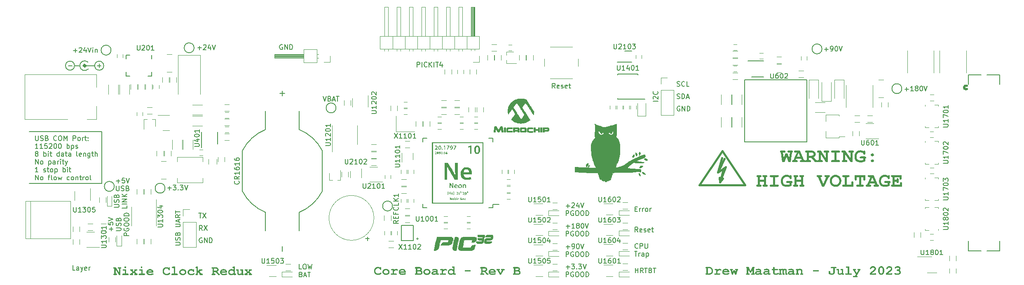
<source format=gbr>
%TF.GenerationSoftware,KiCad,Pcbnew,7.0.1*%
%TF.CreationDate,2023-08-11T20:35:27-05:00*%
%TF.ProjectId,Nixie_Clock_Core,4e697869-655f-4436-9c6f-636b5f436f72,B*%
%TF.SameCoordinates,Original*%
%TF.FileFunction,Legend,Top*%
%TF.FilePolarity,Positive*%
%FSLAX46Y46*%
G04 Gerber Fmt 4.6, Leading zero omitted, Abs format (unit mm)*
G04 Created by KiCad (PCBNEW 7.0.1) date 2023-08-11 20:35:27*
%MOMM*%
%LPD*%
G01*
G04 APERTURE LIST*
%ADD10C,0.150000*%
%ADD11C,0.400000*%
%ADD12C,0.120000*%
%ADD13C,0.152400*%
%ADD14C,0.010000*%
%ADD15C,0.127000*%
%ADD16C,0.508000*%
%ADD17C,0.500000*%
%ADD18C,0.381000*%
G04 APERTURE END LIST*
D10*
X35013900Y-87414100D02*
X49936400Y-87414100D01*
X49936400Y-87414100D02*
X49936400Y-98018600D01*
X49936400Y-98018600D02*
X35077400Y-98018600D01*
X91011285Y-115679819D02*
X90535095Y-115679819D01*
X90535095Y-115679819D02*
X90535095Y-114679819D01*
X91535095Y-114679819D02*
X91725571Y-114679819D01*
X91725571Y-114679819D02*
X91820809Y-114727438D01*
X91820809Y-114727438D02*
X91916047Y-114822676D01*
X91916047Y-114822676D02*
X91963666Y-115013152D01*
X91963666Y-115013152D02*
X91963666Y-115346485D01*
X91963666Y-115346485D02*
X91916047Y-115536961D01*
X91916047Y-115536961D02*
X91820809Y-115632200D01*
X91820809Y-115632200D02*
X91725571Y-115679819D01*
X91725571Y-115679819D02*
X91535095Y-115679819D01*
X91535095Y-115679819D02*
X91439857Y-115632200D01*
X91439857Y-115632200D02*
X91344619Y-115536961D01*
X91344619Y-115536961D02*
X91297000Y-115346485D01*
X91297000Y-115346485D02*
X91297000Y-115013152D01*
X91297000Y-115013152D02*
X91344619Y-114822676D01*
X91344619Y-114822676D02*
X91439857Y-114727438D01*
X91439857Y-114727438D02*
X91535095Y-114679819D01*
X92297000Y-114679819D02*
X92535095Y-115679819D01*
X92535095Y-115679819D02*
X92725571Y-114965533D01*
X92725571Y-114965533D02*
X92916047Y-115679819D01*
X92916047Y-115679819D02*
X93154143Y-114679819D01*
X90868428Y-116776009D02*
X91011285Y-116823628D01*
X91011285Y-116823628D02*
X91058904Y-116871247D01*
X91058904Y-116871247D02*
X91106523Y-116966485D01*
X91106523Y-116966485D02*
X91106523Y-117109342D01*
X91106523Y-117109342D02*
X91058904Y-117204580D01*
X91058904Y-117204580D02*
X91011285Y-117252200D01*
X91011285Y-117252200D02*
X90916047Y-117299819D01*
X90916047Y-117299819D02*
X90535095Y-117299819D01*
X90535095Y-117299819D02*
X90535095Y-116299819D01*
X90535095Y-116299819D02*
X90868428Y-116299819D01*
X90868428Y-116299819D02*
X90963666Y-116347438D01*
X90963666Y-116347438D02*
X91011285Y-116395057D01*
X91011285Y-116395057D02*
X91058904Y-116490295D01*
X91058904Y-116490295D02*
X91058904Y-116585533D01*
X91058904Y-116585533D02*
X91011285Y-116680771D01*
X91011285Y-116680771D02*
X90963666Y-116728390D01*
X90963666Y-116728390D02*
X90868428Y-116776009D01*
X90868428Y-116776009D02*
X90535095Y-116776009D01*
X91487476Y-117014104D02*
X91963666Y-117014104D01*
X91392238Y-117299819D02*
X91725571Y-116299819D01*
X91725571Y-116299819D02*
X92058904Y-117299819D01*
X92249381Y-116299819D02*
X92820809Y-116299819D01*
X92535095Y-117299819D02*
X92535095Y-116299819D01*
X110876419Y-105703381D02*
X110400228Y-106036714D01*
X110876419Y-106274809D02*
X109876419Y-106274809D01*
X109876419Y-106274809D02*
X109876419Y-105893857D01*
X109876419Y-105893857D02*
X109924038Y-105798619D01*
X109924038Y-105798619D02*
X109971657Y-105751000D01*
X109971657Y-105751000D02*
X110066895Y-105703381D01*
X110066895Y-105703381D02*
X110209752Y-105703381D01*
X110209752Y-105703381D02*
X110304990Y-105751000D01*
X110304990Y-105751000D02*
X110352609Y-105798619D01*
X110352609Y-105798619D02*
X110400228Y-105893857D01*
X110400228Y-105893857D02*
X110400228Y-106274809D01*
X110352609Y-105274809D02*
X110352609Y-104941476D01*
X110876419Y-104798619D02*
X110876419Y-105274809D01*
X110876419Y-105274809D02*
X109876419Y-105274809D01*
X109876419Y-105274809D02*
X109876419Y-104798619D01*
X110352609Y-104036714D02*
X110352609Y-104370047D01*
X110876419Y-104370047D02*
X109876419Y-104370047D01*
X109876419Y-104370047D02*
X109876419Y-103893857D01*
X110781180Y-102941476D02*
X110828800Y-102989095D01*
X110828800Y-102989095D02*
X110876419Y-103131952D01*
X110876419Y-103131952D02*
X110876419Y-103227190D01*
X110876419Y-103227190D02*
X110828800Y-103370047D01*
X110828800Y-103370047D02*
X110733561Y-103465285D01*
X110733561Y-103465285D02*
X110638323Y-103512904D01*
X110638323Y-103512904D02*
X110447847Y-103560523D01*
X110447847Y-103560523D02*
X110304990Y-103560523D01*
X110304990Y-103560523D02*
X110114514Y-103512904D01*
X110114514Y-103512904D02*
X110019276Y-103465285D01*
X110019276Y-103465285D02*
X109924038Y-103370047D01*
X109924038Y-103370047D02*
X109876419Y-103227190D01*
X109876419Y-103227190D02*
X109876419Y-103131952D01*
X109876419Y-103131952D02*
X109924038Y-102989095D01*
X109924038Y-102989095D02*
X109971657Y-102941476D01*
X110876419Y-102036714D02*
X110876419Y-102512904D01*
X110876419Y-102512904D02*
X109876419Y-102512904D01*
X110876419Y-101703380D02*
X109876419Y-101703380D01*
X110876419Y-101131952D02*
X110304990Y-101560523D01*
X109876419Y-101131952D02*
X110447847Y-101703380D01*
X110876419Y-100179571D02*
X110876419Y-100750999D01*
X110876419Y-100465285D02*
X109876419Y-100465285D01*
X109876419Y-100465285D02*
X110019276Y-100560523D01*
X110019276Y-100560523D02*
X110114514Y-100655761D01*
X110114514Y-100655761D02*
X110162133Y-100750999D01*
X159526595Y-103311276D02*
X159859928Y-103311276D01*
X160002785Y-103835086D02*
X159526595Y-103835086D01*
X159526595Y-103835086D02*
X159526595Y-102835086D01*
X159526595Y-102835086D02*
X160002785Y-102835086D01*
X160431357Y-103835086D02*
X160431357Y-103168419D01*
X160431357Y-103358895D02*
X160478976Y-103263657D01*
X160478976Y-103263657D02*
X160526595Y-103216038D01*
X160526595Y-103216038D02*
X160621833Y-103168419D01*
X160621833Y-103168419D02*
X160717071Y-103168419D01*
X161050405Y-103835086D02*
X161050405Y-103168419D01*
X161050405Y-103358895D02*
X161098024Y-103263657D01*
X161098024Y-103263657D02*
X161145643Y-103216038D01*
X161145643Y-103216038D02*
X161240881Y-103168419D01*
X161240881Y-103168419D02*
X161336119Y-103168419D01*
X161812310Y-103835086D02*
X161717072Y-103787467D01*
X161717072Y-103787467D02*
X161669453Y-103739847D01*
X161669453Y-103739847D02*
X161621834Y-103644609D01*
X161621834Y-103644609D02*
X161621834Y-103358895D01*
X161621834Y-103358895D02*
X161669453Y-103263657D01*
X161669453Y-103263657D02*
X161717072Y-103216038D01*
X161717072Y-103216038D02*
X161812310Y-103168419D01*
X161812310Y-103168419D02*
X161955167Y-103168419D01*
X161955167Y-103168419D02*
X162050405Y-103216038D01*
X162050405Y-103216038D02*
X162098024Y-103263657D01*
X162098024Y-103263657D02*
X162145643Y-103358895D01*
X162145643Y-103358895D02*
X162145643Y-103644609D01*
X162145643Y-103644609D02*
X162098024Y-103739847D01*
X162098024Y-103739847D02*
X162050405Y-103787467D01*
X162050405Y-103787467D02*
X161955167Y-103835086D01*
X161955167Y-103835086D02*
X161812310Y-103835086D01*
X162574215Y-103835086D02*
X162574215Y-103168419D01*
X162574215Y-103358895D02*
X162621834Y-103263657D01*
X162621834Y-103263657D02*
X162669453Y-103216038D01*
X162669453Y-103216038D02*
X162764691Y-103168419D01*
X162764691Y-103168419D02*
X162859929Y-103168419D01*
X65070019Y-110740390D02*
X65879542Y-110740390D01*
X65879542Y-110740390D02*
X65974780Y-110692771D01*
X65974780Y-110692771D02*
X66022400Y-110645152D01*
X66022400Y-110645152D02*
X66070019Y-110549914D01*
X66070019Y-110549914D02*
X66070019Y-110359438D01*
X66070019Y-110359438D02*
X66022400Y-110264200D01*
X66022400Y-110264200D02*
X65974780Y-110216581D01*
X65974780Y-110216581D02*
X65879542Y-110168962D01*
X65879542Y-110168962D02*
X65070019Y-110168962D01*
X66022400Y-109740390D02*
X66070019Y-109597533D01*
X66070019Y-109597533D02*
X66070019Y-109359438D01*
X66070019Y-109359438D02*
X66022400Y-109264200D01*
X66022400Y-109264200D02*
X65974780Y-109216581D01*
X65974780Y-109216581D02*
X65879542Y-109168962D01*
X65879542Y-109168962D02*
X65784304Y-109168962D01*
X65784304Y-109168962D02*
X65689066Y-109216581D01*
X65689066Y-109216581D02*
X65641447Y-109264200D01*
X65641447Y-109264200D02*
X65593828Y-109359438D01*
X65593828Y-109359438D02*
X65546209Y-109549914D01*
X65546209Y-109549914D02*
X65498590Y-109645152D01*
X65498590Y-109645152D02*
X65450971Y-109692771D01*
X65450971Y-109692771D02*
X65355733Y-109740390D01*
X65355733Y-109740390D02*
X65260495Y-109740390D01*
X65260495Y-109740390D02*
X65165257Y-109692771D01*
X65165257Y-109692771D02*
X65117638Y-109645152D01*
X65117638Y-109645152D02*
X65070019Y-109549914D01*
X65070019Y-109549914D02*
X65070019Y-109311819D01*
X65070019Y-109311819D02*
X65117638Y-109168962D01*
X65546209Y-108407057D02*
X65593828Y-108264200D01*
X65593828Y-108264200D02*
X65641447Y-108216581D01*
X65641447Y-108216581D02*
X65736685Y-108168962D01*
X65736685Y-108168962D02*
X65879542Y-108168962D01*
X65879542Y-108168962D02*
X65974780Y-108216581D01*
X65974780Y-108216581D02*
X66022400Y-108264200D01*
X66022400Y-108264200D02*
X66070019Y-108359438D01*
X66070019Y-108359438D02*
X66070019Y-108740390D01*
X66070019Y-108740390D02*
X65070019Y-108740390D01*
X65070019Y-108740390D02*
X65070019Y-108407057D01*
X65070019Y-108407057D02*
X65117638Y-108311819D01*
X65117638Y-108311819D02*
X65165257Y-108264200D01*
X65165257Y-108264200D02*
X65260495Y-108216581D01*
X65260495Y-108216581D02*
X65355733Y-108216581D01*
X65355733Y-108216581D02*
X65450971Y-108264200D01*
X65450971Y-108264200D02*
X65498590Y-108311819D01*
X65498590Y-108311819D02*
X65546209Y-108407057D01*
X65546209Y-108407057D02*
X65546209Y-108740390D01*
X65070019Y-106978485D02*
X65879542Y-106978485D01*
X65879542Y-106978485D02*
X65974780Y-106930866D01*
X65974780Y-106930866D02*
X66022400Y-106883247D01*
X66022400Y-106883247D02*
X66070019Y-106788009D01*
X66070019Y-106788009D02*
X66070019Y-106597533D01*
X66070019Y-106597533D02*
X66022400Y-106502295D01*
X66022400Y-106502295D02*
X65974780Y-106454676D01*
X65974780Y-106454676D02*
X65879542Y-106407057D01*
X65879542Y-106407057D02*
X65070019Y-106407057D01*
X65784304Y-105978485D02*
X65784304Y-105502295D01*
X66070019Y-106073723D02*
X65070019Y-105740390D01*
X65070019Y-105740390D02*
X66070019Y-105407057D01*
X66070019Y-104502295D02*
X65593828Y-104835628D01*
X66070019Y-105073723D02*
X65070019Y-105073723D01*
X65070019Y-105073723D02*
X65070019Y-104692771D01*
X65070019Y-104692771D02*
X65117638Y-104597533D01*
X65117638Y-104597533D02*
X65165257Y-104549914D01*
X65165257Y-104549914D02*
X65260495Y-104502295D01*
X65260495Y-104502295D02*
X65403352Y-104502295D01*
X65403352Y-104502295D02*
X65498590Y-104549914D01*
X65498590Y-104549914D02*
X65546209Y-104597533D01*
X65546209Y-104597533D02*
X65593828Y-104692771D01*
X65593828Y-104692771D02*
X65593828Y-105073723D01*
X65070019Y-104216580D02*
X65070019Y-103645152D01*
X66070019Y-103930866D02*
X65070019Y-103930866D01*
X49022048Y-73817866D02*
X49783953Y-73817866D01*
X49403000Y-74198819D02*
X49403000Y-73436914D01*
X44473085Y-115930219D02*
X43996895Y-115930219D01*
X43996895Y-115930219D02*
X43996895Y-114930219D01*
X45234990Y-115930219D02*
X45234990Y-115406409D01*
X45234990Y-115406409D02*
X45187371Y-115311171D01*
X45187371Y-115311171D02*
X45092133Y-115263552D01*
X45092133Y-115263552D02*
X44901657Y-115263552D01*
X44901657Y-115263552D02*
X44806419Y-115311171D01*
X45234990Y-115882600D02*
X45139752Y-115930219D01*
X45139752Y-115930219D02*
X44901657Y-115930219D01*
X44901657Y-115930219D02*
X44806419Y-115882600D01*
X44806419Y-115882600D02*
X44758800Y-115787361D01*
X44758800Y-115787361D02*
X44758800Y-115692123D01*
X44758800Y-115692123D02*
X44806419Y-115596885D01*
X44806419Y-115596885D02*
X44901657Y-115549266D01*
X44901657Y-115549266D02*
X45139752Y-115549266D01*
X45139752Y-115549266D02*
X45234990Y-115501647D01*
X45615943Y-115263552D02*
X45854038Y-115930219D01*
X46092133Y-115263552D02*
X45854038Y-115930219D01*
X45854038Y-115930219D02*
X45758800Y-116168314D01*
X45758800Y-116168314D02*
X45711181Y-116215933D01*
X45711181Y-116215933D02*
X45615943Y-116263552D01*
X46854038Y-115882600D02*
X46758800Y-115930219D01*
X46758800Y-115930219D02*
X46568324Y-115930219D01*
X46568324Y-115930219D02*
X46473086Y-115882600D01*
X46473086Y-115882600D02*
X46425467Y-115787361D01*
X46425467Y-115787361D02*
X46425467Y-115406409D01*
X46425467Y-115406409D02*
X46473086Y-115311171D01*
X46473086Y-115311171D02*
X46568324Y-115263552D01*
X46568324Y-115263552D02*
X46758800Y-115263552D01*
X46758800Y-115263552D02*
X46854038Y-115311171D01*
X46854038Y-115311171D02*
X46901657Y-115406409D01*
X46901657Y-115406409D02*
X46901657Y-115501647D01*
X46901657Y-115501647D02*
X46425467Y-115596885D01*
X47330229Y-115930219D02*
X47330229Y-115263552D01*
X47330229Y-115454028D02*
X47377848Y-115358790D01*
X47377848Y-115358790D02*
X47425467Y-115311171D01*
X47425467Y-115311171D02*
X47520705Y-115263552D01*
X47520705Y-115263552D02*
X47615943Y-115263552D01*
X114727362Y-74046419D02*
X114727362Y-73046419D01*
X114727362Y-73046419D02*
X115108314Y-73046419D01*
X115108314Y-73046419D02*
X115203552Y-73094038D01*
X115203552Y-73094038D02*
X115251171Y-73141657D01*
X115251171Y-73141657D02*
X115298790Y-73236895D01*
X115298790Y-73236895D02*
X115298790Y-73379752D01*
X115298790Y-73379752D02*
X115251171Y-73474990D01*
X115251171Y-73474990D02*
X115203552Y-73522609D01*
X115203552Y-73522609D02*
X115108314Y-73570228D01*
X115108314Y-73570228D02*
X114727362Y-73570228D01*
X115727362Y-74046419D02*
X115727362Y-73046419D01*
X116774980Y-73951180D02*
X116727361Y-73998800D01*
X116727361Y-73998800D02*
X116584504Y-74046419D01*
X116584504Y-74046419D02*
X116489266Y-74046419D01*
X116489266Y-74046419D02*
X116346409Y-73998800D01*
X116346409Y-73998800D02*
X116251171Y-73903561D01*
X116251171Y-73903561D02*
X116203552Y-73808323D01*
X116203552Y-73808323D02*
X116155933Y-73617847D01*
X116155933Y-73617847D02*
X116155933Y-73474990D01*
X116155933Y-73474990D02*
X116203552Y-73284514D01*
X116203552Y-73284514D02*
X116251171Y-73189276D01*
X116251171Y-73189276D02*
X116346409Y-73094038D01*
X116346409Y-73094038D02*
X116489266Y-73046419D01*
X116489266Y-73046419D02*
X116584504Y-73046419D01*
X116584504Y-73046419D02*
X116727361Y-73094038D01*
X116727361Y-73094038D02*
X116774980Y-73141657D01*
X117203552Y-74046419D02*
X117203552Y-73046419D01*
X117774980Y-74046419D02*
X117346409Y-73474990D01*
X117774980Y-73046419D02*
X117203552Y-73617847D01*
X118203552Y-74046419D02*
X118203552Y-73046419D01*
X118536885Y-73046419D02*
X119108313Y-73046419D01*
X118822599Y-74046419D02*
X118822599Y-73046419D01*
X119870218Y-73379752D02*
X119870218Y-74046419D01*
X119632123Y-72998800D02*
X119394028Y-73713085D01*
X119394028Y-73713085D02*
X120013075Y-73713085D01*
X70597280Y-107726819D02*
X70263947Y-107250628D01*
X70025852Y-107726819D02*
X70025852Y-106726819D01*
X70025852Y-106726819D02*
X70406804Y-106726819D01*
X70406804Y-106726819D02*
X70502042Y-106774438D01*
X70502042Y-106774438D02*
X70549661Y-106822057D01*
X70549661Y-106822057D02*
X70597280Y-106917295D01*
X70597280Y-106917295D02*
X70597280Y-107060152D01*
X70597280Y-107060152D02*
X70549661Y-107155390D01*
X70549661Y-107155390D02*
X70502042Y-107203009D01*
X70502042Y-107203009D02*
X70406804Y-107250628D01*
X70406804Y-107250628D02*
X70025852Y-107250628D01*
X70930614Y-106726819D02*
X71597280Y-107726819D01*
X71597280Y-106726819D02*
X70930614Y-107726819D01*
X168135276Y-78012000D02*
X168278133Y-78059619D01*
X168278133Y-78059619D02*
X168516228Y-78059619D01*
X168516228Y-78059619D02*
X168611466Y-78012000D01*
X168611466Y-78012000D02*
X168659085Y-77964380D01*
X168659085Y-77964380D02*
X168706704Y-77869142D01*
X168706704Y-77869142D02*
X168706704Y-77773904D01*
X168706704Y-77773904D02*
X168659085Y-77678666D01*
X168659085Y-77678666D02*
X168611466Y-77631047D01*
X168611466Y-77631047D02*
X168516228Y-77583428D01*
X168516228Y-77583428D02*
X168325752Y-77535809D01*
X168325752Y-77535809D02*
X168230514Y-77488190D01*
X168230514Y-77488190D02*
X168182895Y-77440571D01*
X168182895Y-77440571D02*
X168135276Y-77345333D01*
X168135276Y-77345333D02*
X168135276Y-77250095D01*
X168135276Y-77250095D02*
X168182895Y-77154857D01*
X168182895Y-77154857D02*
X168230514Y-77107238D01*
X168230514Y-77107238D02*
X168325752Y-77059619D01*
X168325752Y-77059619D02*
X168563847Y-77059619D01*
X168563847Y-77059619D02*
X168706704Y-77107238D01*
X169706704Y-77964380D02*
X169659085Y-78012000D01*
X169659085Y-78012000D02*
X169516228Y-78059619D01*
X169516228Y-78059619D02*
X169420990Y-78059619D01*
X169420990Y-78059619D02*
X169278133Y-78012000D01*
X169278133Y-78012000D02*
X169182895Y-77916761D01*
X169182895Y-77916761D02*
X169135276Y-77821523D01*
X169135276Y-77821523D02*
X169087657Y-77631047D01*
X169087657Y-77631047D02*
X169087657Y-77488190D01*
X169087657Y-77488190D02*
X169135276Y-77297714D01*
X169135276Y-77297714D02*
X169182895Y-77202476D01*
X169182895Y-77202476D02*
X169278133Y-77107238D01*
X169278133Y-77107238D02*
X169420990Y-77059619D01*
X169420990Y-77059619D02*
X169516228Y-77059619D01*
X169516228Y-77059619D02*
X169659085Y-77107238D01*
X169659085Y-77107238D02*
X169706704Y-77154857D01*
X170611466Y-78059619D02*
X170135276Y-78059619D01*
X170135276Y-78059619D02*
X170135276Y-77059619D01*
X145333095Y-111100016D02*
X146095000Y-111100016D01*
X145714047Y-111480969D02*
X145714047Y-110719064D01*
X146618809Y-111480969D02*
X146809285Y-111480969D01*
X146809285Y-111480969D02*
X146904523Y-111433350D01*
X146904523Y-111433350D02*
X146952142Y-111385730D01*
X146952142Y-111385730D02*
X147047380Y-111242873D01*
X147047380Y-111242873D02*
X147094999Y-111052397D01*
X147094999Y-111052397D02*
X147094999Y-110671445D01*
X147094999Y-110671445D02*
X147047380Y-110576207D01*
X147047380Y-110576207D02*
X146999761Y-110528588D01*
X146999761Y-110528588D02*
X146904523Y-110480969D01*
X146904523Y-110480969D02*
X146714047Y-110480969D01*
X146714047Y-110480969D02*
X146618809Y-110528588D01*
X146618809Y-110528588D02*
X146571190Y-110576207D01*
X146571190Y-110576207D02*
X146523571Y-110671445D01*
X146523571Y-110671445D02*
X146523571Y-110909540D01*
X146523571Y-110909540D02*
X146571190Y-111004778D01*
X146571190Y-111004778D02*
X146618809Y-111052397D01*
X146618809Y-111052397D02*
X146714047Y-111100016D01*
X146714047Y-111100016D02*
X146904523Y-111100016D01*
X146904523Y-111100016D02*
X146999761Y-111052397D01*
X146999761Y-111052397D02*
X147047380Y-111004778D01*
X147047380Y-111004778D02*
X147094999Y-110909540D01*
X147714047Y-110480969D02*
X147809285Y-110480969D01*
X147809285Y-110480969D02*
X147904523Y-110528588D01*
X147904523Y-110528588D02*
X147952142Y-110576207D01*
X147952142Y-110576207D02*
X147999761Y-110671445D01*
X147999761Y-110671445D02*
X148047380Y-110861921D01*
X148047380Y-110861921D02*
X148047380Y-111100016D01*
X148047380Y-111100016D02*
X147999761Y-111290492D01*
X147999761Y-111290492D02*
X147952142Y-111385730D01*
X147952142Y-111385730D02*
X147904523Y-111433350D01*
X147904523Y-111433350D02*
X147809285Y-111480969D01*
X147809285Y-111480969D02*
X147714047Y-111480969D01*
X147714047Y-111480969D02*
X147618809Y-111433350D01*
X147618809Y-111433350D02*
X147571190Y-111385730D01*
X147571190Y-111385730D02*
X147523571Y-111290492D01*
X147523571Y-111290492D02*
X147475952Y-111100016D01*
X147475952Y-111100016D02*
X147475952Y-110861921D01*
X147475952Y-110861921D02*
X147523571Y-110671445D01*
X147523571Y-110671445D02*
X147571190Y-110576207D01*
X147571190Y-110576207D02*
X147618809Y-110528588D01*
X147618809Y-110528588D02*
X147714047Y-110480969D01*
X148333095Y-110480969D02*
X148666428Y-111480969D01*
X148666428Y-111480969D02*
X148999761Y-110480969D01*
X145333095Y-113100969D02*
X145333095Y-112100969D01*
X145333095Y-112100969D02*
X145714047Y-112100969D01*
X145714047Y-112100969D02*
X145809285Y-112148588D01*
X145809285Y-112148588D02*
X145856904Y-112196207D01*
X145856904Y-112196207D02*
X145904523Y-112291445D01*
X145904523Y-112291445D02*
X145904523Y-112434302D01*
X145904523Y-112434302D02*
X145856904Y-112529540D01*
X145856904Y-112529540D02*
X145809285Y-112577159D01*
X145809285Y-112577159D02*
X145714047Y-112624778D01*
X145714047Y-112624778D02*
X145333095Y-112624778D01*
X146856904Y-112148588D02*
X146761666Y-112100969D01*
X146761666Y-112100969D02*
X146618809Y-112100969D01*
X146618809Y-112100969D02*
X146475952Y-112148588D01*
X146475952Y-112148588D02*
X146380714Y-112243826D01*
X146380714Y-112243826D02*
X146333095Y-112339064D01*
X146333095Y-112339064D02*
X146285476Y-112529540D01*
X146285476Y-112529540D02*
X146285476Y-112672397D01*
X146285476Y-112672397D02*
X146333095Y-112862873D01*
X146333095Y-112862873D02*
X146380714Y-112958111D01*
X146380714Y-112958111D02*
X146475952Y-113053350D01*
X146475952Y-113053350D02*
X146618809Y-113100969D01*
X146618809Y-113100969D02*
X146714047Y-113100969D01*
X146714047Y-113100969D02*
X146856904Y-113053350D01*
X146856904Y-113053350D02*
X146904523Y-113005730D01*
X146904523Y-113005730D02*
X146904523Y-112672397D01*
X146904523Y-112672397D02*
X146714047Y-112672397D01*
X147523571Y-112100969D02*
X147714047Y-112100969D01*
X147714047Y-112100969D02*
X147809285Y-112148588D01*
X147809285Y-112148588D02*
X147904523Y-112243826D01*
X147904523Y-112243826D02*
X147952142Y-112434302D01*
X147952142Y-112434302D02*
X147952142Y-112767635D01*
X147952142Y-112767635D02*
X147904523Y-112958111D01*
X147904523Y-112958111D02*
X147809285Y-113053350D01*
X147809285Y-113053350D02*
X147714047Y-113100969D01*
X147714047Y-113100969D02*
X147523571Y-113100969D01*
X147523571Y-113100969D02*
X147428333Y-113053350D01*
X147428333Y-113053350D02*
X147333095Y-112958111D01*
X147333095Y-112958111D02*
X147285476Y-112767635D01*
X147285476Y-112767635D02*
X147285476Y-112434302D01*
X147285476Y-112434302D02*
X147333095Y-112243826D01*
X147333095Y-112243826D02*
X147428333Y-112148588D01*
X147428333Y-112148588D02*
X147523571Y-112100969D01*
X148571190Y-112100969D02*
X148761666Y-112100969D01*
X148761666Y-112100969D02*
X148856904Y-112148588D01*
X148856904Y-112148588D02*
X148952142Y-112243826D01*
X148952142Y-112243826D02*
X148999761Y-112434302D01*
X148999761Y-112434302D02*
X148999761Y-112767635D01*
X148999761Y-112767635D02*
X148952142Y-112958111D01*
X148952142Y-112958111D02*
X148856904Y-113053350D01*
X148856904Y-113053350D02*
X148761666Y-113100969D01*
X148761666Y-113100969D02*
X148571190Y-113100969D01*
X148571190Y-113100969D02*
X148475952Y-113053350D01*
X148475952Y-113053350D02*
X148380714Y-112958111D01*
X148380714Y-112958111D02*
X148333095Y-112767635D01*
X148333095Y-112767635D02*
X148333095Y-112434302D01*
X148333095Y-112434302D02*
X148380714Y-112243826D01*
X148380714Y-112243826D02*
X148475952Y-112148588D01*
X148475952Y-112148588D02*
X148571190Y-112100969D01*
X149428333Y-113100969D02*
X149428333Y-112100969D01*
X149428333Y-112100969D02*
X149666428Y-112100969D01*
X149666428Y-112100969D02*
X149809285Y-112148588D01*
X149809285Y-112148588D02*
X149904523Y-112243826D01*
X149904523Y-112243826D02*
X149952142Y-112339064D01*
X149952142Y-112339064D02*
X149999761Y-112529540D01*
X149999761Y-112529540D02*
X149999761Y-112672397D01*
X149999761Y-112672397D02*
X149952142Y-112862873D01*
X149952142Y-112862873D02*
X149904523Y-112958111D01*
X149904523Y-112958111D02*
X149809285Y-113053350D01*
X149809285Y-113053350D02*
X149666428Y-113100969D01*
X149666428Y-113100969D02*
X149428333Y-113100969D01*
X63458695Y-99014666D02*
X64220600Y-99014666D01*
X63839647Y-99395619D02*
X63839647Y-98633714D01*
X64601552Y-98395619D02*
X65220599Y-98395619D01*
X65220599Y-98395619D02*
X64887266Y-98776571D01*
X64887266Y-98776571D02*
X65030123Y-98776571D01*
X65030123Y-98776571D02*
X65125361Y-98824190D01*
X65125361Y-98824190D02*
X65172980Y-98871809D01*
X65172980Y-98871809D02*
X65220599Y-98967047D01*
X65220599Y-98967047D02*
X65220599Y-99205142D01*
X65220599Y-99205142D02*
X65172980Y-99300380D01*
X65172980Y-99300380D02*
X65125361Y-99348000D01*
X65125361Y-99348000D02*
X65030123Y-99395619D01*
X65030123Y-99395619D02*
X64744409Y-99395619D01*
X64744409Y-99395619D02*
X64649171Y-99348000D01*
X64649171Y-99348000D02*
X64601552Y-99300380D01*
X65649171Y-99300380D02*
X65696790Y-99348000D01*
X65696790Y-99348000D02*
X65649171Y-99395619D01*
X65649171Y-99395619D02*
X65601552Y-99348000D01*
X65601552Y-99348000D02*
X65649171Y-99300380D01*
X65649171Y-99300380D02*
X65649171Y-99395619D01*
X66030123Y-98395619D02*
X66649170Y-98395619D01*
X66649170Y-98395619D02*
X66315837Y-98776571D01*
X66315837Y-98776571D02*
X66458694Y-98776571D01*
X66458694Y-98776571D02*
X66553932Y-98824190D01*
X66553932Y-98824190D02*
X66601551Y-98871809D01*
X66601551Y-98871809D02*
X66649170Y-98967047D01*
X66649170Y-98967047D02*
X66649170Y-99205142D01*
X66649170Y-99205142D02*
X66601551Y-99300380D01*
X66601551Y-99300380D02*
X66553932Y-99348000D01*
X66553932Y-99348000D02*
X66458694Y-99395619D01*
X66458694Y-99395619D02*
X66172980Y-99395619D01*
X66172980Y-99395619D02*
X66077742Y-99348000D01*
X66077742Y-99348000D02*
X66030123Y-99300380D01*
X66934885Y-98395619D02*
X67268218Y-99395619D01*
X67268218Y-99395619D02*
X67601551Y-98395619D01*
X160098023Y-111327781D02*
X160050404Y-111375401D01*
X160050404Y-111375401D02*
X159907547Y-111423020D01*
X159907547Y-111423020D02*
X159812309Y-111423020D01*
X159812309Y-111423020D02*
X159669452Y-111375401D01*
X159669452Y-111375401D02*
X159574214Y-111280162D01*
X159574214Y-111280162D02*
X159526595Y-111184924D01*
X159526595Y-111184924D02*
X159478976Y-110994448D01*
X159478976Y-110994448D02*
X159478976Y-110851591D01*
X159478976Y-110851591D02*
X159526595Y-110661115D01*
X159526595Y-110661115D02*
X159574214Y-110565877D01*
X159574214Y-110565877D02*
X159669452Y-110470639D01*
X159669452Y-110470639D02*
X159812309Y-110423020D01*
X159812309Y-110423020D02*
X159907547Y-110423020D01*
X159907547Y-110423020D02*
X160050404Y-110470639D01*
X160050404Y-110470639D02*
X160098023Y-110518258D01*
X160526595Y-111423020D02*
X160526595Y-110423020D01*
X160526595Y-110423020D02*
X160907547Y-110423020D01*
X160907547Y-110423020D02*
X161002785Y-110470639D01*
X161002785Y-110470639D02*
X161050404Y-110518258D01*
X161050404Y-110518258D02*
X161098023Y-110613496D01*
X161098023Y-110613496D02*
X161098023Y-110756353D01*
X161098023Y-110756353D02*
X161050404Y-110851591D01*
X161050404Y-110851591D02*
X161002785Y-110899210D01*
X161002785Y-110899210D02*
X160907547Y-110946829D01*
X160907547Y-110946829D02*
X160526595Y-110946829D01*
X161526595Y-110423020D02*
X161526595Y-111232543D01*
X161526595Y-111232543D02*
X161574214Y-111327781D01*
X161574214Y-111327781D02*
X161621833Y-111375401D01*
X161621833Y-111375401D02*
X161717071Y-111423020D01*
X161717071Y-111423020D02*
X161907547Y-111423020D01*
X161907547Y-111423020D02*
X162002785Y-111375401D01*
X162002785Y-111375401D02*
X162050404Y-111327781D01*
X162050404Y-111327781D02*
X162098023Y-111232543D01*
X162098023Y-111232543D02*
X162098023Y-110423020D01*
X159383738Y-112043020D02*
X159955166Y-112043020D01*
X159669452Y-113043020D02*
X159669452Y-112043020D01*
X160288500Y-113043020D02*
X160288500Y-112376353D01*
X160288500Y-112566829D02*
X160336119Y-112471591D01*
X160336119Y-112471591D02*
X160383738Y-112423972D01*
X160383738Y-112423972D02*
X160478976Y-112376353D01*
X160478976Y-112376353D02*
X160574214Y-112376353D01*
X161336119Y-113043020D02*
X161336119Y-112519210D01*
X161336119Y-112519210D02*
X161288500Y-112423972D01*
X161288500Y-112423972D02*
X161193262Y-112376353D01*
X161193262Y-112376353D02*
X161002786Y-112376353D01*
X161002786Y-112376353D02*
X160907548Y-112423972D01*
X161336119Y-112995401D02*
X161240881Y-113043020D01*
X161240881Y-113043020D02*
X161002786Y-113043020D01*
X161002786Y-113043020D02*
X160907548Y-112995401D01*
X160907548Y-112995401D02*
X160859929Y-112900162D01*
X160859929Y-112900162D02*
X160859929Y-112804924D01*
X160859929Y-112804924D02*
X160907548Y-112709686D01*
X160907548Y-112709686D02*
X161002786Y-112662067D01*
X161002786Y-112662067D02*
X161240881Y-112662067D01*
X161240881Y-112662067D02*
X161336119Y-112614448D01*
X161812310Y-112376353D02*
X161812310Y-113376353D01*
X161812310Y-112423972D02*
X161907548Y-112376353D01*
X161907548Y-112376353D02*
X162098024Y-112376353D01*
X162098024Y-112376353D02*
X162193262Y-112423972D01*
X162193262Y-112423972D02*
X162240881Y-112471591D01*
X162240881Y-112471591D02*
X162288500Y-112566829D01*
X162288500Y-112566829D02*
X162288500Y-112852543D01*
X162288500Y-112852543D02*
X162240881Y-112947781D01*
X162240881Y-112947781D02*
X162193262Y-112995401D01*
X162193262Y-112995401D02*
X162098024Y-113043020D01*
X162098024Y-113043020D02*
X161907548Y-113043020D01*
X161907548Y-113043020D02*
X161812310Y-112995401D01*
X95410543Y-80107619D02*
X95743876Y-81107619D01*
X95743876Y-81107619D02*
X96077209Y-80107619D01*
X96743876Y-80583809D02*
X96886733Y-80631428D01*
X96886733Y-80631428D02*
X96934352Y-80679047D01*
X96934352Y-80679047D02*
X96981971Y-80774285D01*
X96981971Y-80774285D02*
X96981971Y-80917142D01*
X96981971Y-80917142D02*
X96934352Y-81012380D01*
X96934352Y-81012380D02*
X96886733Y-81060000D01*
X96886733Y-81060000D02*
X96791495Y-81107619D01*
X96791495Y-81107619D02*
X96410543Y-81107619D01*
X96410543Y-81107619D02*
X96410543Y-80107619D01*
X96410543Y-80107619D02*
X96743876Y-80107619D01*
X96743876Y-80107619D02*
X96839114Y-80155238D01*
X96839114Y-80155238D02*
X96886733Y-80202857D01*
X96886733Y-80202857D02*
X96934352Y-80298095D01*
X96934352Y-80298095D02*
X96934352Y-80393333D01*
X96934352Y-80393333D02*
X96886733Y-80488571D01*
X96886733Y-80488571D02*
X96839114Y-80536190D01*
X96839114Y-80536190D02*
X96743876Y-80583809D01*
X96743876Y-80583809D02*
X96410543Y-80583809D01*
X97362924Y-80821904D02*
X97839114Y-80821904D01*
X97267686Y-81107619D02*
X97601019Y-80107619D01*
X97601019Y-80107619D02*
X97934352Y-81107619D01*
X98124829Y-80107619D02*
X98696257Y-80107619D01*
X98410543Y-81107619D02*
X98410543Y-80107619D01*
X51888666Y-107788113D02*
X51888666Y-107026209D01*
X52269619Y-107407161D02*
X51507714Y-107407161D01*
X51269619Y-106073828D02*
X51269619Y-106550018D01*
X51269619Y-106550018D02*
X51745809Y-106597637D01*
X51745809Y-106597637D02*
X51698190Y-106550018D01*
X51698190Y-106550018D02*
X51650571Y-106454780D01*
X51650571Y-106454780D02*
X51650571Y-106216685D01*
X51650571Y-106216685D02*
X51698190Y-106121447D01*
X51698190Y-106121447D02*
X51745809Y-106073828D01*
X51745809Y-106073828D02*
X51841047Y-106026209D01*
X51841047Y-106026209D02*
X52079142Y-106026209D01*
X52079142Y-106026209D02*
X52174380Y-106073828D01*
X52174380Y-106073828D02*
X52222000Y-106121447D01*
X52222000Y-106121447D02*
X52269619Y-106216685D01*
X52269619Y-106216685D02*
X52269619Y-106454780D01*
X52269619Y-106454780D02*
X52222000Y-106550018D01*
X52222000Y-106550018D02*
X52174380Y-106597637D01*
X51269619Y-105740494D02*
X52269619Y-105407161D01*
X52269619Y-105407161D02*
X51269619Y-105073828D01*
X52889619Y-107764304D02*
X53699142Y-107764304D01*
X53699142Y-107764304D02*
X53794380Y-107716685D01*
X53794380Y-107716685D02*
X53842000Y-107669066D01*
X53842000Y-107669066D02*
X53889619Y-107573828D01*
X53889619Y-107573828D02*
X53889619Y-107383352D01*
X53889619Y-107383352D02*
X53842000Y-107288114D01*
X53842000Y-107288114D02*
X53794380Y-107240495D01*
X53794380Y-107240495D02*
X53699142Y-107192876D01*
X53699142Y-107192876D02*
X52889619Y-107192876D01*
X53842000Y-106764304D02*
X53889619Y-106621447D01*
X53889619Y-106621447D02*
X53889619Y-106383352D01*
X53889619Y-106383352D02*
X53842000Y-106288114D01*
X53842000Y-106288114D02*
X53794380Y-106240495D01*
X53794380Y-106240495D02*
X53699142Y-106192876D01*
X53699142Y-106192876D02*
X53603904Y-106192876D01*
X53603904Y-106192876D02*
X53508666Y-106240495D01*
X53508666Y-106240495D02*
X53461047Y-106288114D01*
X53461047Y-106288114D02*
X53413428Y-106383352D01*
X53413428Y-106383352D02*
X53365809Y-106573828D01*
X53365809Y-106573828D02*
X53318190Y-106669066D01*
X53318190Y-106669066D02*
X53270571Y-106716685D01*
X53270571Y-106716685D02*
X53175333Y-106764304D01*
X53175333Y-106764304D02*
X53080095Y-106764304D01*
X53080095Y-106764304D02*
X52984857Y-106716685D01*
X52984857Y-106716685D02*
X52937238Y-106669066D01*
X52937238Y-106669066D02*
X52889619Y-106573828D01*
X52889619Y-106573828D02*
X52889619Y-106335733D01*
X52889619Y-106335733D02*
X52937238Y-106192876D01*
X53365809Y-105430971D02*
X53413428Y-105288114D01*
X53413428Y-105288114D02*
X53461047Y-105240495D01*
X53461047Y-105240495D02*
X53556285Y-105192876D01*
X53556285Y-105192876D02*
X53699142Y-105192876D01*
X53699142Y-105192876D02*
X53794380Y-105240495D01*
X53794380Y-105240495D02*
X53842000Y-105288114D01*
X53842000Y-105288114D02*
X53889619Y-105383352D01*
X53889619Y-105383352D02*
X53889619Y-105764304D01*
X53889619Y-105764304D02*
X52889619Y-105764304D01*
X52889619Y-105764304D02*
X52889619Y-105430971D01*
X52889619Y-105430971D02*
X52937238Y-105335733D01*
X52937238Y-105335733D02*
X52984857Y-105288114D01*
X52984857Y-105288114D02*
X53080095Y-105240495D01*
X53080095Y-105240495D02*
X53175333Y-105240495D01*
X53175333Y-105240495D02*
X53270571Y-105288114D01*
X53270571Y-105288114D02*
X53318190Y-105335733D01*
X53318190Y-105335733D02*
X53365809Y-105430971D01*
X53365809Y-105430971D02*
X53365809Y-105764304D01*
X55509619Y-108811923D02*
X54509619Y-108811923D01*
X54509619Y-108811923D02*
X54509619Y-108430971D01*
X54509619Y-108430971D02*
X54557238Y-108335733D01*
X54557238Y-108335733D02*
X54604857Y-108288114D01*
X54604857Y-108288114D02*
X54700095Y-108240495D01*
X54700095Y-108240495D02*
X54842952Y-108240495D01*
X54842952Y-108240495D02*
X54938190Y-108288114D01*
X54938190Y-108288114D02*
X54985809Y-108335733D01*
X54985809Y-108335733D02*
X55033428Y-108430971D01*
X55033428Y-108430971D02*
X55033428Y-108811923D01*
X54557238Y-107288114D02*
X54509619Y-107383352D01*
X54509619Y-107383352D02*
X54509619Y-107526209D01*
X54509619Y-107526209D02*
X54557238Y-107669066D01*
X54557238Y-107669066D02*
X54652476Y-107764304D01*
X54652476Y-107764304D02*
X54747714Y-107811923D01*
X54747714Y-107811923D02*
X54938190Y-107859542D01*
X54938190Y-107859542D02*
X55081047Y-107859542D01*
X55081047Y-107859542D02*
X55271523Y-107811923D01*
X55271523Y-107811923D02*
X55366761Y-107764304D01*
X55366761Y-107764304D02*
X55462000Y-107669066D01*
X55462000Y-107669066D02*
X55509619Y-107526209D01*
X55509619Y-107526209D02*
X55509619Y-107430971D01*
X55509619Y-107430971D02*
X55462000Y-107288114D01*
X55462000Y-107288114D02*
X55414380Y-107240495D01*
X55414380Y-107240495D02*
X55081047Y-107240495D01*
X55081047Y-107240495D02*
X55081047Y-107430971D01*
X54509619Y-106621447D02*
X54509619Y-106430971D01*
X54509619Y-106430971D02*
X54557238Y-106335733D01*
X54557238Y-106335733D02*
X54652476Y-106240495D01*
X54652476Y-106240495D02*
X54842952Y-106192876D01*
X54842952Y-106192876D02*
X55176285Y-106192876D01*
X55176285Y-106192876D02*
X55366761Y-106240495D01*
X55366761Y-106240495D02*
X55462000Y-106335733D01*
X55462000Y-106335733D02*
X55509619Y-106430971D01*
X55509619Y-106430971D02*
X55509619Y-106621447D01*
X55509619Y-106621447D02*
X55462000Y-106716685D01*
X55462000Y-106716685D02*
X55366761Y-106811923D01*
X55366761Y-106811923D02*
X55176285Y-106859542D01*
X55176285Y-106859542D02*
X54842952Y-106859542D01*
X54842952Y-106859542D02*
X54652476Y-106811923D01*
X54652476Y-106811923D02*
X54557238Y-106716685D01*
X54557238Y-106716685D02*
X54509619Y-106621447D01*
X54509619Y-105573828D02*
X54509619Y-105383352D01*
X54509619Y-105383352D02*
X54557238Y-105288114D01*
X54557238Y-105288114D02*
X54652476Y-105192876D01*
X54652476Y-105192876D02*
X54842952Y-105145257D01*
X54842952Y-105145257D02*
X55176285Y-105145257D01*
X55176285Y-105145257D02*
X55366761Y-105192876D01*
X55366761Y-105192876D02*
X55462000Y-105288114D01*
X55462000Y-105288114D02*
X55509619Y-105383352D01*
X55509619Y-105383352D02*
X55509619Y-105573828D01*
X55509619Y-105573828D02*
X55462000Y-105669066D01*
X55462000Y-105669066D02*
X55366761Y-105764304D01*
X55366761Y-105764304D02*
X55176285Y-105811923D01*
X55176285Y-105811923D02*
X54842952Y-105811923D01*
X54842952Y-105811923D02*
X54652476Y-105764304D01*
X54652476Y-105764304D02*
X54557238Y-105669066D01*
X54557238Y-105669066D02*
X54509619Y-105573828D01*
X55509619Y-104716685D02*
X54509619Y-104716685D01*
X54509619Y-104716685D02*
X54509619Y-104478590D01*
X54509619Y-104478590D02*
X54557238Y-104335733D01*
X54557238Y-104335733D02*
X54652476Y-104240495D01*
X54652476Y-104240495D02*
X54747714Y-104192876D01*
X54747714Y-104192876D02*
X54938190Y-104145257D01*
X54938190Y-104145257D02*
X55081047Y-104145257D01*
X55081047Y-104145257D02*
X55271523Y-104192876D01*
X55271523Y-104192876D02*
X55366761Y-104240495D01*
X55366761Y-104240495D02*
X55462000Y-104335733D01*
X55462000Y-104335733D02*
X55509619Y-104478590D01*
X55509619Y-104478590D02*
X55509619Y-104716685D01*
X143084704Y-78440619D02*
X142751371Y-77964428D01*
X142513276Y-78440619D02*
X142513276Y-77440619D01*
X142513276Y-77440619D02*
X142894228Y-77440619D01*
X142894228Y-77440619D02*
X142989466Y-77488238D01*
X142989466Y-77488238D02*
X143037085Y-77535857D01*
X143037085Y-77535857D02*
X143084704Y-77631095D01*
X143084704Y-77631095D02*
X143084704Y-77773952D01*
X143084704Y-77773952D02*
X143037085Y-77869190D01*
X143037085Y-77869190D02*
X142989466Y-77916809D01*
X142989466Y-77916809D02*
X142894228Y-77964428D01*
X142894228Y-77964428D02*
X142513276Y-77964428D01*
X143894228Y-78393000D02*
X143798990Y-78440619D01*
X143798990Y-78440619D02*
X143608514Y-78440619D01*
X143608514Y-78440619D02*
X143513276Y-78393000D01*
X143513276Y-78393000D02*
X143465657Y-78297761D01*
X143465657Y-78297761D02*
X143465657Y-77916809D01*
X143465657Y-77916809D02*
X143513276Y-77821571D01*
X143513276Y-77821571D02*
X143608514Y-77773952D01*
X143608514Y-77773952D02*
X143798990Y-77773952D01*
X143798990Y-77773952D02*
X143894228Y-77821571D01*
X143894228Y-77821571D02*
X143941847Y-77916809D01*
X143941847Y-77916809D02*
X143941847Y-78012047D01*
X143941847Y-78012047D02*
X143465657Y-78107285D01*
X144322800Y-78393000D02*
X144418038Y-78440619D01*
X144418038Y-78440619D02*
X144608514Y-78440619D01*
X144608514Y-78440619D02*
X144703752Y-78393000D01*
X144703752Y-78393000D02*
X144751371Y-78297761D01*
X144751371Y-78297761D02*
X144751371Y-78250142D01*
X144751371Y-78250142D02*
X144703752Y-78154904D01*
X144703752Y-78154904D02*
X144608514Y-78107285D01*
X144608514Y-78107285D02*
X144465657Y-78107285D01*
X144465657Y-78107285D02*
X144370419Y-78059666D01*
X144370419Y-78059666D02*
X144322800Y-77964428D01*
X144322800Y-77964428D02*
X144322800Y-77916809D01*
X144322800Y-77916809D02*
X144370419Y-77821571D01*
X144370419Y-77821571D02*
X144465657Y-77773952D01*
X144465657Y-77773952D02*
X144608514Y-77773952D01*
X144608514Y-77773952D02*
X144703752Y-77821571D01*
X145560895Y-78393000D02*
X145465657Y-78440619D01*
X145465657Y-78440619D02*
X145275181Y-78440619D01*
X145275181Y-78440619D02*
X145179943Y-78393000D01*
X145179943Y-78393000D02*
X145132324Y-78297761D01*
X145132324Y-78297761D02*
X145132324Y-77916809D01*
X145132324Y-77916809D02*
X145179943Y-77821571D01*
X145179943Y-77821571D02*
X145275181Y-77773952D01*
X145275181Y-77773952D02*
X145465657Y-77773952D01*
X145465657Y-77773952D02*
X145560895Y-77821571D01*
X145560895Y-77821571D02*
X145608514Y-77916809D01*
X145608514Y-77916809D02*
X145608514Y-78012047D01*
X145608514Y-78012047D02*
X145132324Y-78107285D01*
X145894229Y-77773952D02*
X146275181Y-77773952D01*
X146037086Y-77440619D02*
X146037086Y-78297761D01*
X146037086Y-78297761D02*
X146084705Y-78393000D01*
X146084705Y-78393000D02*
X146179943Y-78440619D01*
X146179943Y-78440619D02*
X146275181Y-78440619D01*
X145333095Y-106883616D02*
X146095000Y-106883616D01*
X145714047Y-107264569D02*
X145714047Y-106502664D01*
X147094999Y-107264569D02*
X146523571Y-107264569D01*
X146809285Y-107264569D02*
X146809285Y-106264569D01*
X146809285Y-106264569D02*
X146714047Y-106407426D01*
X146714047Y-106407426D02*
X146618809Y-106502664D01*
X146618809Y-106502664D02*
X146523571Y-106550283D01*
X147666428Y-106693140D02*
X147571190Y-106645521D01*
X147571190Y-106645521D02*
X147523571Y-106597902D01*
X147523571Y-106597902D02*
X147475952Y-106502664D01*
X147475952Y-106502664D02*
X147475952Y-106455045D01*
X147475952Y-106455045D02*
X147523571Y-106359807D01*
X147523571Y-106359807D02*
X147571190Y-106312188D01*
X147571190Y-106312188D02*
X147666428Y-106264569D01*
X147666428Y-106264569D02*
X147856904Y-106264569D01*
X147856904Y-106264569D02*
X147952142Y-106312188D01*
X147952142Y-106312188D02*
X147999761Y-106359807D01*
X147999761Y-106359807D02*
X148047380Y-106455045D01*
X148047380Y-106455045D02*
X148047380Y-106502664D01*
X148047380Y-106502664D02*
X147999761Y-106597902D01*
X147999761Y-106597902D02*
X147952142Y-106645521D01*
X147952142Y-106645521D02*
X147856904Y-106693140D01*
X147856904Y-106693140D02*
X147666428Y-106693140D01*
X147666428Y-106693140D02*
X147571190Y-106740759D01*
X147571190Y-106740759D02*
X147523571Y-106788378D01*
X147523571Y-106788378D02*
X147475952Y-106883616D01*
X147475952Y-106883616D02*
X147475952Y-107074092D01*
X147475952Y-107074092D02*
X147523571Y-107169330D01*
X147523571Y-107169330D02*
X147571190Y-107216950D01*
X147571190Y-107216950D02*
X147666428Y-107264569D01*
X147666428Y-107264569D02*
X147856904Y-107264569D01*
X147856904Y-107264569D02*
X147952142Y-107216950D01*
X147952142Y-107216950D02*
X147999761Y-107169330D01*
X147999761Y-107169330D02*
X148047380Y-107074092D01*
X148047380Y-107074092D02*
X148047380Y-106883616D01*
X148047380Y-106883616D02*
X147999761Y-106788378D01*
X147999761Y-106788378D02*
X147952142Y-106740759D01*
X147952142Y-106740759D02*
X147856904Y-106693140D01*
X148666428Y-106264569D02*
X148761666Y-106264569D01*
X148761666Y-106264569D02*
X148856904Y-106312188D01*
X148856904Y-106312188D02*
X148904523Y-106359807D01*
X148904523Y-106359807D02*
X148952142Y-106455045D01*
X148952142Y-106455045D02*
X148999761Y-106645521D01*
X148999761Y-106645521D02*
X148999761Y-106883616D01*
X148999761Y-106883616D02*
X148952142Y-107074092D01*
X148952142Y-107074092D02*
X148904523Y-107169330D01*
X148904523Y-107169330D02*
X148856904Y-107216950D01*
X148856904Y-107216950D02*
X148761666Y-107264569D01*
X148761666Y-107264569D02*
X148666428Y-107264569D01*
X148666428Y-107264569D02*
X148571190Y-107216950D01*
X148571190Y-107216950D02*
X148523571Y-107169330D01*
X148523571Y-107169330D02*
X148475952Y-107074092D01*
X148475952Y-107074092D02*
X148428333Y-106883616D01*
X148428333Y-106883616D02*
X148428333Y-106645521D01*
X148428333Y-106645521D02*
X148475952Y-106455045D01*
X148475952Y-106455045D02*
X148523571Y-106359807D01*
X148523571Y-106359807D02*
X148571190Y-106312188D01*
X148571190Y-106312188D02*
X148666428Y-106264569D01*
X149285476Y-106264569D02*
X149618809Y-107264569D01*
X149618809Y-107264569D02*
X149952142Y-106264569D01*
X145333095Y-108884569D02*
X145333095Y-107884569D01*
X145333095Y-107884569D02*
X145714047Y-107884569D01*
X145714047Y-107884569D02*
X145809285Y-107932188D01*
X145809285Y-107932188D02*
X145856904Y-107979807D01*
X145856904Y-107979807D02*
X145904523Y-108075045D01*
X145904523Y-108075045D02*
X145904523Y-108217902D01*
X145904523Y-108217902D02*
X145856904Y-108313140D01*
X145856904Y-108313140D02*
X145809285Y-108360759D01*
X145809285Y-108360759D02*
X145714047Y-108408378D01*
X145714047Y-108408378D02*
X145333095Y-108408378D01*
X146856904Y-107932188D02*
X146761666Y-107884569D01*
X146761666Y-107884569D02*
X146618809Y-107884569D01*
X146618809Y-107884569D02*
X146475952Y-107932188D01*
X146475952Y-107932188D02*
X146380714Y-108027426D01*
X146380714Y-108027426D02*
X146333095Y-108122664D01*
X146333095Y-108122664D02*
X146285476Y-108313140D01*
X146285476Y-108313140D02*
X146285476Y-108455997D01*
X146285476Y-108455997D02*
X146333095Y-108646473D01*
X146333095Y-108646473D02*
X146380714Y-108741711D01*
X146380714Y-108741711D02*
X146475952Y-108836950D01*
X146475952Y-108836950D02*
X146618809Y-108884569D01*
X146618809Y-108884569D02*
X146714047Y-108884569D01*
X146714047Y-108884569D02*
X146856904Y-108836950D01*
X146856904Y-108836950D02*
X146904523Y-108789330D01*
X146904523Y-108789330D02*
X146904523Y-108455997D01*
X146904523Y-108455997D02*
X146714047Y-108455997D01*
X147523571Y-107884569D02*
X147714047Y-107884569D01*
X147714047Y-107884569D02*
X147809285Y-107932188D01*
X147809285Y-107932188D02*
X147904523Y-108027426D01*
X147904523Y-108027426D02*
X147952142Y-108217902D01*
X147952142Y-108217902D02*
X147952142Y-108551235D01*
X147952142Y-108551235D02*
X147904523Y-108741711D01*
X147904523Y-108741711D02*
X147809285Y-108836950D01*
X147809285Y-108836950D02*
X147714047Y-108884569D01*
X147714047Y-108884569D02*
X147523571Y-108884569D01*
X147523571Y-108884569D02*
X147428333Y-108836950D01*
X147428333Y-108836950D02*
X147333095Y-108741711D01*
X147333095Y-108741711D02*
X147285476Y-108551235D01*
X147285476Y-108551235D02*
X147285476Y-108217902D01*
X147285476Y-108217902D02*
X147333095Y-108027426D01*
X147333095Y-108027426D02*
X147428333Y-107932188D01*
X147428333Y-107932188D02*
X147523571Y-107884569D01*
X148571190Y-107884569D02*
X148761666Y-107884569D01*
X148761666Y-107884569D02*
X148856904Y-107932188D01*
X148856904Y-107932188D02*
X148952142Y-108027426D01*
X148952142Y-108027426D02*
X148999761Y-108217902D01*
X148999761Y-108217902D02*
X148999761Y-108551235D01*
X148999761Y-108551235D02*
X148952142Y-108741711D01*
X148952142Y-108741711D02*
X148856904Y-108836950D01*
X148856904Y-108836950D02*
X148761666Y-108884569D01*
X148761666Y-108884569D02*
X148571190Y-108884569D01*
X148571190Y-108884569D02*
X148475952Y-108836950D01*
X148475952Y-108836950D02*
X148380714Y-108741711D01*
X148380714Y-108741711D02*
X148333095Y-108551235D01*
X148333095Y-108551235D02*
X148333095Y-108217902D01*
X148333095Y-108217902D02*
X148380714Y-108027426D01*
X148380714Y-108027426D02*
X148475952Y-107932188D01*
X148475952Y-107932188D02*
X148571190Y-107884569D01*
X149428333Y-108884569D02*
X149428333Y-107884569D01*
X149428333Y-107884569D02*
X149666428Y-107884569D01*
X149666428Y-107884569D02*
X149809285Y-107932188D01*
X149809285Y-107932188D02*
X149904523Y-108027426D01*
X149904523Y-108027426D02*
X149952142Y-108122664D01*
X149952142Y-108122664D02*
X149999761Y-108313140D01*
X149999761Y-108313140D02*
X149999761Y-108455997D01*
X149999761Y-108455997D02*
X149952142Y-108646473D01*
X149952142Y-108646473D02*
X149904523Y-108741711D01*
X149904523Y-108741711D02*
X149809285Y-108836950D01*
X149809285Y-108836950D02*
X149666428Y-108884569D01*
X149666428Y-108884569D02*
X149428333Y-108884569D01*
X214944295Y-78618466D02*
X215706200Y-78618466D01*
X215325247Y-78999419D02*
X215325247Y-78237514D01*
X216706199Y-78999419D02*
X216134771Y-78999419D01*
X216420485Y-78999419D02*
X216420485Y-77999419D01*
X216420485Y-77999419D02*
X216325247Y-78142276D01*
X216325247Y-78142276D02*
X216230009Y-78237514D01*
X216230009Y-78237514D02*
X216134771Y-78285133D01*
X217277628Y-78427990D02*
X217182390Y-78380371D01*
X217182390Y-78380371D02*
X217134771Y-78332752D01*
X217134771Y-78332752D02*
X217087152Y-78237514D01*
X217087152Y-78237514D02*
X217087152Y-78189895D01*
X217087152Y-78189895D02*
X217134771Y-78094657D01*
X217134771Y-78094657D02*
X217182390Y-78047038D01*
X217182390Y-78047038D02*
X217277628Y-77999419D01*
X217277628Y-77999419D02*
X217468104Y-77999419D01*
X217468104Y-77999419D02*
X217563342Y-78047038D01*
X217563342Y-78047038D02*
X217610961Y-78094657D01*
X217610961Y-78094657D02*
X217658580Y-78189895D01*
X217658580Y-78189895D02*
X217658580Y-78237514D01*
X217658580Y-78237514D02*
X217610961Y-78332752D01*
X217610961Y-78332752D02*
X217563342Y-78380371D01*
X217563342Y-78380371D02*
X217468104Y-78427990D01*
X217468104Y-78427990D02*
X217277628Y-78427990D01*
X217277628Y-78427990D02*
X217182390Y-78475609D01*
X217182390Y-78475609D02*
X217134771Y-78523228D01*
X217134771Y-78523228D02*
X217087152Y-78618466D01*
X217087152Y-78618466D02*
X217087152Y-78808942D01*
X217087152Y-78808942D02*
X217134771Y-78904180D01*
X217134771Y-78904180D02*
X217182390Y-78951800D01*
X217182390Y-78951800D02*
X217277628Y-78999419D01*
X217277628Y-78999419D02*
X217468104Y-78999419D01*
X217468104Y-78999419D02*
X217563342Y-78951800D01*
X217563342Y-78951800D02*
X217610961Y-78904180D01*
X217610961Y-78904180D02*
X217658580Y-78808942D01*
X217658580Y-78808942D02*
X217658580Y-78618466D01*
X217658580Y-78618466D02*
X217610961Y-78523228D01*
X217610961Y-78523228D02*
X217563342Y-78475609D01*
X217563342Y-78475609D02*
X217468104Y-78427990D01*
X218277628Y-77999419D02*
X218372866Y-77999419D01*
X218372866Y-77999419D02*
X218468104Y-78047038D01*
X218468104Y-78047038D02*
X218515723Y-78094657D01*
X218515723Y-78094657D02*
X218563342Y-78189895D01*
X218563342Y-78189895D02*
X218610961Y-78380371D01*
X218610961Y-78380371D02*
X218610961Y-78618466D01*
X218610961Y-78618466D02*
X218563342Y-78808942D01*
X218563342Y-78808942D02*
X218515723Y-78904180D01*
X218515723Y-78904180D02*
X218468104Y-78951800D01*
X218468104Y-78951800D02*
X218372866Y-78999419D01*
X218372866Y-78999419D02*
X218277628Y-78999419D01*
X218277628Y-78999419D02*
X218182390Y-78951800D01*
X218182390Y-78951800D02*
X218134771Y-78904180D01*
X218134771Y-78904180D02*
X218087152Y-78808942D01*
X218087152Y-78808942D02*
X218039533Y-78618466D01*
X218039533Y-78618466D02*
X218039533Y-78380371D01*
X218039533Y-78380371D02*
X218087152Y-78189895D01*
X218087152Y-78189895D02*
X218134771Y-78094657D01*
X218134771Y-78094657D02*
X218182390Y-78047038D01*
X218182390Y-78047038D02*
X218277628Y-77999419D01*
X218896676Y-77999419D02*
X219230009Y-78999419D01*
X219230009Y-78999419D02*
X219563342Y-77999419D01*
D11*
G36*
X174782325Y-115238848D02*
G01*
X174808006Y-115239277D01*
X174833575Y-115240565D01*
X174859034Y-115242712D01*
X174884380Y-115245717D01*
X174909615Y-115249581D01*
X174934738Y-115254304D01*
X174959749Y-115259885D01*
X174984649Y-115266325D01*
X175009437Y-115273624D01*
X175034114Y-115281781D01*
X175050503Y-115287696D01*
X175074686Y-115296996D01*
X175097959Y-115306759D01*
X175120321Y-115316985D01*
X175141774Y-115327676D01*
X175162316Y-115338830D01*
X175181948Y-115350448D01*
X175200670Y-115362529D01*
X175218481Y-115375074D01*
X175235383Y-115388083D01*
X175251374Y-115401555D01*
X175261529Y-115410795D01*
X175276741Y-115425617D01*
X175292090Y-115441752D01*
X175307576Y-115459200D01*
X175323200Y-115477961D01*
X175338962Y-115498035D01*
X175350873Y-115513952D01*
X175362861Y-115530607D01*
X175374927Y-115548001D01*
X175387070Y-115566133D01*
X175399055Y-115584622D01*
X175410466Y-115603084D01*
X175421301Y-115621521D01*
X175431560Y-115639933D01*
X175441245Y-115658318D01*
X175450354Y-115676678D01*
X175458887Y-115695012D01*
X175466846Y-115713320D01*
X175474229Y-115731602D01*
X175483178Y-115755939D01*
X175485255Y-115762016D01*
X175493041Y-115786997D01*
X175498198Y-115806625D01*
X175502772Y-115827017D01*
X175506762Y-115848173D01*
X175510168Y-115870093D01*
X175512990Y-115892778D01*
X175515229Y-115916227D01*
X175516883Y-115940440D01*
X175517953Y-115965417D01*
X175518440Y-115991158D01*
X175518472Y-115999908D01*
X175518472Y-116128380D01*
X175518236Y-116149601D01*
X175517526Y-116170520D01*
X175516343Y-116191137D01*
X175514687Y-116211453D01*
X175512557Y-116231468D01*
X175509955Y-116251181D01*
X175506879Y-116270592D01*
X175501377Y-116299144D01*
X175494811Y-116327018D01*
X175487181Y-116354214D01*
X175478485Y-116380731D01*
X175468725Y-116406569D01*
X175457900Y-116431730D01*
X175446295Y-116456034D01*
X175434012Y-116479489D01*
X175421051Y-116502093D01*
X175407411Y-116523847D01*
X175393092Y-116544752D01*
X175378096Y-116564806D01*
X175362421Y-116584010D01*
X175346068Y-116602364D01*
X175329036Y-116619868D01*
X175311326Y-116636522D01*
X175299142Y-116647152D01*
X175280836Y-116662428D01*
X175262735Y-116676930D01*
X175244840Y-116690661D01*
X175227152Y-116703618D01*
X175209669Y-116715802D01*
X175192393Y-116727214D01*
X175175323Y-116737853D01*
X175152883Y-116750836D01*
X175130809Y-116762445D01*
X175114495Y-116770250D01*
X175088045Y-116781250D01*
X175069620Y-116787982D01*
X175050561Y-116794233D01*
X175030869Y-116800003D01*
X175010544Y-116805292D01*
X174989585Y-116810101D01*
X174967992Y-116814429D01*
X174945766Y-116818276D01*
X174922906Y-116821641D01*
X174899413Y-116824527D01*
X174875287Y-116826931D01*
X174850527Y-116828854D01*
X174825133Y-116830297D01*
X174799106Y-116831259D01*
X174772445Y-116831739D01*
X174758877Y-116831800D01*
X174192722Y-116831800D01*
X174168229Y-116831197D01*
X174145553Y-116829388D01*
X174124693Y-116826373D01*
X174101173Y-116820908D01*
X174080491Y-116813560D01*
X174062647Y-116804326D01*
X174047642Y-116793209D01*
X174033033Y-116777713D01*
X174021447Y-116760534D01*
X174012883Y-116741672D01*
X174007342Y-116721127D01*
X174004823Y-116698899D01*
X174004655Y-116691116D01*
X174006167Y-116668344D01*
X174010700Y-116647289D01*
X174018257Y-116627952D01*
X174028835Y-116610332D01*
X174042437Y-116594430D01*
X174047642Y-116589511D01*
X174065508Y-116576230D01*
X174086500Y-116565697D01*
X174106380Y-116559018D01*
X174128431Y-116554248D01*
X174152653Y-116551386D01*
X174173593Y-116550470D01*
X174179045Y-116550432D01*
X174179045Y-115518750D01*
X174460412Y-115518750D01*
X174460412Y-116550432D01*
X174759854Y-116550432D01*
X174780477Y-116550256D01*
X174800460Y-116549730D01*
X174829231Y-116548281D01*
X174856559Y-116546043D01*
X174882445Y-116543015D01*
X174906888Y-116539197D01*
X174929889Y-116534588D01*
X174951447Y-116529190D01*
X174971563Y-116523002D01*
X174990236Y-116516024D01*
X175012890Y-116505491D01*
X175033200Y-116494125D01*
X175052549Y-116482193D01*
X175070936Y-116469693D01*
X175088361Y-116456627D01*
X175104824Y-116442994D01*
X175120326Y-116428795D01*
X175134866Y-116414029D01*
X175148445Y-116398696D01*
X175161061Y-116382796D01*
X175172716Y-116366330D01*
X175179952Y-116355037D01*
X175190078Y-116337433D01*
X175199209Y-116318876D01*
X175207343Y-116299366D01*
X175214482Y-116278902D01*
X175220624Y-116257486D01*
X175225770Y-116235116D01*
X175229921Y-116211793D01*
X175233075Y-116187517D01*
X175235233Y-116162288D01*
X175236395Y-116136106D01*
X175236616Y-116118122D01*
X175236616Y-115993558D01*
X175236170Y-115970386D01*
X175234830Y-115947763D01*
X175232598Y-115925689D01*
X175229472Y-115904165D01*
X175225454Y-115883191D01*
X175220542Y-115862766D01*
X175214737Y-115842891D01*
X175208040Y-115823565D01*
X175200449Y-115804789D01*
X175191966Y-115786562D01*
X175185814Y-115774716D01*
X175175783Y-115756757D01*
X175165595Y-115739515D01*
X175150020Y-115714997D01*
X175134093Y-115692094D01*
X175117815Y-115670804D01*
X175101184Y-115651130D01*
X175084201Y-115633069D01*
X175066866Y-115616623D01*
X175049178Y-115601791D01*
X175031139Y-115588573D01*
X175012748Y-115576969D01*
X175006539Y-115573460D01*
X174987413Y-115563683D01*
X174967401Y-115554867D01*
X174946506Y-115547013D01*
X174924726Y-115540121D01*
X174902061Y-115534191D01*
X174878512Y-115529222D01*
X174854079Y-115525215D01*
X174828761Y-115522169D01*
X174802559Y-115520086D01*
X174775472Y-115518964D01*
X174756923Y-115518750D01*
X174460412Y-115518750D01*
X174179045Y-115518750D01*
X174157429Y-115518147D01*
X174137279Y-115516338D01*
X174114152Y-115512381D01*
X174093315Y-115506540D01*
X174074768Y-115498814D01*
X174055534Y-115487056D01*
X174047154Y-115480160D01*
X174032711Y-115464664D01*
X174021256Y-115447484D01*
X174012790Y-115428622D01*
X174007311Y-115408077D01*
X174004821Y-115385849D01*
X174004655Y-115378066D01*
X174006167Y-115355294D01*
X174010700Y-115334240D01*
X174018257Y-115314903D01*
X174028835Y-115297283D01*
X174042437Y-115281380D01*
X174047642Y-115276461D01*
X174065989Y-115263180D01*
X174084400Y-115254212D01*
X174105650Y-115247152D01*
X174129738Y-115242000D01*
X174151052Y-115239252D01*
X174174182Y-115237726D01*
X174192722Y-115237382D01*
X174782325Y-115238848D01*
G37*
G36*
X176430964Y-115643802D02*
G01*
X176430964Y-115823565D01*
X176452835Y-115808080D01*
X176474118Y-115793256D01*
X176494814Y-115779092D01*
X176514922Y-115765588D01*
X176534443Y-115752744D01*
X176553375Y-115740561D01*
X176571720Y-115729037D01*
X176589477Y-115718174D01*
X176606647Y-115707971D01*
X176631299Y-115693905D01*
X176654629Y-115681324D01*
X176676637Y-115670229D01*
X176697322Y-115660619D01*
X176710378Y-115655037D01*
X176729496Y-115647443D01*
X176748382Y-115640595D01*
X176767037Y-115634494D01*
X176791549Y-115627522D01*
X176815649Y-115621877D01*
X176839336Y-115617561D01*
X176862612Y-115614573D01*
X176885475Y-115612913D01*
X176902352Y-115612539D01*
X176928017Y-115613406D01*
X176953535Y-115616008D01*
X176978907Y-115620344D01*
X177004133Y-115626415D01*
X177029213Y-115634221D01*
X177054147Y-115643760D01*
X177078936Y-115655035D01*
X177103578Y-115668043D01*
X177128074Y-115682787D01*
X177152425Y-115699264D01*
X177168577Y-115711213D01*
X177184291Y-115723783D01*
X177202838Y-115740609D01*
X177218637Y-115757511D01*
X177231689Y-115774490D01*
X177241993Y-115791545D01*
X177251009Y-115812971D01*
X177255732Y-115834516D01*
X177256505Y-115847501D01*
X177255028Y-115868864D01*
X177250597Y-115888992D01*
X177243212Y-115907882D01*
X177232874Y-115925536D01*
X177219582Y-115941954D01*
X177214495Y-115947152D01*
X177198306Y-115960931D01*
X177180881Y-115971859D01*
X177162219Y-115979936D01*
X177142321Y-115985162D01*
X177121186Y-115987538D01*
X177113867Y-115987696D01*
X177094060Y-115986048D01*
X177073841Y-115981102D01*
X177053211Y-115972858D01*
X177035703Y-115963470D01*
X177017910Y-115951793D01*
X177003469Y-115940802D01*
X176985754Y-115927292D01*
X176968636Y-115916072D01*
X176948881Y-115905631D01*
X176929984Y-115898487D01*
X176909024Y-115894319D01*
X176900399Y-115893907D01*
X176880508Y-115895600D01*
X176857780Y-115900681D01*
X176837554Y-115907184D01*
X176815511Y-115915854D01*
X176791651Y-115926693D01*
X176772565Y-115936244D01*
X176752456Y-115947015D01*
X176731326Y-115959004D01*
X176724055Y-115963272D01*
X176701558Y-115976888D01*
X176678031Y-115991722D01*
X176653473Y-116007777D01*
X176636528Y-116019157D01*
X176619126Y-116031079D01*
X176601266Y-116043543D01*
X176582948Y-116056549D01*
X176564172Y-116070097D01*
X176544937Y-116084186D01*
X176525245Y-116098818D01*
X176505095Y-116113992D01*
X176484487Y-116129707D01*
X176463421Y-116145965D01*
X176441897Y-116162764D01*
X176430964Y-116171367D01*
X176430964Y-116550432D01*
X176832011Y-116550432D01*
X176856496Y-116551042D01*
X176879149Y-116552874D01*
X176899971Y-116555927D01*
X176923422Y-116561461D01*
X176944011Y-116568903D01*
X176961738Y-116578253D01*
X176976602Y-116589511D01*
X176991377Y-116604841D01*
X177003095Y-116621888D01*
X177011756Y-116640653D01*
X177017360Y-116661135D01*
X177019908Y-116683334D01*
X177020078Y-116691116D01*
X177018549Y-116713905D01*
X177013964Y-116735011D01*
X177006322Y-116754434D01*
X176995623Y-116772174D01*
X176981867Y-116788231D01*
X176976602Y-116793209D01*
X176958421Y-116806324D01*
X176940122Y-116815180D01*
X176918961Y-116822152D01*
X176894937Y-116827240D01*
X176873658Y-116829953D01*
X176850546Y-116831460D01*
X176832011Y-116831800D01*
X175981557Y-116831800D01*
X175957064Y-116831197D01*
X175934388Y-116829388D01*
X175913528Y-116826373D01*
X175890007Y-116820908D01*
X175869325Y-116813560D01*
X175851482Y-116804326D01*
X175836477Y-116793209D01*
X175821868Y-116777713D01*
X175810282Y-116760534D01*
X175801718Y-116741672D01*
X175796177Y-116721127D01*
X175793658Y-116698899D01*
X175793490Y-116691116D01*
X175795001Y-116668344D01*
X175799535Y-116647289D01*
X175807091Y-116627952D01*
X175817670Y-116610332D01*
X175831271Y-116594430D01*
X175836477Y-116589511D01*
X175854824Y-116576230D01*
X175873235Y-116567262D01*
X175894484Y-116560201D01*
X175918572Y-116555049D01*
X175939886Y-116552302D01*
X175963017Y-116550775D01*
X175981557Y-116550432D01*
X176149108Y-116550432D01*
X176149108Y-115925170D01*
X176047503Y-115925170D01*
X176023010Y-115924567D01*
X176000333Y-115922758D01*
X175979473Y-115919743D01*
X175955953Y-115914279D01*
X175935271Y-115906930D01*
X175917427Y-115897697D01*
X175902422Y-115886580D01*
X175887813Y-115871084D01*
X175876227Y-115853905D01*
X175867663Y-115835043D01*
X175862122Y-115814498D01*
X175859603Y-115792270D01*
X175859436Y-115784486D01*
X175860947Y-115761714D01*
X175865481Y-115740660D01*
X175873037Y-115721323D01*
X175883616Y-115703703D01*
X175897217Y-115687800D01*
X175902422Y-115682881D01*
X175920769Y-115669600D01*
X175939180Y-115660632D01*
X175960430Y-115653572D01*
X175984518Y-115648420D01*
X176005832Y-115645672D01*
X176028962Y-115644146D01*
X176047503Y-115643802D01*
X176430964Y-115643802D01*
G37*
G36*
X178161499Y-115612761D02*
G01*
X178182605Y-115613425D01*
X178203493Y-115614531D01*
X178224164Y-115616081D01*
X178244618Y-115618073D01*
X178264854Y-115620508D01*
X178284872Y-115623385D01*
X178304673Y-115626705D01*
X178324256Y-115630468D01*
X178343622Y-115634674D01*
X178362770Y-115639322D01*
X178381701Y-115644413D01*
X178409689Y-115652879D01*
X178437188Y-115662342D01*
X178455248Y-115669204D01*
X178481528Y-115679818D01*
X178506511Y-115690596D01*
X178530197Y-115701537D01*
X178552587Y-115712641D01*
X178573680Y-115723908D01*
X178593477Y-115735338D01*
X178611977Y-115746931D01*
X178629180Y-115758688D01*
X178645087Y-115770608D01*
X178664279Y-115786754D01*
X178668717Y-115790836D01*
X178687005Y-115809000D01*
X178704683Y-115827954D01*
X178721752Y-115847697D01*
X178738211Y-115868231D01*
X178754061Y-115889554D01*
X178769301Y-115911668D01*
X178783931Y-115934571D01*
X178797952Y-115958265D01*
X178811363Y-115982748D01*
X178824164Y-116008022D01*
X178832359Y-116025310D01*
X178840216Y-116043898D01*
X178847300Y-116063028D01*
X178853611Y-116082699D01*
X178859150Y-116102910D01*
X178863915Y-116123663D01*
X178867908Y-116144956D01*
X178871128Y-116166791D01*
X178873575Y-116189166D01*
X178875250Y-116212082D01*
X178876151Y-116235540D01*
X178876323Y-116251478D01*
X178876323Y-116362853D01*
X177721054Y-116362853D01*
X177729894Y-116380932D01*
X177739928Y-116398350D01*
X177751155Y-116415107D01*
X177763576Y-116431203D01*
X177777190Y-116446638D01*
X177791997Y-116461411D01*
X177807999Y-116475523D01*
X177825194Y-116488974D01*
X177843582Y-116501764D01*
X177863164Y-116513893D01*
X177876881Y-116521611D01*
X177898551Y-116532349D01*
X177921612Y-116542030D01*
X177946064Y-116550655D01*
X177971907Y-116558225D01*
X177999141Y-116564738D01*
X178027766Y-116570194D01*
X178047622Y-116573246D01*
X178068097Y-116575827D01*
X178089190Y-116577940D01*
X178110900Y-116579583D01*
X178133230Y-116580756D01*
X178156177Y-116581460D01*
X178179743Y-116581695D01*
X178199746Y-116581435D01*
X178220554Y-116580657D01*
X178242168Y-116579359D01*
X178264586Y-116577543D01*
X178287810Y-116575207D01*
X178311840Y-116572353D01*
X178336674Y-116568979D01*
X178362314Y-116565086D01*
X178388759Y-116560675D01*
X178416009Y-116555744D01*
X178444065Y-116550294D01*
X178472926Y-116544326D01*
X178502592Y-116537838D01*
X178533063Y-116530831D01*
X178564339Y-116523306D01*
X178596421Y-116515261D01*
X178615900Y-116510372D01*
X178640068Y-116504602D01*
X178662176Y-116499686D01*
X178682223Y-116495626D01*
X178704384Y-116491752D01*
X178726726Y-116488867D01*
X178744432Y-116487906D01*
X178765029Y-116489314D01*
X178784320Y-116493538D01*
X178805177Y-116502027D01*
X178824257Y-116514349D01*
X178839198Y-116527961D01*
X178852313Y-116543520D01*
X178862714Y-116560522D01*
X178870402Y-116578966D01*
X178875377Y-116598853D01*
X178877638Y-116620182D01*
X178877789Y-116627612D01*
X178876346Y-116647545D01*
X178871017Y-116669324D01*
X178861760Y-116689513D01*
X178848577Y-116708112D01*
X178836756Y-116720425D01*
X178820491Y-116733049D01*
X178799295Y-116745521D01*
X178780163Y-116754774D01*
X178758257Y-116763942D01*
X178733577Y-116773024D01*
X178706124Y-116782020D01*
X178686281Y-116787969D01*
X178665206Y-116793881D01*
X178642898Y-116799754D01*
X178619357Y-116805589D01*
X178594583Y-116811386D01*
X178568577Y-116817145D01*
X178542020Y-116822705D01*
X178515592Y-116827907D01*
X178489294Y-116832750D01*
X178463125Y-116837234D01*
X178437087Y-116841359D01*
X178411178Y-116845126D01*
X178385399Y-116848534D01*
X178359750Y-116851583D01*
X178334230Y-116854274D01*
X178308840Y-116856605D01*
X178283580Y-116858578D01*
X178258450Y-116860193D01*
X178233449Y-116861448D01*
X178208578Y-116862345D01*
X178183837Y-116862883D01*
X178159226Y-116863063D01*
X178138261Y-116862888D01*
X178117560Y-116862362D01*
X178097122Y-116861487D01*
X178076947Y-116860261D01*
X178057035Y-116858686D01*
X178037387Y-116856760D01*
X177998881Y-116851858D01*
X177961428Y-116845555D01*
X177925028Y-116837852D01*
X177889681Y-116828748D01*
X177855388Y-116818244D01*
X177822148Y-116806339D01*
X177789962Y-116793034D01*
X177758828Y-116778327D01*
X177728748Y-116762221D01*
X177699721Y-116744714D01*
X177671748Y-116725806D01*
X177644828Y-116705497D01*
X177618961Y-116683788D01*
X177594413Y-116660996D01*
X177571448Y-116637558D01*
X177550067Y-116613475D01*
X177530270Y-116588747D01*
X177512057Y-116563375D01*
X177495428Y-116537357D01*
X177480382Y-116510695D01*
X177466920Y-116483387D01*
X177455042Y-116455435D01*
X177444747Y-116426837D01*
X177436036Y-116397595D01*
X177428910Y-116367708D01*
X177423366Y-116337175D01*
X177419407Y-116305998D01*
X177417031Y-116274176D01*
X177416239Y-116241709D01*
X177417094Y-116207250D01*
X177419659Y-116173603D01*
X177423933Y-116140770D01*
X177429169Y-116112749D01*
X177729359Y-116112749D01*
X178564669Y-116112749D01*
X178552227Y-116092630D01*
X178539081Y-116073490D01*
X178525231Y-116055330D01*
X178510676Y-116038148D01*
X178495418Y-116021945D01*
X178479455Y-116006720D01*
X178462789Y-115992475D01*
X178445418Y-115979209D01*
X178427343Y-115966921D01*
X178408564Y-115955613D01*
X178395653Y-115948617D01*
X178375705Y-115938840D01*
X178355061Y-115930024D01*
X178333722Y-115922170D01*
X178311687Y-115915278D01*
X178288957Y-115909348D01*
X178265531Y-115904379D01*
X178241410Y-115900372D01*
X178216593Y-115897326D01*
X178191080Y-115895243D01*
X178164872Y-115894121D01*
X178147014Y-115893907D01*
X178120604Y-115894388D01*
X178094864Y-115895830D01*
X178069794Y-115898235D01*
X178045394Y-115901601D01*
X178021663Y-115905928D01*
X177998602Y-115911218D01*
X177976211Y-115917469D01*
X177954490Y-115924682D01*
X177933438Y-115932856D01*
X177913056Y-115941992D01*
X177899840Y-115948617D01*
X177880579Y-115959273D01*
X177861996Y-115970908D01*
X177844091Y-115983522D01*
X177826865Y-115997115D01*
X177810317Y-116011686D01*
X177794448Y-116027237D01*
X177779256Y-116043766D01*
X177764743Y-116061274D01*
X177750909Y-116079761D01*
X177737753Y-116099227D01*
X177729359Y-116112749D01*
X177429169Y-116112749D01*
X177429917Y-116108749D01*
X177437611Y-116077541D01*
X177447014Y-116047146D01*
X177458127Y-116017564D01*
X177470950Y-115988795D01*
X177485482Y-115960839D01*
X177501724Y-115933696D01*
X177519676Y-115907365D01*
X177539338Y-115881847D01*
X177560709Y-115857143D01*
X177583790Y-115833251D01*
X177608581Y-115810172D01*
X177635081Y-115787906D01*
X177662757Y-115766670D01*
X177690952Y-115746804D01*
X177719665Y-115728308D01*
X177748898Y-115711183D01*
X177778650Y-115695427D01*
X177808921Y-115681042D01*
X177839711Y-115668026D01*
X177871020Y-115656381D01*
X177902847Y-115646105D01*
X177935194Y-115637200D01*
X177968060Y-115629665D01*
X178001445Y-115623500D01*
X178035349Y-115618704D01*
X178069772Y-115615279D01*
X178104714Y-115613224D01*
X178140175Y-115612539D01*
X178161499Y-115612761D01*
G37*
G36*
X179852318Y-116333056D02*
G01*
X179656923Y-116831800D01*
X179391676Y-116831800D01*
X179155737Y-115925170D01*
X179132548Y-115924228D01*
X179111220Y-115921401D01*
X179091752Y-115916691D01*
X179070846Y-115908551D01*
X179052620Y-115897697D01*
X179039477Y-115886580D01*
X179026197Y-115871084D01*
X179015664Y-115853905D01*
X179007878Y-115835043D01*
X179002841Y-115814498D01*
X179000551Y-115792270D01*
X179000399Y-115784486D01*
X179001910Y-115761714D01*
X179006444Y-115740660D01*
X179014000Y-115721323D01*
X179024579Y-115703703D01*
X179038180Y-115687800D01*
X179043385Y-115682881D01*
X179061732Y-115669600D01*
X179080143Y-115660632D01*
X179101393Y-115653572D01*
X179125481Y-115648420D01*
X179146795Y-115645672D01*
X179169925Y-115644146D01*
X179188466Y-115643802D01*
X179450782Y-115643802D01*
X179475275Y-115644413D01*
X179497952Y-115646245D01*
X179518812Y-115649298D01*
X179542332Y-115654831D01*
X179563014Y-115662273D01*
X179580857Y-115671623D01*
X179595863Y-115682881D01*
X179610637Y-115698211D01*
X179622355Y-115715259D01*
X179631016Y-115734023D01*
X179636621Y-115754505D01*
X179639168Y-115776705D01*
X179639338Y-115784486D01*
X179637586Y-115807464D01*
X179632331Y-115829137D01*
X179623573Y-115849504D01*
X179611311Y-115868567D01*
X179598417Y-115883455D01*
X179589512Y-115891953D01*
X179573083Y-115903242D01*
X179551639Y-115912195D01*
X179529939Y-115917871D01*
X179510071Y-115921245D01*
X179487975Y-115923581D01*
X179463650Y-115924878D01*
X179443944Y-115925170D01*
X179551410Y-116333056D01*
X179725800Y-115893907D01*
X179975904Y-115893907D01*
X180151759Y-116333056D01*
X180261669Y-115925170D01*
X180236649Y-115924773D01*
X180213858Y-115923582D01*
X180193296Y-115921598D01*
X180170727Y-115918001D01*
X180151641Y-115913164D01*
X180133334Y-115905722D01*
X180123916Y-115899769D01*
X180108460Y-115886534D01*
X180092038Y-115869518D01*
X180078836Y-115851977D01*
X180068854Y-115833912D01*
X180062092Y-115815322D01*
X180058228Y-115792321D01*
X180057970Y-115784486D01*
X180059498Y-115761714D01*
X180064084Y-115740660D01*
X180071726Y-115721323D01*
X180082425Y-115703703D01*
X180096181Y-115687800D01*
X180101445Y-115682881D01*
X180119792Y-115669600D01*
X180138203Y-115660632D01*
X180159453Y-115653572D01*
X180183541Y-115648420D01*
X180204855Y-115645672D01*
X180227985Y-115644146D01*
X180246526Y-115643802D01*
X180511773Y-115643802D01*
X180536259Y-115644413D01*
X180558912Y-115646245D01*
X180579734Y-115649298D01*
X180603185Y-115654831D01*
X180623774Y-115662273D01*
X180641501Y-115671623D01*
X180656365Y-115682881D01*
X180671140Y-115698211D01*
X180682858Y-115715259D01*
X180691519Y-115734023D01*
X180697123Y-115754505D01*
X180699670Y-115776705D01*
X180699840Y-115784486D01*
X180698501Y-115807275D01*
X180694482Y-115828381D01*
X180687785Y-115847804D01*
X180678408Y-115865544D01*
X180666352Y-115881601D01*
X180661738Y-115886580D01*
X180646345Y-115899694D01*
X180628376Y-115910096D01*
X180607831Y-115917784D01*
X180588743Y-115922117D01*
X180567865Y-115924567D01*
X180549875Y-115925170D01*
X180319310Y-116831800D01*
X180057970Y-116831800D01*
X179852318Y-116333056D01*
G37*
G36*
X182770531Y-115759085D02*
G01*
X182770531Y-116550432D01*
X182872136Y-116550432D01*
X182896621Y-116551042D01*
X182919275Y-116552874D01*
X182940097Y-116555927D01*
X182963548Y-116561461D01*
X182984137Y-116568903D01*
X183001863Y-116578253D01*
X183016728Y-116589511D01*
X183031503Y-116604841D01*
X183043221Y-116621888D01*
X183051882Y-116640653D01*
X183057486Y-116661135D01*
X183060033Y-116683334D01*
X183060203Y-116691116D01*
X183058675Y-116713905D01*
X183054089Y-116735011D01*
X183046447Y-116754434D01*
X183035748Y-116772174D01*
X183021992Y-116788231D01*
X183016728Y-116793209D01*
X182998547Y-116806324D01*
X182980248Y-116815180D01*
X182959087Y-116822152D01*
X182935063Y-116827240D01*
X182913783Y-116829953D01*
X182890672Y-116831460D01*
X182872136Y-116831800D01*
X182502352Y-116831800D01*
X182477867Y-116831197D01*
X182455214Y-116829388D01*
X182434392Y-116826373D01*
X182410941Y-116820908D01*
X182390352Y-116813560D01*
X182372625Y-116804326D01*
X182357761Y-116793209D01*
X182342986Y-116777713D01*
X182331268Y-116760534D01*
X182322607Y-116741672D01*
X182317003Y-116721127D01*
X182314455Y-116698899D01*
X182314285Y-116691116D01*
X182315797Y-116668344D01*
X182320330Y-116647289D01*
X182327887Y-116627952D01*
X182338466Y-116610332D01*
X182352067Y-116594430D01*
X182357272Y-116589511D01*
X182374841Y-116576230D01*
X182395672Y-116565697D01*
X182415524Y-116559018D01*
X182437641Y-116554248D01*
X182462025Y-116551386D01*
X182483164Y-116550470D01*
X182488675Y-116550432D01*
X182488675Y-115518750D01*
X182466366Y-115517808D01*
X182445847Y-115514981D01*
X182423584Y-115509102D01*
X182403898Y-115500510D01*
X182386787Y-115489204D01*
X182376812Y-115480160D01*
X182364029Y-115464664D01*
X182353891Y-115447484D01*
X182346398Y-115428622D01*
X182341549Y-115408077D01*
X182339345Y-115385849D01*
X182339198Y-115378066D01*
X182340709Y-115355294D01*
X182345243Y-115334240D01*
X182352800Y-115314903D01*
X182363378Y-115297283D01*
X182376980Y-115281380D01*
X182382185Y-115276461D01*
X182400532Y-115263180D01*
X182418943Y-115254212D01*
X182440193Y-115247152D01*
X182464281Y-115242000D01*
X182485595Y-115239252D01*
X182508725Y-115237726D01*
X182527265Y-115237382D01*
X182836477Y-115237382D01*
X183219938Y-116050222D01*
X183596072Y-115237382D01*
X183908214Y-115237382D01*
X183932700Y-115237993D01*
X183955353Y-115239825D01*
X183976175Y-115242878D01*
X183999626Y-115248411D01*
X184020215Y-115255853D01*
X184037942Y-115265203D01*
X184052806Y-115276461D01*
X184067581Y-115291791D01*
X184079299Y-115308838D01*
X184087960Y-115327603D01*
X184093564Y-115348085D01*
X184096111Y-115370285D01*
X184096281Y-115378066D01*
X184094925Y-115400855D01*
X184090855Y-115421961D01*
X184084071Y-115441384D01*
X184074574Y-115459124D01*
X184062364Y-115475181D01*
X184057691Y-115480160D01*
X184042017Y-115493274D01*
X184023940Y-115503676D01*
X184003458Y-115511364D01*
X183980571Y-115516338D01*
X183959663Y-115518411D01*
X183946316Y-115518750D01*
X183946316Y-116550432D01*
X183967932Y-116551042D01*
X183988082Y-116552874D01*
X184011208Y-116556881D01*
X184032045Y-116562797D01*
X184050593Y-116570620D01*
X184069827Y-116582527D01*
X184078207Y-116589511D01*
X184092816Y-116604841D01*
X184104402Y-116621888D01*
X184112966Y-116640653D01*
X184118507Y-116661135D01*
X184121026Y-116683334D01*
X184121194Y-116691116D01*
X184119666Y-116713905D01*
X184115080Y-116735011D01*
X184107438Y-116754434D01*
X184096739Y-116772174D01*
X184082983Y-116788231D01*
X184077719Y-116793209D01*
X184059372Y-116806324D01*
X184040961Y-116815180D01*
X184019711Y-116822152D01*
X183995623Y-116827240D01*
X183974309Y-116829953D01*
X183951179Y-116831460D01*
X183932639Y-116831800D01*
X183561878Y-116831800D01*
X183537728Y-116831197D01*
X183515350Y-116829388D01*
X183494742Y-116826373D01*
X183471472Y-116820908D01*
X183450969Y-116813560D01*
X183433233Y-116804326D01*
X183418263Y-116793209D01*
X183403488Y-116777713D01*
X183391770Y-116760534D01*
X183383109Y-116741672D01*
X183377505Y-116721127D01*
X183374958Y-116698899D01*
X183374788Y-116691116D01*
X183376316Y-116668344D01*
X183380902Y-116647289D01*
X183388544Y-116627952D01*
X183399243Y-116610332D01*
X183412999Y-116594430D01*
X183418263Y-116589511D01*
X183436558Y-116576230D01*
X183454848Y-116567262D01*
X183475904Y-116560201D01*
X183499728Y-116555049D01*
X183520778Y-116552302D01*
X183543600Y-116550775D01*
X183561878Y-116550432D01*
X183664948Y-116550432D01*
X183664948Y-115759085D01*
X183342059Y-116453712D01*
X183097328Y-116453712D01*
X182770531Y-115759085D01*
G37*
G36*
X184906282Y-115612953D02*
G01*
X184937698Y-115614195D01*
X184968198Y-115616266D01*
X184997782Y-115619164D01*
X185026450Y-115622891D01*
X185054202Y-115627446D01*
X185081038Y-115632829D01*
X185106958Y-115639040D01*
X185131963Y-115646079D01*
X185156051Y-115653946D01*
X185179224Y-115662641D01*
X185201480Y-115672165D01*
X185222821Y-115682517D01*
X185243246Y-115693697D01*
X185262755Y-115705704D01*
X185281348Y-115718541D01*
X185298916Y-115732094D01*
X185315351Y-115746255D01*
X185330652Y-115761022D01*
X185344820Y-115776396D01*
X185357855Y-115792376D01*
X185369756Y-115808964D01*
X185380524Y-115826158D01*
X185390158Y-115843959D01*
X185398659Y-115862367D01*
X185406026Y-115881382D01*
X185412260Y-115901003D01*
X185417360Y-115921232D01*
X185421327Y-115942067D01*
X185424161Y-115963509D01*
X185425861Y-115985557D01*
X185426428Y-116008213D01*
X185426428Y-116550432D01*
X185474299Y-116550432D01*
X185498792Y-116551042D01*
X185521469Y-116552874D01*
X185542329Y-116555927D01*
X185565849Y-116561461D01*
X185586531Y-116568903D01*
X185604374Y-116578253D01*
X185619380Y-116589511D01*
X185634154Y-116604841D01*
X185645872Y-116621888D01*
X185654533Y-116640653D01*
X185660138Y-116661135D01*
X185662685Y-116683334D01*
X185662855Y-116691116D01*
X185661326Y-116713905D01*
X185656741Y-116735011D01*
X185649099Y-116754434D01*
X185638400Y-116772174D01*
X185624644Y-116788231D01*
X185619380Y-116793209D01*
X185601033Y-116806324D01*
X185582622Y-116815180D01*
X185561372Y-116822152D01*
X185537284Y-116827240D01*
X185515970Y-116829953D01*
X185492839Y-116831460D01*
X185474299Y-116831800D01*
X185144572Y-116831800D01*
X185144572Y-116675484D01*
X185124503Y-116692657D01*
X185104048Y-116709006D01*
X185083207Y-116724531D01*
X185061979Y-116739231D01*
X185040365Y-116753108D01*
X185018365Y-116766159D01*
X184995978Y-116778387D01*
X184973205Y-116789790D01*
X184950045Y-116800368D01*
X184926499Y-116810123D01*
X184910587Y-116816168D01*
X184886888Y-116824549D01*
X184863601Y-116832105D01*
X184840726Y-116838837D01*
X184818263Y-116844744D01*
X184796213Y-116849828D01*
X184774574Y-116854087D01*
X184753348Y-116857521D01*
X184732534Y-116860132D01*
X184712132Y-116861918D01*
X184692142Y-116862879D01*
X184679045Y-116863063D01*
X184650985Y-116862624D01*
X184623594Y-116861307D01*
X184596870Y-116859113D01*
X184570815Y-116856041D01*
X184545427Y-116852091D01*
X184520707Y-116847263D01*
X184496654Y-116841558D01*
X184473270Y-116834975D01*
X184450554Y-116827514D01*
X184428505Y-116819175D01*
X184407124Y-116809959D01*
X184386411Y-116799865D01*
X184366366Y-116788893D01*
X184346989Y-116777043D01*
X184328280Y-116764316D01*
X184310238Y-116750711D01*
X184293143Y-116736512D01*
X184277151Y-116722127D01*
X184262261Y-116707554D01*
X184248475Y-116692795D01*
X184235792Y-116677848D01*
X184218834Y-116655078D01*
X184204359Y-116631887D01*
X184192365Y-116608275D01*
X184182852Y-116584242D01*
X184175821Y-116559789D01*
X184171271Y-116534915D01*
X184169204Y-116509620D01*
X184169066Y-116501095D01*
X184169416Y-116490836D01*
X184460692Y-116490836D01*
X184464317Y-116510099D01*
X184475194Y-116526977D01*
X184491182Y-116540127D01*
X184497817Y-116544081D01*
X184515715Y-116552897D01*
X184535216Y-116560537D01*
X184556320Y-116567002D01*
X184579027Y-116572291D01*
X184603337Y-116576405D01*
X184629250Y-116579344D01*
X184649736Y-116580777D01*
X184671124Y-116581548D01*
X184685884Y-116581695D01*
X184711705Y-116581183D01*
X184731621Y-116580129D01*
X184752010Y-116578499D01*
X184772872Y-116576293D01*
X184794205Y-116573513D01*
X184816011Y-116570157D01*
X184838289Y-116566225D01*
X184861040Y-116561719D01*
X184884262Y-116556637D01*
X184907957Y-116550980D01*
X184915960Y-116548966D01*
X184939800Y-116542532D01*
X184963141Y-116535686D01*
X184985985Y-116528427D01*
X185008330Y-116520756D01*
X185030177Y-116512673D01*
X185051527Y-116504178D01*
X185072378Y-116495271D01*
X185092731Y-116485952D01*
X185112586Y-116476220D01*
X185131943Y-116466076D01*
X185144572Y-116459085D01*
X185144572Y-116358945D01*
X185123548Y-116355633D01*
X185102730Y-116352534D01*
X185082118Y-116349649D01*
X185061712Y-116346977D01*
X185041513Y-116344520D01*
X185021519Y-116342276D01*
X185001732Y-116340246D01*
X184982150Y-116338429D01*
X184953164Y-116336105D01*
X184924642Y-116334262D01*
X184896584Y-116332899D01*
X184868989Y-116332018D01*
X184841858Y-116331617D01*
X184832918Y-116331590D01*
X184811613Y-116331861D01*
X184790687Y-116332674D01*
X184770138Y-116334029D01*
X184749967Y-116335925D01*
X184730174Y-116338364D01*
X184710758Y-116341345D01*
X184682343Y-116346831D01*
X184654779Y-116353538D01*
X184628064Y-116361463D01*
X184602200Y-116370608D01*
X184577185Y-116380972D01*
X184553021Y-116392555D01*
X184537384Y-116400955D01*
X184519409Y-116412083D01*
X184500311Y-116426037D01*
X184484958Y-116440038D01*
X184471476Y-116456902D01*
X184462564Y-116476664D01*
X184460692Y-116490836D01*
X184169416Y-116490836D01*
X184169772Y-116480428D01*
X184171890Y-116459947D01*
X184175420Y-116439654D01*
X184180362Y-116419548D01*
X184186716Y-116399629D01*
X184194482Y-116379897D01*
X184203660Y-116360352D01*
X184214251Y-116340993D01*
X184226253Y-116321822D01*
X184239667Y-116302838D01*
X184254493Y-116284041D01*
X184270732Y-116265431D01*
X184288382Y-116247008D01*
X184307444Y-116228772D01*
X184327919Y-116210722D01*
X184349805Y-116192860D01*
X184372936Y-116175588D01*
X184397143Y-116159429D01*
X184422426Y-116144386D01*
X184448785Y-116130456D01*
X184476220Y-116117641D01*
X184504732Y-116105940D01*
X184534319Y-116095354D01*
X184564983Y-116085882D01*
X184596723Y-116077524D01*
X184629540Y-116070281D01*
X184663432Y-116064152D01*
X184698401Y-116059137D01*
X184734446Y-116055237D01*
X184771567Y-116052451D01*
X184809764Y-116050780D01*
X184849038Y-116050222D01*
X184873382Y-116050463D01*
X184898423Y-116051184D01*
X184924158Y-116052386D01*
X184950589Y-116054069D01*
X184977716Y-116056233D01*
X185005538Y-116058878D01*
X185034056Y-116062003D01*
X185053454Y-116064354D01*
X185073162Y-116066919D01*
X185093178Y-116069697D01*
X185113504Y-116072689D01*
X185134138Y-116075895D01*
X185144572Y-116077578D01*
X185144572Y-116018959D01*
X185142665Y-115998981D01*
X185135623Y-115977496D01*
X185125456Y-115960643D01*
X185111477Y-115945233D01*
X185093686Y-115931266D01*
X185090350Y-115929078D01*
X185071008Y-115918946D01*
X185052083Y-115912076D01*
X185030090Y-115906306D01*
X185005028Y-115901635D01*
X184984219Y-115898853D01*
X184961683Y-115896689D01*
X184937421Y-115895143D01*
X184911434Y-115894216D01*
X184883720Y-115893907D01*
X184859620Y-115894311D01*
X184834215Y-115895521D01*
X184807505Y-115897539D01*
X184779490Y-115900364D01*
X184760088Y-115902696D01*
X184740105Y-115905386D01*
X184719543Y-115908436D01*
X184698401Y-115911844D01*
X184676679Y-115915610D01*
X184654376Y-115919736D01*
X184631494Y-115924220D01*
X184608031Y-115929063D01*
X184583988Y-115934264D01*
X184559366Y-115939825D01*
X184536974Y-115944609D01*
X184516203Y-115948583D01*
X184493420Y-115952281D01*
X184472972Y-115954811D01*
X184452069Y-115956287D01*
X184444083Y-115956433D01*
X184423452Y-115955025D01*
X184404058Y-115950800D01*
X184382994Y-115942312D01*
X184366278Y-115931985D01*
X184350800Y-115918842D01*
X184348340Y-115916377D01*
X184335059Y-115900584D01*
X184324526Y-115883244D01*
X184316741Y-115864359D01*
X184311703Y-115843929D01*
X184309414Y-115821953D01*
X184309261Y-115814284D01*
X184310597Y-115793256D01*
X184315151Y-115772329D01*
X184322939Y-115753712D01*
X184333670Y-115737125D01*
X184348404Y-115721794D01*
X184361529Y-115712190D01*
X184379754Y-115702895D01*
X184399753Y-115694971D01*
X184420951Y-115687695D01*
X184441475Y-115681291D01*
X184464600Y-115674577D01*
X184484234Y-115669368D01*
X184503938Y-115664364D01*
X184523710Y-115659567D01*
X184543551Y-115654976D01*
X184563461Y-115650591D01*
X184583439Y-115646413D01*
X184603486Y-115642440D01*
X184623602Y-115638673D01*
X184643786Y-115635113D01*
X184664039Y-115631758D01*
X184677579Y-115629636D01*
X184697732Y-115626581D01*
X184717524Y-115623826D01*
X184736956Y-115621372D01*
X184762304Y-115618567D01*
X184787011Y-115616296D01*
X184811076Y-115614559D01*
X184834501Y-115613357D01*
X184857284Y-115612689D01*
X184873951Y-115612539D01*
X184906282Y-115612953D01*
G37*
G36*
X186586673Y-115612953D02*
G01*
X186618089Y-115614195D01*
X186648589Y-115616266D01*
X186678172Y-115619164D01*
X186706840Y-115622891D01*
X186734593Y-115627446D01*
X186761429Y-115632829D01*
X186787349Y-115639040D01*
X186812353Y-115646079D01*
X186836442Y-115653946D01*
X186859614Y-115662641D01*
X186881871Y-115672165D01*
X186903212Y-115682517D01*
X186923636Y-115693697D01*
X186943145Y-115705704D01*
X186961738Y-115718541D01*
X186979307Y-115732094D01*
X186995742Y-115746255D01*
X187011043Y-115761022D01*
X187025211Y-115776396D01*
X187038246Y-115792376D01*
X187050147Y-115808964D01*
X187060914Y-115826158D01*
X187070549Y-115843959D01*
X187079049Y-115862367D01*
X187086417Y-115881382D01*
X187092651Y-115901003D01*
X187097751Y-115921232D01*
X187101718Y-115942067D01*
X187104552Y-115963509D01*
X187106252Y-115985557D01*
X187106819Y-116008213D01*
X187106819Y-116550432D01*
X187154690Y-116550432D01*
X187179183Y-116551042D01*
X187201860Y-116552874D01*
X187222719Y-116555927D01*
X187246240Y-116561461D01*
X187266922Y-116568903D01*
X187284765Y-116578253D01*
X187299770Y-116589511D01*
X187314545Y-116604841D01*
X187326263Y-116621888D01*
X187334924Y-116640653D01*
X187340528Y-116661135D01*
X187343076Y-116683334D01*
X187343246Y-116691116D01*
X187341717Y-116713905D01*
X187337132Y-116735011D01*
X187329490Y-116754434D01*
X187318791Y-116772174D01*
X187305035Y-116788231D01*
X187299770Y-116793209D01*
X187281424Y-116806324D01*
X187263012Y-116815180D01*
X187241763Y-116822152D01*
X187217675Y-116827240D01*
X187196361Y-116829953D01*
X187173230Y-116831460D01*
X187154690Y-116831800D01*
X186824962Y-116831800D01*
X186824962Y-116675484D01*
X186804894Y-116692657D01*
X186784439Y-116709006D01*
X186763598Y-116724531D01*
X186742370Y-116739231D01*
X186720756Y-116753108D01*
X186698756Y-116766159D01*
X186676369Y-116778387D01*
X186653595Y-116789790D01*
X186630436Y-116800368D01*
X186606890Y-116810123D01*
X186590978Y-116816168D01*
X186567279Y-116824549D01*
X186543992Y-116832105D01*
X186521117Y-116838837D01*
X186498654Y-116844744D01*
X186476603Y-116849828D01*
X186454965Y-116854087D01*
X186433739Y-116857521D01*
X186412925Y-116860132D01*
X186392523Y-116861918D01*
X186372533Y-116862879D01*
X186359436Y-116863063D01*
X186331376Y-116862624D01*
X186303985Y-116861307D01*
X186277261Y-116859113D01*
X186251205Y-116856041D01*
X186225817Y-116852091D01*
X186201097Y-116847263D01*
X186177045Y-116841558D01*
X186153661Y-116834975D01*
X186130944Y-116827514D01*
X186108896Y-116819175D01*
X186087515Y-116809959D01*
X186066802Y-116799865D01*
X186046757Y-116788893D01*
X186027380Y-116777043D01*
X186008670Y-116764316D01*
X185990629Y-116750711D01*
X185973534Y-116736512D01*
X185957542Y-116722127D01*
X185942652Y-116707554D01*
X185928866Y-116692795D01*
X185916182Y-116677848D01*
X185899225Y-116655078D01*
X185884750Y-116631887D01*
X185872755Y-116608275D01*
X185863243Y-116584242D01*
X185856212Y-116559789D01*
X185851662Y-116534915D01*
X185849594Y-116509620D01*
X185849456Y-116501095D01*
X185849806Y-116490836D01*
X186141082Y-116490836D01*
X186144708Y-116510099D01*
X186155584Y-116526977D01*
X186171573Y-116540127D01*
X186178207Y-116544081D01*
X186196106Y-116552897D01*
X186215607Y-116560537D01*
X186236711Y-116567002D01*
X186259418Y-116572291D01*
X186283728Y-116576405D01*
X186309640Y-116579344D01*
X186330127Y-116580777D01*
X186351515Y-116581548D01*
X186366274Y-116581695D01*
X186392095Y-116581183D01*
X186412012Y-116580129D01*
X186432401Y-116578499D01*
X186453262Y-116576293D01*
X186474596Y-116573513D01*
X186496402Y-116570157D01*
X186518680Y-116566225D01*
X186541430Y-116561719D01*
X186564653Y-116556637D01*
X186588348Y-116550980D01*
X186596351Y-116548966D01*
X186620191Y-116542532D01*
X186643532Y-116535686D01*
X186666375Y-116528427D01*
X186688721Y-116520756D01*
X186710568Y-116512673D01*
X186731917Y-116504178D01*
X186752769Y-116495271D01*
X186773122Y-116485952D01*
X186792977Y-116476220D01*
X186812334Y-116466076D01*
X186824962Y-116459085D01*
X186824962Y-116358945D01*
X186803938Y-116355633D01*
X186783121Y-116352534D01*
X186762509Y-116349649D01*
X186742103Y-116346977D01*
X186721903Y-116344520D01*
X186701910Y-116342276D01*
X186682122Y-116340246D01*
X186662541Y-116338429D01*
X186633555Y-116336105D01*
X186605033Y-116334262D01*
X186576975Y-116332899D01*
X186549380Y-116332018D01*
X186522249Y-116331617D01*
X186513309Y-116331590D01*
X186492004Y-116331861D01*
X186471077Y-116332674D01*
X186450529Y-116334029D01*
X186430358Y-116335925D01*
X186410564Y-116338364D01*
X186391149Y-116341345D01*
X186362734Y-116346831D01*
X186335170Y-116353538D01*
X186308455Y-116361463D01*
X186282591Y-116370608D01*
X186257576Y-116380972D01*
X186233412Y-116392555D01*
X186217775Y-116400955D01*
X186199800Y-116412083D01*
X186180702Y-116426037D01*
X186165348Y-116440038D01*
X186151867Y-116456902D01*
X186142955Y-116476664D01*
X186141082Y-116490836D01*
X185849806Y-116490836D01*
X185850162Y-116480428D01*
X185852281Y-116459947D01*
X185855811Y-116439654D01*
X185860753Y-116419548D01*
X185867107Y-116399629D01*
X185874873Y-116379897D01*
X185884051Y-116360352D01*
X185894641Y-116340993D01*
X185906644Y-116321822D01*
X185920058Y-116302838D01*
X185934884Y-116284041D01*
X185951123Y-116265431D01*
X185968773Y-116247008D01*
X185987835Y-116228772D01*
X186008310Y-116210722D01*
X186030196Y-116192860D01*
X186053327Y-116175588D01*
X186077533Y-116159429D01*
X186102816Y-116144386D01*
X186129176Y-116130456D01*
X186156611Y-116117641D01*
X186185122Y-116105940D01*
X186214710Y-116095354D01*
X186245374Y-116085882D01*
X186277114Y-116077524D01*
X186309931Y-116070281D01*
X186343823Y-116064152D01*
X186378792Y-116059137D01*
X186414837Y-116055237D01*
X186451958Y-116052451D01*
X186490155Y-116050780D01*
X186529429Y-116050222D01*
X186553773Y-116050463D01*
X186578813Y-116051184D01*
X186604549Y-116052386D01*
X186630980Y-116054069D01*
X186658107Y-116056233D01*
X186685929Y-116058878D01*
X186714447Y-116062003D01*
X186733845Y-116064354D01*
X186753552Y-116066919D01*
X186773569Y-116069697D01*
X186793894Y-116072689D01*
X186814529Y-116075895D01*
X186824962Y-116077578D01*
X186824962Y-116018959D01*
X186823056Y-115998981D01*
X186816014Y-115977496D01*
X186805847Y-115960643D01*
X186791868Y-115945233D01*
X186774076Y-115931266D01*
X186770740Y-115929078D01*
X186751399Y-115918946D01*
X186732474Y-115912076D01*
X186710481Y-115906306D01*
X186685419Y-115901635D01*
X186664609Y-115898853D01*
X186642074Y-115896689D01*
X186617812Y-115895143D01*
X186591824Y-115894216D01*
X186564111Y-115893907D01*
X186540011Y-115894311D01*
X186514606Y-115895521D01*
X186487896Y-115897539D01*
X186459880Y-115900364D01*
X186440478Y-115902696D01*
X186420496Y-115905386D01*
X186399934Y-115908436D01*
X186378792Y-115911844D01*
X186357069Y-115915610D01*
X186334767Y-115919736D01*
X186311884Y-115924220D01*
X186288422Y-115929063D01*
X186264379Y-115934264D01*
X186239757Y-115939825D01*
X186217364Y-115944609D01*
X186196594Y-115948583D01*
X186173811Y-115952281D01*
X186153363Y-115954811D01*
X186132459Y-115956287D01*
X186124474Y-115956433D01*
X186103843Y-115955025D01*
X186084449Y-115950800D01*
X186063385Y-115942312D01*
X186046669Y-115931985D01*
X186031190Y-115918842D01*
X186028731Y-115916377D01*
X186015450Y-115900584D01*
X186004917Y-115883244D01*
X185997132Y-115864359D01*
X185992094Y-115843929D01*
X185989804Y-115821953D01*
X185989652Y-115814284D01*
X185990988Y-115793256D01*
X185995542Y-115772329D01*
X186003329Y-115753712D01*
X186014060Y-115737125D01*
X186028795Y-115721794D01*
X186041920Y-115712190D01*
X186060145Y-115702895D01*
X186080144Y-115694971D01*
X186101341Y-115687695D01*
X186121866Y-115681291D01*
X186144990Y-115674577D01*
X186164625Y-115669368D01*
X186184329Y-115664364D01*
X186204101Y-115659567D01*
X186223942Y-115654976D01*
X186243851Y-115650591D01*
X186263830Y-115646413D01*
X186283877Y-115642440D01*
X186303992Y-115638673D01*
X186324177Y-115635113D01*
X186344430Y-115631758D01*
X186357970Y-115629636D01*
X186378123Y-115626581D01*
X186397915Y-115623826D01*
X186417347Y-115621372D01*
X186442695Y-115618567D01*
X186467401Y-115616296D01*
X186491467Y-115614559D01*
X186514891Y-115613357D01*
X186537675Y-115612689D01*
X186554341Y-115612539D01*
X186586673Y-115612953D01*
G37*
G36*
X188182464Y-115925170D02*
G01*
X188182464Y-116433195D01*
X188183370Y-116457328D01*
X188186090Y-116478743D01*
X188191745Y-116500850D01*
X188200011Y-116519043D01*
X188212954Y-116535318D01*
X188219589Y-116540662D01*
X188239820Y-116552483D01*
X188259199Y-116560497D01*
X188281418Y-116567229D01*
X188306476Y-116572679D01*
X188327132Y-116575925D01*
X188349386Y-116578449D01*
X188373237Y-116580252D01*
X188398685Y-116581334D01*
X188425730Y-116581695D01*
X188452532Y-116581344D01*
X188479082Y-116580290D01*
X188505380Y-116578535D01*
X188531426Y-116576077D01*
X188557220Y-116572917D01*
X188582763Y-116569055D01*
X188608053Y-116564491D01*
X188633092Y-116559224D01*
X188657879Y-116553256D01*
X188682414Y-116546585D01*
X188706697Y-116539212D01*
X188730728Y-116531137D01*
X188754508Y-116522359D01*
X188778035Y-116512879D01*
X188801311Y-116502698D01*
X188824334Y-116491813D01*
X188845436Y-116481681D01*
X188865083Y-116473266D01*
X188886738Y-116465435D01*
X188906299Y-116460077D01*
X188926471Y-116456952D01*
X188934244Y-116456642D01*
X188954262Y-116458085D01*
X188976358Y-116463415D01*
X188997098Y-116472671D01*
X189013796Y-116483731D01*
X189029498Y-116497675D01*
X189043277Y-116513681D01*
X189054205Y-116530923D01*
X189062282Y-116549401D01*
X189067509Y-116569116D01*
X189069884Y-116590068D01*
X189070043Y-116597326D01*
X189068497Y-116617144D01*
X189062787Y-116638963D01*
X189052869Y-116659379D01*
X189041020Y-116675763D01*
X189026079Y-116691116D01*
X189007181Y-116706961D01*
X188990322Y-116718644D01*
X188971162Y-116730156D01*
X188949702Y-116741496D01*
X188925939Y-116752665D01*
X188899876Y-116763661D01*
X188881222Y-116770897D01*
X188861545Y-116778057D01*
X188840846Y-116785140D01*
X188819123Y-116792146D01*
X188796378Y-116799077D01*
X188772610Y-116805931D01*
X188760343Y-116809329D01*
X188735794Y-116815836D01*
X188711731Y-116821923D01*
X188688152Y-116827590D01*
X188665057Y-116832838D01*
X188642448Y-116837665D01*
X188620323Y-116842073D01*
X188598683Y-116846061D01*
X188577527Y-116849629D01*
X188556856Y-116852778D01*
X188536670Y-116855506D01*
X188516968Y-116857815D01*
X188488324Y-116860491D01*
X188460771Y-116862223D01*
X188434309Y-116863010D01*
X188425730Y-116863063D01*
X188393452Y-116862652D01*
X188362196Y-116861422D01*
X188331964Y-116859370D01*
X188302754Y-116856499D01*
X188274567Y-116852806D01*
X188247402Y-116848294D01*
X188221261Y-116842960D01*
X188196142Y-116836806D01*
X188172046Y-116829832D01*
X188148972Y-116822037D01*
X188126922Y-116813422D01*
X188105894Y-116803986D01*
X188085889Y-116793730D01*
X188066907Y-116782653D01*
X188048947Y-116770756D01*
X188032011Y-116758038D01*
X188016158Y-116744723D01*
X188001328Y-116731034D01*
X187987520Y-116716971D01*
X187968727Y-116695175D01*
X187952235Y-116672538D01*
X187938044Y-116649059D01*
X187926154Y-116624739D01*
X187916566Y-116599577D01*
X187909278Y-116573574D01*
X187904293Y-116546729D01*
X187901608Y-116519043D01*
X187901096Y-116500118D01*
X187901096Y-115925170D01*
X187799491Y-115925170D01*
X187774884Y-115924559D01*
X187752108Y-115922728D01*
X187731164Y-115919675D01*
X187712052Y-115915400D01*
X187690738Y-115908340D01*
X187672287Y-115899372D01*
X187653923Y-115886091D01*
X187639314Y-115870595D01*
X187627728Y-115853416D01*
X187619164Y-115834554D01*
X187613623Y-115814009D01*
X187611104Y-115791781D01*
X187610936Y-115783998D01*
X187612447Y-115761541D01*
X187616981Y-115740698D01*
X187624537Y-115721470D01*
X187635116Y-115703856D01*
X187648717Y-115687856D01*
X187653923Y-115682881D01*
X187672287Y-115669600D01*
X187690738Y-115660632D01*
X187712052Y-115653572D01*
X187731164Y-115649298D01*
X187752108Y-115646245D01*
X187774884Y-115644413D01*
X187799491Y-115643802D01*
X187901096Y-115643802D01*
X187901096Y-115392232D01*
X187901707Y-115367983D01*
X187903539Y-115345551D01*
X187906592Y-115324936D01*
X187912125Y-115301721D01*
X187919567Y-115281344D01*
X187928917Y-115263806D01*
X187940175Y-115249106D01*
X187955671Y-115234497D01*
X187972850Y-115222911D01*
X187991712Y-115214347D01*
X188012257Y-115208806D01*
X188034485Y-115206287D01*
X188042269Y-115206119D01*
X188064726Y-115207630D01*
X188085568Y-115212164D01*
X188104797Y-115219720D01*
X188122411Y-115230299D01*
X188138411Y-115243900D01*
X188143385Y-115249106D01*
X188156666Y-115267086D01*
X188165634Y-115285192D01*
X188172694Y-115306137D01*
X188177846Y-115329919D01*
X188180594Y-115350989D01*
X188182121Y-115373875D01*
X188182464Y-115392232D01*
X188182464Y-115643802D01*
X188703190Y-115643802D01*
X188727790Y-115644413D01*
X188750542Y-115646245D01*
X188771448Y-115649298D01*
X188794983Y-115654831D01*
X188815631Y-115662273D01*
X188833394Y-115671623D01*
X188848270Y-115682881D01*
X188863045Y-115698377D01*
X188874763Y-115715556D01*
X188883424Y-115734418D01*
X188889028Y-115754963D01*
X188891576Y-115777191D01*
X188891745Y-115784975D01*
X188890217Y-115807432D01*
X188885632Y-115828274D01*
X188877990Y-115847503D01*
X188867291Y-115865117D01*
X188853535Y-115881117D01*
X188848270Y-115886091D01*
X188830072Y-115899372D01*
X188811732Y-115908340D01*
X188790507Y-115915400D01*
X188766395Y-115920552D01*
X188745027Y-115923300D01*
X188721813Y-115924827D01*
X188703190Y-115925170D01*
X188182464Y-115925170D01*
G37*
G36*
X189497468Y-115643802D02*
G01*
X189497468Y-115725379D01*
X189514473Y-115709893D01*
X189531051Y-115695673D01*
X189547202Y-115682721D01*
X189562925Y-115671035D01*
X189581978Y-115658210D01*
X189600363Y-115647365D01*
X189618080Y-115638499D01*
X189621543Y-115636963D01*
X189643027Y-115628663D01*
X189661848Y-115623058D01*
X189681505Y-115618645D01*
X189701996Y-115615425D01*
X189723322Y-115613398D01*
X189745482Y-115612563D01*
X189750015Y-115612539D01*
X189773210Y-115613570D01*
X189796268Y-115616661D01*
X189815378Y-115620811D01*
X189834393Y-115626392D01*
X189853312Y-115633405D01*
X189872136Y-115641848D01*
X189891005Y-115651558D01*
X189909755Y-115662676D01*
X189928386Y-115675200D01*
X189946897Y-115689132D01*
X189965289Y-115704471D01*
X189979917Y-115717756D01*
X189990838Y-115728310D01*
X190009065Y-115714129D01*
X190027352Y-115700894D01*
X190045701Y-115688606D01*
X190064111Y-115677264D01*
X190082582Y-115666868D01*
X190101114Y-115657419D01*
X190119707Y-115648916D01*
X190138361Y-115641360D01*
X190157099Y-115634605D01*
X190175944Y-115628751D01*
X190194895Y-115623797D01*
X190218735Y-115618872D01*
X190242742Y-115615354D01*
X190266916Y-115613243D01*
X190291257Y-115612539D01*
X190320138Y-115613226D01*
X190347980Y-115615287D01*
X190374784Y-115618722D01*
X190400548Y-115623530D01*
X190425273Y-115629713D01*
X190448960Y-115637269D01*
X190471607Y-115646199D01*
X190493215Y-115656503D01*
X190513785Y-115668181D01*
X190533315Y-115681233D01*
X190545758Y-115690697D01*
X190561374Y-115703831D01*
X190575983Y-115717464D01*
X190589584Y-115731598D01*
X190608097Y-115753736D01*
X190624343Y-115776999D01*
X190638322Y-115801386D01*
X190650034Y-115826899D01*
X190659480Y-115853536D01*
X190666658Y-115881298D01*
X190671570Y-115910185D01*
X190673585Y-115930068D01*
X190674592Y-115950451D01*
X190674718Y-115960830D01*
X190674718Y-116550432D01*
X190695990Y-116551042D01*
X190715843Y-116552874D01*
X190738662Y-116556881D01*
X190759262Y-116562797D01*
X190777645Y-116570620D01*
X190796776Y-116582527D01*
X190805144Y-116589511D01*
X190819753Y-116604841D01*
X190831339Y-116621888D01*
X190839903Y-116640653D01*
X190845444Y-116661135D01*
X190847963Y-116683334D01*
X190848131Y-116691116D01*
X190846619Y-116713905D01*
X190842086Y-116735011D01*
X190834529Y-116754434D01*
X190823951Y-116772174D01*
X190810349Y-116788231D01*
X190805144Y-116793209D01*
X190787129Y-116806324D01*
X190768942Y-116815180D01*
X190747869Y-116822152D01*
X190723910Y-116827240D01*
X190702664Y-116829953D01*
X190679572Y-116831460D01*
X190661041Y-116831800D01*
X190393350Y-116831800D01*
X190393350Y-116000397D01*
X190392526Y-115979171D01*
X190389481Y-115957706D01*
X190383252Y-115937525D01*
X190372742Y-115920369D01*
X190369903Y-115917354D01*
X190352863Y-115904989D01*
X190333449Y-115897777D01*
X190312948Y-115894479D01*
X190298584Y-115893907D01*
X190278418Y-115895006D01*
X190258954Y-115898301D01*
X190240191Y-115903795D01*
X190222129Y-115911485D01*
X190212122Y-115916866D01*
X190195710Y-115928324D01*
X190178224Y-115942549D01*
X190163463Y-115955922D01*
X190148014Y-115971065D01*
X190131879Y-115987979D01*
X190115057Y-116006663D01*
X190101989Y-116021839D01*
X190088535Y-116038010D01*
X190088535Y-116550432D01*
X190109807Y-116551042D01*
X190129660Y-116552874D01*
X190152479Y-116556881D01*
X190173080Y-116562797D01*
X190191462Y-116570620D01*
X190210593Y-116582527D01*
X190218961Y-116589511D01*
X190233404Y-116604841D01*
X190244858Y-116621888D01*
X190253325Y-116640653D01*
X190258803Y-116661135D01*
X190261293Y-116683334D01*
X190261459Y-116691116D01*
X190259965Y-116713905D01*
X190255483Y-116735011D01*
X190248013Y-116754434D01*
X190237554Y-116772174D01*
X190224107Y-116788231D01*
X190218961Y-116793209D01*
X190200929Y-116806324D01*
X190182701Y-116815180D01*
X190161564Y-116822152D01*
X190137516Y-116827240D01*
X190116183Y-116829953D01*
X190092988Y-116831460D01*
X190074369Y-116831800D01*
X189806679Y-116831800D01*
X189806679Y-116000397D01*
X189805838Y-115979485D01*
X189802729Y-115958258D01*
X189796371Y-115938176D01*
X189785642Y-115920913D01*
X189782743Y-115917843D01*
X189765398Y-115905220D01*
X189745709Y-115897857D01*
X189724964Y-115894491D01*
X189710447Y-115893907D01*
X189688909Y-115895309D01*
X189667464Y-115899517D01*
X189646113Y-115906529D01*
X189627887Y-115914773D01*
X189612750Y-115923216D01*
X189594111Y-115936033D01*
X189577530Y-115949784D01*
X189559994Y-115966325D01*
X189545278Y-115981567D01*
X189529952Y-115998596D01*
X189514015Y-116017410D01*
X189501662Y-116032693D01*
X189497468Y-116038010D01*
X189497468Y-116550432D01*
X189518747Y-116551042D01*
X189538623Y-116552874D01*
X189561492Y-116556881D01*
X189582166Y-116562797D01*
X189600647Y-116570620D01*
X189619927Y-116582527D01*
X189628382Y-116589511D01*
X189643157Y-116604841D01*
X189654874Y-116621888D01*
X189663536Y-116640653D01*
X189669140Y-116661135D01*
X189671687Y-116683334D01*
X189671857Y-116691116D01*
X189670329Y-116713905D01*
X189665743Y-116735011D01*
X189658101Y-116754434D01*
X189647402Y-116772174D01*
X189633646Y-116788231D01*
X189628382Y-116793209D01*
X189610201Y-116806324D01*
X189591902Y-116815180D01*
X189570740Y-116822152D01*
X189546717Y-116827240D01*
X189525437Y-116829953D01*
X189502326Y-116831460D01*
X189483790Y-116831800D01*
X189229777Y-116831800D01*
X189205284Y-116831197D01*
X189182608Y-116829388D01*
X189161748Y-116826373D01*
X189138228Y-116820908D01*
X189117546Y-116813560D01*
X189099702Y-116804326D01*
X189084697Y-116793209D01*
X189069922Y-116777713D01*
X189058204Y-116760534D01*
X189049543Y-116741672D01*
X189043939Y-116721127D01*
X189041392Y-116698899D01*
X189041222Y-116691116D01*
X189042733Y-116668344D01*
X189047267Y-116647289D01*
X189054823Y-116627952D01*
X189065402Y-116610332D01*
X189079003Y-116594430D01*
X189084209Y-116589511D01*
X189101794Y-116576230D01*
X189122677Y-116565697D01*
X189142598Y-116559018D01*
X189164809Y-116554248D01*
X189184226Y-116551806D01*
X189205109Y-116550584D01*
X189216100Y-116550432D01*
X189216100Y-115925170D01*
X189194484Y-115924567D01*
X189174334Y-115922758D01*
X189151208Y-115918801D01*
X189130371Y-115912960D01*
X189111823Y-115905234D01*
X189092589Y-115893476D01*
X189084209Y-115886580D01*
X189069600Y-115871084D01*
X189058014Y-115853905D01*
X189049450Y-115835043D01*
X189043909Y-115814498D01*
X189041390Y-115792270D01*
X189041222Y-115784486D01*
X189042750Y-115761714D01*
X189047336Y-115740660D01*
X189054978Y-115721323D01*
X189065677Y-115703703D01*
X189079433Y-115687800D01*
X189084697Y-115682881D01*
X189103044Y-115669600D01*
X189121455Y-115660632D01*
X189142705Y-115653572D01*
X189166793Y-115648420D01*
X189188107Y-115645672D01*
X189211237Y-115644146D01*
X189229777Y-115643802D01*
X189497468Y-115643802D01*
G37*
G36*
X191627845Y-115612953D02*
G01*
X191659261Y-115614195D01*
X191689761Y-115616266D01*
X191719345Y-115619164D01*
X191748013Y-115622891D01*
X191775765Y-115627446D01*
X191802601Y-115632829D01*
X191828521Y-115639040D01*
X191853526Y-115646079D01*
X191877614Y-115653946D01*
X191900787Y-115662641D01*
X191923043Y-115672165D01*
X191944384Y-115682517D01*
X191964809Y-115693697D01*
X191984318Y-115705704D01*
X192002911Y-115718541D01*
X192020479Y-115732094D01*
X192036914Y-115746255D01*
X192052215Y-115761022D01*
X192066383Y-115776396D01*
X192079418Y-115792376D01*
X192091319Y-115808964D01*
X192102087Y-115826158D01*
X192111721Y-115843959D01*
X192120222Y-115862367D01*
X192127589Y-115881382D01*
X192133823Y-115901003D01*
X192138923Y-115921232D01*
X192142891Y-115942067D01*
X192145724Y-115963509D01*
X192147424Y-115985557D01*
X192147991Y-116008213D01*
X192147991Y-116550432D01*
X192195863Y-116550432D01*
X192220356Y-116551042D01*
X192243032Y-116552874D01*
X192263892Y-116555927D01*
X192287412Y-116561461D01*
X192308094Y-116568903D01*
X192325938Y-116578253D01*
X192340943Y-116589511D01*
X192355718Y-116604841D01*
X192367436Y-116621888D01*
X192376097Y-116640653D01*
X192381701Y-116661135D01*
X192384248Y-116683334D01*
X192384418Y-116691116D01*
X192382890Y-116713905D01*
X192378304Y-116735011D01*
X192370662Y-116754434D01*
X192359963Y-116772174D01*
X192346207Y-116788231D01*
X192340943Y-116793209D01*
X192322596Y-116806324D01*
X192304185Y-116815180D01*
X192282935Y-116822152D01*
X192258847Y-116827240D01*
X192237533Y-116829953D01*
X192214403Y-116831460D01*
X192195863Y-116831800D01*
X191866135Y-116831800D01*
X191866135Y-116675484D01*
X191846066Y-116692657D01*
X191825611Y-116709006D01*
X191804770Y-116724531D01*
X191783542Y-116739231D01*
X191761928Y-116753108D01*
X191739928Y-116766159D01*
X191717541Y-116778387D01*
X191694768Y-116789790D01*
X191671608Y-116800368D01*
X191648062Y-116810123D01*
X191632150Y-116816168D01*
X191608451Y-116824549D01*
X191585164Y-116832105D01*
X191562289Y-116838837D01*
X191539826Y-116844744D01*
X191517776Y-116849828D01*
X191496137Y-116854087D01*
X191474911Y-116857521D01*
X191454097Y-116860132D01*
X191433695Y-116861918D01*
X191413705Y-116862879D01*
X191400608Y-116863063D01*
X191372549Y-116862624D01*
X191345157Y-116861307D01*
X191318434Y-116859113D01*
X191292378Y-116856041D01*
X191266990Y-116852091D01*
X191242270Y-116847263D01*
X191218218Y-116841558D01*
X191194833Y-116834975D01*
X191172117Y-116827514D01*
X191150068Y-116819175D01*
X191128687Y-116809959D01*
X191107974Y-116799865D01*
X191087929Y-116788893D01*
X191068552Y-116777043D01*
X191049843Y-116764316D01*
X191031801Y-116750711D01*
X191014706Y-116736512D01*
X190998714Y-116722127D01*
X190983825Y-116707554D01*
X190970038Y-116692795D01*
X190957355Y-116677848D01*
X190940398Y-116655078D01*
X190925922Y-116631887D01*
X190913928Y-116608275D01*
X190904415Y-116584242D01*
X190897384Y-116559789D01*
X190892835Y-116534915D01*
X190890767Y-116509620D01*
X190890629Y-116501095D01*
X190890979Y-116490836D01*
X191182255Y-116490836D01*
X191185880Y-116510099D01*
X191196757Y-116526977D01*
X191212745Y-116540127D01*
X191219380Y-116544081D01*
X191237278Y-116552897D01*
X191256779Y-116560537D01*
X191277883Y-116567002D01*
X191300590Y-116572291D01*
X191324900Y-116576405D01*
X191350813Y-116579344D01*
X191371299Y-116580777D01*
X191392687Y-116581548D01*
X191407447Y-116581695D01*
X191433268Y-116581183D01*
X191453184Y-116580129D01*
X191473574Y-116578499D01*
X191494435Y-116576293D01*
X191515768Y-116573513D01*
X191537574Y-116570157D01*
X191559852Y-116566225D01*
X191582603Y-116561719D01*
X191605825Y-116556637D01*
X191629520Y-116550980D01*
X191637523Y-116548966D01*
X191661363Y-116542532D01*
X191684704Y-116535686D01*
X191707548Y-116528427D01*
X191729893Y-116520756D01*
X191751740Y-116512673D01*
X191773090Y-116504178D01*
X191793941Y-116495271D01*
X191814294Y-116485952D01*
X191834149Y-116476220D01*
X191853507Y-116466076D01*
X191866135Y-116459085D01*
X191866135Y-116358945D01*
X191845111Y-116355633D01*
X191824293Y-116352534D01*
X191803681Y-116349649D01*
X191783275Y-116346977D01*
X191763076Y-116344520D01*
X191743082Y-116342276D01*
X191723295Y-116340246D01*
X191703713Y-116338429D01*
X191674728Y-116336105D01*
X191646206Y-116334262D01*
X191618147Y-116332899D01*
X191590552Y-116332018D01*
X191563421Y-116331617D01*
X191554481Y-116331590D01*
X191533176Y-116331861D01*
X191512250Y-116332674D01*
X191491701Y-116334029D01*
X191471530Y-116335925D01*
X191451737Y-116338364D01*
X191432321Y-116341345D01*
X191403907Y-116346831D01*
X191376342Y-116353538D01*
X191349627Y-116361463D01*
X191323763Y-116370608D01*
X191298749Y-116380972D01*
X191274584Y-116392555D01*
X191258947Y-116400955D01*
X191240972Y-116412083D01*
X191221874Y-116426037D01*
X191206521Y-116440038D01*
X191193040Y-116456902D01*
X191184127Y-116476664D01*
X191182255Y-116490836D01*
X190890979Y-116490836D01*
X190891335Y-116480428D01*
X190893453Y-116459947D01*
X190896983Y-116439654D01*
X190901925Y-116419548D01*
X190908279Y-116399629D01*
X190916045Y-116379897D01*
X190925224Y-116360352D01*
X190935814Y-116340993D01*
X190947816Y-116321822D01*
X190961230Y-116302838D01*
X190976057Y-116284041D01*
X190992295Y-116265431D01*
X191009945Y-116247008D01*
X191029008Y-116228772D01*
X191049482Y-116210722D01*
X191071369Y-116192860D01*
X191094499Y-116175588D01*
X191118706Y-116159429D01*
X191143989Y-116144386D01*
X191170348Y-116130456D01*
X191197783Y-116117641D01*
X191226295Y-116105940D01*
X191255883Y-116095354D01*
X191286546Y-116085882D01*
X191318287Y-116077524D01*
X191351103Y-116070281D01*
X191384995Y-116064152D01*
X191419964Y-116059137D01*
X191456009Y-116055237D01*
X191493130Y-116052451D01*
X191531327Y-116050780D01*
X191570601Y-116050222D01*
X191594946Y-116050463D01*
X191619986Y-116051184D01*
X191645721Y-116052386D01*
X191672152Y-116054069D01*
X191699279Y-116056233D01*
X191727101Y-116058878D01*
X191755619Y-116062003D01*
X191775017Y-116064354D01*
X191794725Y-116066919D01*
X191814741Y-116069697D01*
X191835067Y-116072689D01*
X191855701Y-116075895D01*
X191866135Y-116077578D01*
X191866135Y-116018959D01*
X191864229Y-115998981D01*
X191857186Y-115977496D01*
X191847019Y-115960643D01*
X191833040Y-115945233D01*
X191815249Y-115931266D01*
X191811913Y-115929078D01*
X191792571Y-115918946D01*
X191773646Y-115912076D01*
X191751653Y-115906306D01*
X191726591Y-115901635D01*
X191705782Y-115898853D01*
X191683246Y-115896689D01*
X191658984Y-115895143D01*
X191632997Y-115894216D01*
X191605283Y-115893907D01*
X191581183Y-115894311D01*
X191555778Y-115895521D01*
X191529068Y-115897539D01*
X191501053Y-115900364D01*
X191481651Y-115902696D01*
X191461669Y-115905386D01*
X191441106Y-115908436D01*
X191419964Y-115911844D01*
X191398242Y-115915610D01*
X191375939Y-115919736D01*
X191353057Y-115924220D01*
X191329594Y-115929063D01*
X191305552Y-115934264D01*
X191280929Y-115939825D01*
X191258537Y-115944609D01*
X191237767Y-115948583D01*
X191214983Y-115952281D01*
X191194536Y-115954811D01*
X191173632Y-115956287D01*
X191165646Y-115956433D01*
X191145015Y-115955025D01*
X191125621Y-115950800D01*
X191104557Y-115942312D01*
X191087842Y-115931985D01*
X191072363Y-115918842D01*
X191069903Y-115916377D01*
X191056622Y-115900584D01*
X191046089Y-115883244D01*
X191038304Y-115864359D01*
X191033267Y-115843929D01*
X191030977Y-115821953D01*
X191030824Y-115814284D01*
X191032160Y-115793256D01*
X191036715Y-115772329D01*
X191044502Y-115753712D01*
X191055233Y-115737125D01*
X191069967Y-115721794D01*
X191083092Y-115712190D01*
X191101317Y-115702895D01*
X191121316Y-115694971D01*
X191142514Y-115687695D01*
X191163038Y-115681291D01*
X191186163Y-115674577D01*
X191205797Y-115669368D01*
X191225501Y-115664364D01*
X191245273Y-115659567D01*
X191265114Y-115654976D01*
X191285024Y-115650591D01*
X191305002Y-115646413D01*
X191325049Y-115642440D01*
X191345165Y-115638673D01*
X191365349Y-115635113D01*
X191385602Y-115631758D01*
X191399142Y-115629636D01*
X191419295Y-115626581D01*
X191439088Y-115623826D01*
X191458519Y-115621372D01*
X191483867Y-115618567D01*
X191508574Y-115616296D01*
X191532639Y-115614559D01*
X191556064Y-115613357D01*
X191578847Y-115612689D01*
X191595514Y-115612539D01*
X191627845Y-115612953D01*
G37*
G36*
X193008214Y-115643802D02*
G01*
X193008214Y-115737592D01*
X193027639Y-115722448D01*
X193047568Y-115708282D01*
X193068000Y-115695093D01*
X193088937Y-115682881D01*
X193110376Y-115671646D01*
X193132320Y-115661388D01*
X193154768Y-115652107D01*
X193177719Y-115643802D01*
X193201166Y-115636475D01*
X193225102Y-115630125D01*
X193249526Y-115624751D01*
X193274439Y-115620355D01*
X193299840Y-115616936D01*
X193325730Y-115614493D01*
X193345468Y-115613302D01*
X193365481Y-115612661D01*
X193378975Y-115612539D01*
X193409830Y-115613106D01*
X193439868Y-115614806D01*
X193469089Y-115617640D01*
X193497494Y-115621607D01*
X193525082Y-115626707D01*
X193551853Y-115632941D01*
X193577808Y-115640308D01*
X193602946Y-115648809D01*
X193627267Y-115658444D01*
X193650771Y-115669211D01*
X193673459Y-115681112D01*
X193695330Y-115694147D01*
X193716385Y-115708315D01*
X193736623Y-115723616D01*
X193756044Y-115740051D01*
X193774648Y-115757619D01*
X193788608Y-115772371D01*
X193801668Y-115787684D01*
X193813826Y-115803558D01*
X193825084Y-115819993D01*
X193835442Y-115836989D01*
X193844899Y-115854546D01*
X193853455Y-115872664D01*
X193861110Y-115891342D01*
X193867865Y-115910582D01*
X193873719Y-115930383D01*
X193878673Y-115950745D01*
X193882726Y-115971668D01*
X193885878Y-115993152D01*
X193888130Y-116015196D01*
X193889481Y-116037802D01*
X193889931Y-116060969D01*
X193889931Y-116550432D01*
X193911546Y-116551042D01*
X193931696Y-116552874D01*
X193954823Y-116556881D01*
X193975660Y-116562797D01*
X193994207Y-116570620D01*
X194013442Y-116582527D01*
X194021822Y-116589511D01*
X194036431Y-116604841D01*
X194048017Y-116621888D01*
X194056581Y-116640653D01*
X194062122Y-116661135D01*
X194064641Y-116683334D01*
X194064809Y-116691116D01*
X194063280Y-116713905D01*
X194058695Y-116735011D01*
X194051053Y-116754434D01*
X194040354Y-116772174D01*
X194026598Y-116788231D01*
X194021334Y-116793209D01*
X194002987Y-116806324D01*
X193984576Y-116815180D01*
X193963326Y-116822152D01*
X193939238Y-116827240D01*
X193917924Y-116829953D01*
X193894793Y-116831460D01*
X193876253Y-116831800D01*
X193622241Y-116831800D01*
X193597748Y-116831197D01*
X193575071Y-116829388D01*
X193554212Y-116826373D01*
X193530691Y-116820908D01*
X193510009Y-116813560D01*
X193492166Y-116804326D01*
X193477161Y-116793209D01*
X193462552Y-116777713D01*
X193450966Y-116760534D01*
X193442402Y-116741672D01*
X193436860Y-116721127D01*
X193434342Y-116698899D01*
X193434174Y-116691116D01*
X193435668Y-116668344D01*
X193440150Y-116647289D01*
X193447621Y-116627952D01*
X193458079Y-116610332D01*
X193471526Y-116594430D01*
X193476672Y-116589511D01*
X193494258Y-116576230D01*
X193515140Y-116565697D01*
X193535061Y-116559018D01*
X193557272Y-116554248D01*
X193576690Y-116551806D01*
X193597572Y-116550584D01*
X193608563Y-116550432D01*
X193608563Y-116066342D01*
X193607792Y-116046154D01*
X193604661Y-116022872D01*
X193599120Y-116001761D01*
X193591170Y-115982820D01*
X193580811Y-115966050D01*
X193565201Y-115948791D01*
X193559226Y-115943733D01*
X193542091Y-115932055D01*
X193522926Y-115921934D01*
X193501730Y-115913370D01*
X193478504Y-115906363D01*
X193453248Y-115900914D01*
X193432973Y-115897848D01*
X193411557Y-115895659D01*
X193388998Y-115894345D01*
X193365297Y-115893907D01*
X193341362Y-115894472D01*
X193318158Y-115896166D01*
X193295688Y-115898990D01*
X193273951Y-115902944D01*
X193252946Y-115908027D01*
X193232673Y-115914240D01*
X193213134Y-115921583D01*
X193194327Y-115930055D01*
X193175391Y-115940222D01*
X193155218Y-115952892D01*
X193133809Y-115968065D01*
X193116940Y-115981088D01*
X193099376Y-115995520D01*
X193081116Y-116011359D01*
X193062161Y-116028607D01*
X193042511Y-116047263D01*
X193022165Y-116067327D01*
X193008214Y-116081485D01*
X193008214Y-116550432D01*
X193027873Y-116550659D01*
X193051989Y-116551671D01*
X193073707Y-116553491D01*
X193097485Y-116556904D01*
X193117518Y-116561582D01*
X193136615Y-116568863D01*
X193148410Y-116576321D01*
X193164095Y-116589442D01*
X193180760Y-116606336D01*
X193194158Y-116623779D01*
X193204287Y-116641770D01*
X193211150Y-116660310D01*
X193215071Y-116683283D01*
X193215332Y-116691116D01*
X193213804Y-116713905D01*
X193209219Y-116735011D01*
X193201576Y-116754434D01*
X193190877Y-116772174D01*
X193177122Y-116788231D01*
X193171857Y-116793209D01*
X193153676Y-116806324D01*
X193135377Y-116815180D01*
X193114216Y-116822152D01*
X193090192Y-116827240D01*
X193068912Y-116829953D01*
X193045801Y-116831460D01*
X193027265Y-116831800D01*
X192707307Y-116831800D01*
X192682814Y-116831197D01*
X192660138Y-116829388D01*
X192639278Y-116826373D01*
X192615758Y-116820908D01*
X192595076Y-116813560D01*
X192577232Y-116804326D01*
X192562227Y-116793209D01*
X192547452Y-116777713D01*
X192535734Y-116760534D01*
X192527073Y-116741672D01*
X192521469Y-116721127D01*
X192518921Y-116698899D01*
X192518752Y-116691116D01*
X192521070Y-116667863D01*
X192526544Y-116649063D01*
X192535238Y-116630788D01*
X192547152Y-116613037D01*
X192562286Y-116595811D01*
X192576712Y-116582408D01*
X192584697Y-116575833D01*
X192602829Y-116565935D01*
X192624101Y-116559387D01*
X192645869Y-116555294D01*
X192665927Y-116552912D01*
X192688336Y-116551325D01*
X192713096Y-116550531D01*
X192726358Y-116550432D01*
X192726358Y-115925170D01*
X192704743Y-115924567D01*
X192684593Y-115922758D01*
X192661466Y-115918801D01*
X192640629Y-115912960D01*
X192622082Y-115905234D01*
X192602847Y-115893476D01*
X192594467Y-115886580D01*
X192580024Y-115871084D01*
X192568570Y-115853905D01*
X192560103Y-115835043D01*
X192554625Y-115814498D01*
X192552135Y-115792270D01*
X192551969Y-115784486D01*
X192553480Y-115761714D01*
X192558014Y-115740660D01*
X192565570Y-115721323D01*
X192576149Y-115703703D01*
X192589750Y-115687800D01*
X192594955Y-115682881D01*
X192613302Y-115669600D01*
X192631713Y-115660632D01*
X192652963Y-115653572D01*
X192677051Y-115648420D01*
X192698365Y-115645672D01*
X192721496Y-115644146D01*
X192740036Y-115643802D01*
X193008214Y-115643802D01*
G37*
G36*
X197243874Y-116175275D02*
G01*
X196068089Y-116175275D01*
X196068089Y-115893907D01*
X197243874Y-115893907D01*
X197243874Y-116175275D01*
G37*
G36*
X200544572Y-115518750D02*
G01*
X200544572Y-116322309D01*
X200544099Y-116350244D01*
X200542683Y-116377080D01*
X200540321Y-116402817D01*
X200537015Y-116427455D01*
X200532765Y-116450994D01*
X200527570Y-116473434D01*
X200521431Y-116494775D01*
X200514347Y-116515017D01*
X200506318Y-116534159D01*
X200497345Y-116552203D01*
X200490838Y-116563621D01*
X200480233Y-116580735D01*
X200469055Y-116597395D01*
X200457304Y-116613601D01*
X200444982Y-116629353D01*
X200432086Y-116644650D01*
X200418619Y-116659494D01*
X200404578Y-116673883D01*
X200389966Y-116687818D01*
X200374781Y-116701299D01*
X200359023Y-116714326D01*
X200342693Y-116726899D01*
X200325791Y-116739018D01*
X200308316Y-116750682D01*
X200290269Y-116761893D01*
X200271649Y-116772649D01*
X200252457Y-116782951D01*
X200232916Y-116792652D01*
X200213249Y-116801727D01*
X200193455Y-116810176D01*
X200173536Y-116818000D01*
X200153491Y-116825197D01*
X200133320Y-116831769D01*
X200113023Y-116837715D01*
X200092600Y-116843035D01*
X200072051Y-116847729D01*
X200051377Y-116851797D01*
X200030576Y-116855239D01*
X200009649Y-116858056D01*
X199988597Y-116860246D01*
X199967418Y-116861811D01*
X199946114Y-116862750D01*
X199924683Y-116863063D01*
X199896395Y-116862334D01*
X199866851Y-116860147D01*
X199836052Y-116856502D01*
X199803997Y-116851400D01*
X199770686Y-116844840D01*
X199736120Y-116836822D01*
X199700298Y-116827346D01*
X199663221Y-116816412D01*
X199644212Y-116810399D01*
X199624889Y-116804021D01*
X199605251Y-116797278D01*
X199585300Y-116790171D01*
X199565035Y-116782700D01*
X199544456Y-116774864D01*
X199523563Y-116766664D01*
X199502357Y-116758099D01*
X199480836Y-116749170D01*
X199459002Y-116739876D01*
X199436853Y-116730218D01*
X199414391Y-116720196D01*
X199391615Y-116709809D01*
X199368525Y-116699057D01*
X199345121Y-116687941D01*
X199321403Y-116676461D01*
X199321403Y-116231451D01*
X199322014Y-116207790D01*
X199323846Y-116185899D01*
X199326899Y-116165780D01*
X199332432Y-116143121D01*
X199339874Y-116123228D01*
X199351323Y-116103009D01*
X199360482Y-116091744D01*
X199375996Y-116077633D01*
X199393226Y-116066442D01*
X199412174Y-116058170D01*
X199432839Y-116052817D01*
X199455222Y-116050385D01*
X199463064Y-116050222D01*
X199485521Y-116051665D01*
X199506364Y-116055993D01*
X199525592Y-116063205D01*
X199543206Y-116073303D01*
X199559206Y-116086286D01*
X199564181Y-116091255D01*
X199577462Y-116108583D01*
X199586430Y-116125988D01*
X199593490Y-116146088D01*
X199598642Y-116168883D01*
X199601390Y-116189060D01*
X199602916Y-116210961D01*
X199603260Y-116228520D01*
X199603260Y-116489860D01*
X199627279Y-116500980D01*
X199650856Y-116511383D01*
X199673991Y-116521069D01*
X199696683Y-116530037D01*
X199718932Y-116538288D01*
X199740738Y-116545822D01*
X199762101Y-116552638D01*
X199783022Y-116558736D01*
X199803501Y-116564117D01*
X199823536Y-116568780D01*
X199843129Y-116572727D01*
X199871688Y-116577300D01*
X199899251Y-116580260D01*
X199925819Y-116581605D01*
X199934453Y-116581695D01*
X199957329Y-116580932D01*
X199980468Y-116578642D01*
X200003869Y-116574825D01*
X200027532Y-116569483D01*
X200046652Y-116564109D01*
X200065940Y-116557759D01*
X200085395Y-116550432D01*
X200104446Y-116542425D01*
X200122276Y-116534037D01*
X200142846Y-116523015D01*
X200161507Y-116511397D01*
X200178261Y-116499182D01*
X200193106Y-116486371D01*
X200203609Y-116475693D01*
X200217651Y-116459442D01*
X200229735Y-116443293D01*
X200241359Y-116424583D01*
X200250318Y-116406014D01*
X200255877Y-116390208D01*
X200259483Y-116369610D01*
X200261213Y-116347755D01*
X200262174Y-116324147D01*
X200262608Y-116301037D01*
X200262715Y-116280299D01*
X200262715Y-115518750D01*
X199920775Y-115518750D01*
X199896282Y-115518147D01*
X199873606Y-115516338D01*
X199852746Y-115513323D01*
X199829226Y-115507859D01*
X199808544Y-115500510D01*
X199790700Y-115491277D01*
X199775695Y-115480160D01*
X199760920Y-115464664D01*
X199749202Y-115447484D01*
X199740541Y-115428622D01*
X199734937Y-115408077D01*
X199732390Y-115385849D01*
X199732220Y-115378066D01*
X199733748Y-115355294D01*
X199738334Y-115334240D01*
X199745976Y-115314903D01*
X199756675Y-115297283D01*
X199770431Y-115281380D01*
X199775695Y-115276461D01*
X199794042Y-115263180D01*
X199812453Y-115254212D01*
X199833703Y-115247152D01*
X199857791Y-115242000D01*
X199879105Y-115239252D01*
X199902235Y-115237726D01*
X199920775Y-115237382D01*
X200709191Y-115237382D01*
X200733677Y-115237993D01*
X200756330Y-115239825D01*
X200777152Y-115242878D01*
X200800603Y-115248411D01*
X200821192Y-115255853D01*
X200838919Y-115265203D01*
X200853783Y-115276461D01*
X200868558Y-115291791D01*
X200880276Y-115308838D01*
X200888937Y-115327603D01*
X200894541Y-115348085D01*
X200897088Y-115370285D01*
X200897258Y-115378066D01*
X200895730Y-115400855D01*
X200891145Y-115421961D01*
X200883502Y-115441384D01*
X200872803Y-115459124D01*
X200859048Y-115475181D01*
X200853783Y-115480160D01*
X200835602Y-115493274D01*
X200817303Y-115502130D01*
X200796142Y-115509102D01*
X200772118Y-115514190D01*
X200750838Y-115516903D01*
X200727727Y-115518411D01*
X200709191Y-115518750D01*
X200544572Y-115518750D01*
G37*
G36*
X202293350Y-115643802D02*
G01*
X202293350Y-116550432D01*
X202314966Y-116551042D01*
X202335116Y-116552874D01*
X202358243Y-116556881D01*
X202379080Y-116562797D01*
X202397627Y-116570620D01*
X202416861Y-116582527D01*
X202425242Y-116589511D01*
X202439684Y-116604841D01*
X202451139Y-116621888D01*
X202459605Y-116640653D01*
X202465084Y-116661135D01*
X202467574Y-116683334D01*
X202467740Y-116691116D01*
X202466211Y-116713905D01*
X202461626Y-116735011D01*
X202453984Y-116754434D01*
X202443285Y-116772174D01*
X202429529Y-116788231D01*
X202424265Y-116793209D01*
X202406084Y-116806324D01*
X202387785Y-116815180D01*
X202366623Y-116822152D01*
X202342600Y-116827240D01*
X202321320Y-116829953D01*
X202298209Y-116831460D01*
X202279673Y-116831800D01*
X202011983Y-116831800D01*
X202011983Y-116738010D01*
X201989367Y-116749459D01*
X201966948Y-116760358D01*
X201944728Y-116770708D01*
X201922704Y-116780509D01*
X201900878Y-116789759D01*
X201879250Y-116798460D01*
X201857819Y-116806612D01*
X201836586Y-116814214D01*
X201815550Y-116821267D01*
X201794711Y-116827769D01*
X201780929Y-116831800D01*
X201760420Y-116837387D01*
X201740108Y-116842424D01*
X201719994Y-116846912D01*
X201700077Y-116850850D01*
X201680358Y-116854239D01*
X201660836Y-116857079D01*
X201635114Y-116860010D01*
X201609743Y-116861963D01*
X201584724Y-116862940D01*
X201572345Y-116863063D01*
X201546656Y-116862586D01*
X201521610Y-116861156D01*
X201497208Y-116858774D01*
X201473450Y-116855438D01*
X201450336Y-116851149D01*
X201427866Y-116845906D01*
X201406040Y-116839711D01*
X201384859Y-116832563D01*
X201364321Y-116824461D01*
X201344427Y-116815407D01*
X201331522Y-116808841D01*
X201312845Y-116798313D01*
X201294914Y-116787065D01*
X201277731Y-116775095D01*
X201261295Y-116762404D01*
X201245605Y-116748992D01*
X201230663Y-116734858D01*
X201216468Y-116720003D01*
X201203020Y-116704427D01*
X201190319Y-116688129D01*
X201178365Y-116671111D01*
X201170810Y-116659364D01*
X201160850Y-116641603D01*
X201152217Y-116622758D01*
X201144913Y-116602829D01*
X201138937Y-116581817D01*
X201134288Y-116559721D01*
X201130968Y-116536540D01*
X201128976Y-116512276D01*
X201128312Y-116486929D01*
X201128312Y-115925170D01*
X201080440Y-115925170D01*
X201055947Y-115924567D01*
X201033271Y-115922758D01*
X201012411Y-115919743D01*
X200988891Y-115914279D01*
X200968209Y-115906930D01*
X200950365Y-115897697D01*
X200935360Y-115886580D01*
X200920585Y-115871084D01*
X200908867Y-115853905D01*
X200900206Y-115835043D01*
X200894602Y-115814498D01*
X200892055Y-115792270D01*
X200891885Y-115784486D01*
X200893413Y-115761714D01*
X200897999Y-115740660D01*
X200905641Y-115721323D01*
X200916340Y-115703703D01*
X200930096Y-115687800D01*
X200935360Y-115682881D01*
X200953707Y-115669600D01*
X200972118Y-115660632D01*
X200993368Y-115653572D01*
X201017456Y-115648420D01*
X201038770Y-115645672D01*
X201061900Y-115644146D01*
X201080440Y-115643802D01*
X201410168Y-115643802D01*
X201410168Y-116420983D01*
X201410840Y-116441057D01*
X201413569Y-116464217D01*
X201418396Y-116485230D01*
X201425323Y-116504097D01*
X201436405Y-116523904D01*
X201450510Y-116540619D01*
X201453155Y-116543104D01*
X201471072Y-116556219D01*
X201492219Y-116566620D01*
X201512307Y-116573215D01*
X201534637Y-116577926D01*
X201554115Y-116580338D01*
X201575028Y-116581544D01*
X201586023Y-116581695D01*
X201607478Y-116581206D01*
X201629346Y-116579741D01*
X201651625Y-116577298D01*
X201674317Y-116573879D01*
X201697421Y-116569483D01*
X201720937Y-116564109D01*
X201744865Y-116557759D01*
X201769205Y-116550432D01*
X201788106Y-116544128D01*
X201807805Y-116536939D01*
X201828303Y-116528866D01*
X201849599Y-116519909D01*
X201871694Y-116510067D01*
X201894588Y-116499341D01*
X201918280Y-116487730D01*
X201942770Y-116475235D01*
X201968059Y-116461856D01*
X201985363Y-116452445D01*
X202003021Y-116442641D01*
X202011983Y-116437592D01*
X202011983Y-115925170D01*
X201909889Y-115925170D01*
X201885396Y-115924567D01*
X201862720Y-115922758D01*
X201841860Y-115919743D01*
X201818340Y-115914279D01*
X201797658Y-115906930D01*
X201779814Y-115897697D01*
X201764809Y-115886580D01*
X201750200Y-115871084D01*
X201738614Y-115853905D01*
X201730050Y-115835043D01*
X201724509Y-115814498D01*
X201721990Y-115792270D01*
X201721822Y-115784486D01*
X201723333Y-115761714D01*
X201727867Y-115740660D01*
X201735423Y-115721323D01*
X201746002Y-115703703D01*
X201759603Y-115687800D01*
X201764809Y-115682881D01*
X201783156Y-115669600D01*
X201801567Y-115660632D01*
X201822817Y-115653572D01*
X201846905Y-115648420D01*
X201868219Y-115645672D01*
X201891349Y-115644146D01*
X201909889Y-115643802D01*
X202293350Y-115643802D01*
G37*
G36*
X203516519Y-115112330D02*
G01*
X203516519Y-116550432D01*
X203854062Y-116550432D01*
X203878662Y-116551042D01*
X203901415Y-116552874D01*
X203922320Y-116555927D01*
X203945855Y-116561461D01*
X203966504Y-116568903D01*
X203984266Y-116578253D01*
X203999142Y-116589511D01*
X204013917Y-116604841D01*
X204025635Y-116621888D01*
X204034296Y-116640653D01*
X204039900Y-116661135D01*
X204042448Y-116683334D01*
X204042618Y-116691116D01*
X204041089Y-116713905D01*
X204036504Y-116735011D01*
X204028862Y-116754434D01*
X204018163Y-116772174D01*
X204004407Y-116788231D01*
X203999142Y-116793209D01*
X203980944Y-116806324D01*
X203962605Y-116815180D01*
X203941379Y-116822152D01*
X203917267Y-116827240D01*
X203895900Y-116829953D01*
X203872685Y-116831460D01*
X203854062Y-116831800D01*
X202896630Y-116831800D01*
X202872137Y-116831197D01*
X202849461Y-116829388D01*
X202828601Y-116826373D01*
X202805081Y-116820908D01*
X202784399Y-116813560D01*
X202766555Y-116804326D01*
X202751550Y-116793209D01*
X202736941Y-116777713D01*
X202725355Y-116760534D01*
X202716791Y-116741672D01*
X202711250Y-116721127D01*
X202708731Y-116698899D01*
X202708563Y-116691116D01*
X202710074Y-116668344D01*
X202714608Y-116647289D01*
X202722164Y-116627952D01*
X202732743Y-116610332D01*
X202746345Y-116594430D01*
X202751550Y-116589511D01*
X202769897Y-116576230D01*
X202788308Y-116567262D01*
X202809558Y-116560201D01*
X202833646Y-116555049D01*
X202854960Y-116552302D01*
X202878090Y-116550775D01*
X202896630Y-116550432D01*
X203234662Y-116550432D01*
X203234662Y-115393698D01*
X203008005Y-115393698D01*
X202983848Y-115393095D01*
X202961446Y-115391286D01*
X202940800Y-115388271D01*
X202917461Y-115382806D01*
X202896865Y-115375458D01*
X202879012Y-115366225D01*
X202863902Y-115355107D01*
X202848961Y-115339611D01*
X202837111Y-115322432D01*
X202828353Y-115303570D01*
X202822686Y-115283025D01*
X202820110Y-115260797D01*
X202819938Y-115253014D01*
X202821449Y-115230242D01*
X202825983Y-115209187D01*
X202833539Y-115189850D01*
X202844118Y-115172230D01*
X202857719Y-115156328D01*
X202862925Y-115151409D01*
X202881272Y-115138128D01*
X202899683Y-115129160D01*
X202920932Y-115122100D01*
X202945020Y-115116948D01*
X202966334Y-115114200D01*
X202989465Y-115112673D01*
X203008005Y-115112330D01*
X203516519Y-115112330D01*
G37*
G36*
X204898445Y-116800536D02*
G01*
X204410936Y-115925170D01*
X204390223Y-115924228D01*
X204367508Y-115920610D01*
X204347129Y-115914279D01*
X204329086Y-115905234D01*
X204313378Y-115893476D01*
X204306400Y-115886580D01*
X204294281Y-115871084D01*
X204284670Y-115853905D01*
X204277566Y-115835043D01*
X204272969Y-115814498D01*
X204270880Y-115792270D01*
X204270740Y-115784486D01*
X204272252Y-115761714D01*
X204276785Y-115740660D01*
X204284342Y-115721323D01*
X204294921Y-115703703D01*
X204308522Y-115687800D01*
X204313727Y-115682881D01*
X204332074Y-115669600D01*
X204350485Y-115660632D01*
X204371735Y-115653572D01*
X204395823Y-115648420D01*
X204417137Y-115645672D01*
X204440267Y-115644146D01*
X204458807Y-115643802D01*
X204715751Y-115643802D01*
X204740244Y-115644413D01*
X204762920Y-115646245D01*
X204783780Y-115649298D01*
X204807300Y-115654831D01*
X204827982Y-115662273D01*
X204845826Y-115671623D01*
X204860831Y-115682881D01*
X204875606Y-115698211D01*
X204887324Y-115715259D01*
X204895985Y-115734023D01*
X204901589Y-115754505D01*
X204904137Y-115776705D01*
X204904306Y-115784486D01*
X204902778Y-115807275D01*
X204898193Y-115828381D01*
X204890551Y-115847804D01*
X204879852Y-115865544D01*
X204866096Y-115881601D01*
X204860831Y-115886580D01*
X204842776Y-115899694D01*
X204825054Y-115908551D01*
X204804900Y-115915522D01*
X204782312Y-115920610D01*
X204762490Y-115923323D01*
X204741111Y-115924831D01*
X204724055Y-115925170D01*
X205056714Y-116514284D01*
X205386442Y-115925170D01*
X205364468Y-115924567D01*
X205343974Y-115922758D01*
X205320439Y-115918801D01*
X205299218Y-115912960D01*
X205280311Y-115905234D01*
X205260676Y-115893476D01*
X205252108Y-115886580D01*
X205237499Y-115871084D01*
X205225913Y-115853905D01*
X205217349Y-115835043D01*
X205211808Y-115814498D01*
X205209289Y-115792270D01*
X205209121Y-115784486D01*
X205210633Y-115761714D01*
X205215166Y-115740660D01*
X205222723Y-115721323D01*
X205233302Y-115703703D01*
X205246903Y-115687800D01*
X205252108Y-115682881D01*
X205270455Y-115669600D01*
X205288866Y-115660632D01*
X205310116Y-115653572D01*
X205334204Y-115648420D01*
X205355518Y-115645672D01*
X205378648Y-115644146D01*
X205397188Y-115643802D01*
X205662436Y-115643802D01*
X205686586Y-115644413D01*
X205708964Y-115646245D01*
X205729572Y-115649298D01*
X205752842Y-115654831D01*
X205773345Y-115662273D01*
X205791082Y-115671623D01*
X205806051Y-115682881D01*
X205820826Y-115698211D01*
X205832544Y-115715259D01*
X205841205Y-115734023D01*
X205846809Y-115754505D01*
X205849356Y-115776705D01*
X205849526Y-115784486D01*
X205848221Y-115807275D01*
X205844306Y-115828381D01*
X205837780Y-115847804D01*
X205828643Y-115865544D01*
X205816897Y-115881601D01*
X205812401Y-115886580D01*
X205797226Y-115899694D01*
X205779543Y-115910096D01*
X205759353Y-115917784D01*
X205736656Y-115922758D01*
X205715826Y-115924831D01*
X205702492Y-115925170D01*
X205056714Y-117081904D01*
X205081963Y-117081904D01*
X205104952Y-117081904D01*
X205125682Y-117081904D01*
X205148418Y-117081904D01*
X205171041Y-117081904D01*
X205191009Y-117081904D01*
X205195444Y-117081904D01*
X205210900Y-117101093D01*
X205224295Y-117119823D01*
X205235629Y-117138095D01*
X205244903Y-117155910D01*
X205253597Y-117177534D01*
X205259071Y-117198442D01*
X205261325Y-117218635D01*
X205261389Y-117222588D01*
X205259861Y-117245360D01*
X205255276Y-117266414D01*
X205247634Y-117285752D01*
X205236935Y-117303371D01*
X205223179Y-117319274D01*
X205217914Y-117324193D01*
X205199716Y-117337474D01*
X205181377Y-117346442D01*
X205160151Y-117353502D01*
X205136039Y-117358654D01*
X205114672Y-117361402D01*
X205091457Y-117362928D01*
X205072834Y-117363272D01*
X204458807Y-117363272D01*
X204434314Y-117362661D01*
X204411638Y-117360830D01*
X204390778Y-117357776D01*
X204367258Y-117352243D01*
X204346576Y-117344801D01*
X204328732Y-117335451D01*
X204313727Y-117324193D01*
X204299118Y-117308863D01*
X204287532Y-117291816D01*
X204278968Y-117273051D01*
X204273427Y-117252569D01*
X204270908Y-117230369D01*
X204270740Y-117222588D01*
X204272252Y-117199799D01*
X204276785Y-117178693D01*
X204284342Y-117159270D01*
X204294921Y-117141530D01*
X204308522Y-117125473D01*
X204313727Y-117120495D01*
X204332074Y-117107380D01*
X204350485Y-117098524D01*
X204371735Y-117091552D01*
X204395823Y-117086464D01*
X204417137Y-117083751D01*
X204440267Y-117082243D01*
X204458807Y-117081904D01*
X204739198Y-117081904D01*
X204898445Y-116800536D01*
G37*
G36*
X208153713Y-116550432D02*
G01*
X208770671Y-116550432D01*
X208789516Y-116539807D01*
X208807948Y-116531381D01*
X208828932Y-116524328D01*
X208849355Y-116520268D01*
X208866414Y-116519169D01*
X208889649Y-116520663D01*
X208910996Y-116525145D01*
X208930453Y-116532615D01*
X208948022Y-116543074D01*
X208963701Y-116556521D01*
X208968507Y-116561667D01*
X208981456Y-116579716D01*
X208990200Y-116597984D01*
X208997084Y-116619186D01*
X209002107Y-116643322D01*
X209004786Y-116664743D01*
X209006274Y-116688041D01*
X209006609Y-116706747D01*
X209006609Y-116831800D01*
X207723357Y-116831800D01*
X207723357Y-116519169D01*
X207770335Y-116483061D01*
X207816135Y-116447768D01*
X207860758Y-116413288D01*
X207904204Y-116379622D01*
X207946472Y-116346770D01*
X207987563Y-116314732D01*
X208027477Y-116283507D01*
X208066213Y-116253097D01*
X208103772Y-116223500D01*
X208140154Y-116194717D01*
X208175358Y-116166748D01*
X208209385Y-116139592D01*
X208242235Y-116113251D01*
X208273907Y-116087723D01*
X208304402Y-116063009D01*
X208333720Y-116039109D01*
X208361861Y-116016023D01*
X208388824Y-115993751D01*
X208414609Y-115972292D01*
X208439218Y-115951648D01*
X208462649Y-115931817D01*
X208484903Y-115912800D01*
X208505979Y-115894596D01*
X208525878Y-115877207D01*
X208544600Y-115860631D01*
X208562145Y-115844869D01*
X208578512Y-115829922D01*
X208593701Y-115815787D01*
X208620549Y-115789961D01*
X208642687Y-115767389D01*
X208656917Y-115751438D01*
X208669747Y-115735641D01*
X208684676Y-115714820D01*
X208697117Y-115694273D01*
X208707070Y-115674001D01*
X208714535Y-115654003D01*
X208719511Y-115634281D01*
X208722000Y-115614833D01*
X208722311Y-115605212D01*
X208720906Y-115581627D01*
X208716693Y-115558745D01*
X208709671Y-115536564D01*
X208699840Y-115515086D01*
X208687201Y-115494310D01*
X208671752Y-115474237D01*
X208658323Y-115459642D01*
X208643313Y-115445443D01*
X208632429Y-115436196D01*
X208615048Y-115423014D01*
X208596611Y-115411129D01*
X208577118Y-115400540D01*
X208556569Y-115391248D01*
X208534963Y-115383252D01*
X208512302Y-115376553D01*
X208488584Y-115371150D01*
X208463810Y-115367045D01*
X208437980Y-115364235D01*
X208411094Y-115362723D01*
X208392583Y-115362435D01*
X208364728Y-115363229D01*
X208337765Y-115365612D01*
X208311696Y-115369583D01*
X208286520Y-115375143D01*
X208262237Y-115382291D01*
X208238847Y-115391028D01*
X208216350Y-115401354D01*
X208194746Y-115413268D01*
X208174035Y-115426770D01*
X208154217Y-115441861D01*
X208141501Y-115452804D01*
X208125668Y-115469050D01*
X208110837Y-115487561D01*
X208099694Y-115504002D01*
X208089191Y-115521893D01*
X208079330Y-115541234D01*
X208070110Y-115562025D01*
X208061531Y-115584266D01*
X208057482Y-115595931D01*
X208049822Y-115617077D01*
X208041133Y-115635819D01*
X208029692Y-115654645D01*
X208016849Y-115670200D01*
X208004725Y-115680927D01*
X207986895Y-115692040D01*
X207967112Y-115699978D01*
X207945374Y-115704741D01*
X207924751Y-115706304D01*
X207921683Y-115706328D01*
X207900617Y-115704869D01*
X207880650Y-115700490D01*
X207861782Y-115693191D01*
X207844013Y-115682973D01*
X207827344Y-115669835D01*
X207822031Y-115664807D01*
X207807755Y-115648555D01*
X207796432Y-115631308D01*
X207788063Y-115613064D01*
X207782647Y-115593824D01*
X207780186Y-115573588D01*
X207780022Y-115566622D01*
X207781212Y-115545082D01*
X207784784Y-115522230D01*
X207790738Y-115498066D01*
X207796766Y-115479081D01*
X207804133Y-115459357D01*
X207812840Y-115438895D01*
X207822886Y-115417694D01*
X207834272Y-115395756D01*
X207846998Y-115373078D01*
X207856225Y-115357550D01*
X207871128Y-115334453D01*
X207887258Y-115312241D01*
X207904616Y-115290913D01*
X207923201Y-115270469D01*
X207943015Y-115250910D01*
X207964057Y-115232236D01*
X207986326Y-115214446D01*
X208009824Y-115197540D01*
X208026171Y-115186761D01*
X208043064Y-115176375D01*
X208060502Y-115166382D01*
X208078486Y-115156782D01*
X208096904Y-115147613D01*
X208115520Y-115139036D01*
X208134334Y-115131051D01*
X208153347Y-115123657D01*
X208172558Y-115116854D01*
X208191968Y-115110643D01*
X208211576Y-115105024D01*
X208231382Y-115099996D01*
X208251387Y-115095559D01*
X208271591Y-115091714D01*
X208291993Y-115088461D01*
X208312593Y-115085799D01*
X208333392Y-115083729D01*
X208354389Y-115082250D01*
X208375585Y-115081363D01*
X208396979Y-115081067D01*
X208429883Y-115081689D01*
X208462039Y-115083555D01*
X208493447Y-115086665D01*
X208524108Y-115091020D01*
X208554020Y-115096618D01*
X208583184Y-115103461D01*
X208611600Y-115111548D01*
X208639268Y-115120878D01*
X208666188Y-115131453D01*
X208692360Y-115143272D01*
X208717784Y-115156336D01*
X208742461Y-115170643D01*
X208766389Y-115186194D01*
X208789569Y-115202990D01*
X208812001Y-115221029D01*
X208833685Y-115240313D01*
X208854330Y-115260421D01*
X208873642Y-115281056D01*
X208891622Y-115302217D01*
X208908271Y-115323905D01*
X208923588Y-115346120D01*
X208937573Y-115368861D01*
X208950225Y-115392129D01*
X208961546Y-115415924D01*
X208971536Y-115440245D01*
X208980193Y-115465093D01*
X208987518Y-115490467D01*
X208993512Y-115516369D01*
X208998173Y-115542796D01*
X209001503Y-115569751D01*
X209003501Y-115597232D01*
X209004167Y-115625240D01*
X209003738Y-115646705D01*
X209002450Y-115667870D01*
X209000303Y-115688734D01*
X208997298Y-115709298D01*
X208993434Y-115729561D01*
X208988711Y-115749523D01*
X208983130Y-115769185D01*
X208976690Y-115788547D01*
X208969391Y-115807608D01*
X208961234Y-115826368D01*
X208955318Y-115838708D01*
X208944961Y-115857663D01*
X208932209Y-115877709D01*
X208917060Y-115898845D01*
X208899516Y-115921071D01*
X208886489Y-115936495D01*
X208872398Y-115952403D01*
X208857241Y-115968796D01*
X208841020Y-115985674D01*
X208823734Y-116003036D01*
X208805384Y-116020883D01*
X208785968Y-116039214D01*
X208765488Y-116058031D01*
X208743943Y-116077331D01*
X208721334Y-116097117D01*
X208702000Y-116113714D01*
X208680515Y-116131876D01*
X208656876Y-116151602D01*
X208631086Y-116172893D01*
X208603143Y-116195749D01*
X208573048Y-116220170D01*
X208557193Y-116232967D01*
X208540800Y-116246155D01*
X208523869Y-116259734D01*
X208506400Y-116273705D01*
X208488393Y-116288066D01*
X208469847Y-116302819D01*
X208450764Y-116317963D01*
X208431143Y-116333498D01*
X208410983Y-116349425D01*
X208390285Y-116365742D01*
X208369050Y-116382451D01*
X208347276Y-116399551D01*
X208324964Y-116417042D01*
X208302114Y-116434924D01*
X208278726Y-116453197D01*
X208254799Y-116471862D01*
X208230335Y-116490918D01*
X208205332Y-116510364D01*
X208179792Y-116530203D01*
X208153713Y-116550432D01*
G37*
G36*
X210115880Y-115081343D02*
G01*
X210136400Y-115082173D01*
X210156516Y-115083557D01*
X210176227Y-115085494D01*
X210205035Y-115089436D01*
X210232934Y-115094624D01*
X210259921Y-115101057D01*
X210285999Y-115108735D01*
X210311167Y-115117658D01*
X210335424Y-115127826D01*
X210358771Y-115139239D01*
X210381208Y-115151897D01*
X210403183Y-115166247D01*
X210424960Y-115182735D01*
X210446540Y-115201361D01*
X210460816Y-115214966D01*
X210475005Y-115229521D01*
X210489107Y-115245027D01*
X210503120Y-115261483D01*
X210517046Y-115278889D01*
X210530884Y-115297245D01*
X210544634Y-115316552D01*
X210558296Y-115336809D01*
X210571871Y-115358016D01*
X210585357Y-115380173D01*
X210598756Y-115403281D01*
X210605423Y-115415191D01*
X210618318Y-115439344D01*
X210630382Y-115463688D01*
X210641613Y-115488223D01*
X210652012Y-115512949D01*
X210661580Y-115537866D01*
X210670315Y-115562973D01*
X210678219Y-115588271D01*
X210685290Y-115613760D01*
X210691530Y-115639440D01*
X210696938Y-115665311D01*
X210701513Y-115691372D01*
X210705257Y-115717625D01*
X210708169Y-115744068D01*
X210710249Y-115770702D01*
X210711497Y-115797526D01*
X210711913Y-115824542D01*
X210711913Y-116119587D01*
X210711293Y-116152350D01*
X210709432Y-116184938D01*
X210706331Y-116217349D01*
X210701990Y-116249586D01*
X210696409Y-116281646D01*
X210689588Y-116313531D01*
X210681526Y-116345241D01*
X210672223Y-116376775D01*
X210661681Y-116408134D01*
X210649898Y-116439317D01*
X210636875Y-116470324D01*
X210622612Y-116501156D01*
X210607108Y-116531812D01*
X210590364Y-116562293D01*
X210572380Y-116592598D01*
X210553155Y-116622728D01*
X210532778Y-116651831D01*
X210511336Y-116679056D01*
X210488829Y-116704404D01*
X210465258Y-116727874D01*
X210440622Y-116749467D01*
X210414921Y-116769182D01*
X210388156Y-116787019D01*
X210360325Y-116802979D01*
X210331430Y-116817061D01*
X210301470Y-116829265D01*
X210270446Y-116839592D01*
X210238356Y-116848042D01*
X210205202Y-116854613D01*
X210170984Y-116859307D01*
X210135700Y-116862124D01*
X210099352Y-116863063D01*
X210078248Y-116862784D01*
X210057556Y-116861948D01*
X210037276Y-116860555D01*
X210017408Y-116858605D01*
X209997953Y-116856098D01*
X209969542Y-116851292D01*
X209942059Y-116845233D01*
X209915504Y-116837920D01*
X209889875Y-116829353D01*
X209865174Y-116819533D01*
X209841401Y-116808459D01*
X209818555Y-116796131D01*
X209811145Y-116791744D01*
X209789271Y-116777219D01*
X209767611Y-116760574D01*
X209746166Y-116741808D01*
X209731988Y-116728119D01*
X209717906Y-116713487D01*
X209703919Y-116697913D01*
X209690028Y-116681396D01*
X209676232Y-116663936D01*
X209662532Y-116645534D01*
X209648926Y-116626189D01*
X209635417Y-116605902D01*
X209622002Y-116584672D01*
X209608684Y-116562499D01*
X209595460Y-116539384D01*
X209588884Y-116527473D01*
X209576166Y-116503325D01*
X209564269Y-116478998D01*
X209553192Y-116454492D01*
X209542936Y-116429806D01*
X209533500Y-116404941D01*
X209524885Y-116379897D01*
X209517090Y-116354673D01*
X209510116Y-116329270D01*
X209503962Y-116303687D01*
X209498629Y-116277925D01*
X209494116Y-116251984D01*
X209490424Y-116225864D01*
X209487552Y-116199564D01*
X209485501Y-116173084D01*
X209484270Y-116146425D01*
X209483860Y-116119587D01*
X209483860Y-116117145D01*
X209765228Y-116117145D01*
X209765731Y-116143914D01*
X209767243Y-116170245D01*
X209769761Y-116196137D01*
X209773288Y-116221589D01*
X209777821Y-116246603D01*
X209783363Y-116271178D01*
X209789911Y-116295314D01*
X209797468Y-116319012D01*
X209806031Y-116342270D01*
X209815603Y-116365090D01*
X209826181Y-116387470D01*
X209837768Y-116409412D01*
X209850361Y-116430915D01*
X209863963Y-116451979D01*
X209878571Y-116472604D01*
X209894188Y-116492790D01*
X209908193Y-116508679D01*
X209923279Y-116523004D01*
X209939448Y-116535767D01*
X209956699Y-116546967D01*
X209975031Y-116556604D01*
X209994446Y-116564678D01*
X210014942Y-116571190D01*
X210036520Y-116576138D01*
X210059180Y-116579524D01*
X210082923Y-116581348D01*
X210099352Y-116581695D01*
X210122675Y-116580836D01*
X210145199Y-116578260D01*
X210166925Y-116573967D01*
X210187852Y-116567956D01*
X210207980Y-116560228D01*
X210227310Y-116550783D01*
X210245842Y-116539620D01*
X210263575Y-116526740D01*
X210280509Y-116512143D01*
X210296645Y-116495828D01*
X210306958Y-116483998D01*
X210321746Y-116465220D01*
X210335580Y-116445888D01*
X210348460Y-116426003D01*
X210360386Y-116405565D01*
X210371358Y-116384574D01*
X210381376Y-116363029D01*
X210390440Y-116340931D01*
X210398549Y-116318279D01*
X210405705Y-116295074D01*
X210411906Y-116271316D01*
X210417154Y-116247004D01*
X210421447Y-116222139D01*
X210424786Y-116196720D01*
X210427171Y-116170749D01*
X210428603Y-116144223D01*
X210429080Y-116117145D01*
X210429080Y-115826984D01*
X210428580Y-115800330D01*
X210427080Y-115774098D01*
X210424580Y-115748291D01*
X210421081Y-115722906D01*
X210416581Y-115697946D01*
X210411082Y-115673409D01*
X210404583Y-115649296D01*
X210397084Y-115625606D01*
X210388585Y-115602340D01*
X210379086Y-115579498D01*
X210368588Y-115557079D01*
X210357089Y-115535084D01*
X210344591Y-115513512D01*
X210331092Y-115492364D01*
X210316594Y-115471640D01*
X210301096Y-115451339D01*
X210286930Y-115435451D01*
X210271724Y-115421125D01*
X210255480Y-115408363D01*
X210238196Y-115397163D01*
X210219874Y-115387526D01*
X210200512Y-115379451D01*
X210180112Y-115372940D01*
X210158672Y-115367991D01*
X210136194Y-115364605D01*
X210112676Y-115362782D01*
X210096421Y-115362435D01*
X210072836Y-115363293D01*
X210050076Y-115365869D01*
X210028140Y-115370163D01*
X210007028Y-115376173D01*
X209986741Y-115383901D01*
X209967277Y-115393347D01*
X209948639Y-115404509D01*
X209930824Y-115417389D01*
X209913834Y-115431986D01*
X209897668Y-115448301D01*
X209887349Y-115460132D01*
X209872561Y-115478910D01*
X209858727Y-115498241D01*
X209845847Y-115518126D01*
X209833921Y-115538564D01*
X209822949Y-115559556D01*
X209812931Y-115581101D01*
X209803868Y-115603199D01*
X209795758Y-115625850D01*
X209788602Y-115649055D01*
X209782401Y-115672814D01*
X209777153Y-115697125D01*
X209772860Y-115721991D01*
X209769521Y-115747409D01*
X209767136Y-115773381D01*
X209765705Y-115799906D01*
X209765228Y-115826984D01*
X209765228Y-116117145D01*
X209483860Y-116117145D01*
X209483860Y-115824542D01*
X209484476Y-115791955D01*
X209486325Y-115759528D01*
X209489407Y-115727261D01*
X209493721Y-115695154D01*
X209499268Y-115663208D01*
X209506048Y-115631422D01*
X209514060Y-115599797D01*
X209523305Y-115568331D01*
X209533783Y-115537026D01*
X209545493Y-115505881D01*
X209558436Y-115474897D01*
X209572612Y-115444073D01*
X209588020Y-115413409D01*
X209604661Y-115382905D01*
X209622534Y-115352562D01*
X209641641Y-115322379D01*
X209661959Y-115293157D01*
X209683345Y-115265821D01*
X209705800Y-115240370D01*
X209729324Y-115216805D01*
X209753916Y-115195124D01*
X209779577Y-115175329D01*
X209806306Y-115157419D01*
X209834104Y-115141395D01*
X209862970Y-115127255D01*
X209892906Y-115115001D01*
X209923909Y-115104632D01*
X209955981Y-115096149D01*
X209989122Y-115089550D01*
X210023331Y-115084837D01*
X210058609Y-115082009D01*
X210094955Y-115081067D01*
X210115880Y-115081343D01*
G37*
G36*
X211514495Y-116550432D02*
G01*
X212131452Y-116550432D01*
X212150297Y-116539807D01*
X212168730Y-116531381D01*
X212189714Y-116524328D01*
X212210137Y-116520268D01*
X212227195Y-116519169D01*
X212250431Y-116520663D01*
X212271777Y-116525145D01*
X212291235Y-116532615D01*
X212308803Y-116543074D01*
X212324482Y-116556521D01*
X212329289Y-116561667D01*
X212342238Y-116579716D01*
X212350982Y-116597984D01*
X212357865Y-116619186D01*
X212362889Y-116643322D01*
X212365568Y-116664743D01*
X212367056Y-116688041D01*
X212367391Y-116706747D01*
X212367391Y-116831800D01*
X211084139Y-116831800D01*
X211084139Y-116519169D01*
X211131117Y-116483061D01*
X211176917Y-116447768D01*
X211221540Y-116413288D01*
X211264985Y-116379622D01*
X211307254Y-116346770D01*
X211348345Y-116314732D01*
X211388258Y-116283507D01*
X211426995Y-116253097D01*
X211464554Y-116223500D01*
X211500936Y-116194717D01*
X211536140Y-116166748D01*
X211570167Y-116139592D01*
X211603017Y-116113251D01*
X211634689Y-116087723D01*
X211665184Y-116063009D01*
X211694502Y-116039109D01*
X211722642Y-116016023D01*
X211749605Y-115993751D01*
X211775391Y-115972292D01*
X211799999Y-115951648D01*
X211823431Y-115931817D01*
X211845684Y-115912800D01*
X211866761Y-115894596D01*
X211886660Y-115877207D01*
X211905382Y-115860631D01*
X211922926Y-115844869D01*
X211939293Y-115829922D01*
X211954483Y-115815787D01*
X211981331Y-115789961D01*
X212003469Y-115767389D01*
X212017699Y-115751438D01*
X212030528Y-115735641D01*
X212045458Y-115714820D01*
X212057899Y-115694273D01*
X212067852Y-115674001D01*
X212075316Y-115654003D01*
X212080293Y-115634281D01*
X212082781Y-115614833D01*
X212083092Y-115605212D01*
X212081688Y-115581627D01*
X212077475Y-115558745D01*
X212070453Y-115536564D01*
X212060622Y-115515086D01*
X212047982Y-115494310D01*
X212032534Y-115474237D01*
X212019104Y-115459642D01*
X212004095Y-115445443D01*
X211993211Y-115436196D01*
X211975830Y-115423014D01*
X211957393Y-115411129D01*
X211937900Y-115400540D01*
X211917351Y-115391248D01*
X211895745Y-115383252D01*
X211873083Y-115376553D01*
X211849366Y-115371150D01*
X211824592Y-115367045D01*
X211798762Y-115364235D01*
X211771875Y-115362723D01*
X211753364Y-115362435D01*
X211725509Y-115363229D01*
X211698547Y-115365612D01*
X211672478Y-115369583D01*
X211647302Y-115375143D01*
X211623019Y-115382291D01*
X211599629Y-115391028D01*
X211577132Y-115401354D01*
X211555528Y-115413268D01*
X211534817Y-115426770D01*
X211514999Y-115441861D01*
X211502283Y-115452804D01*
X211486450Y-115469050D01*
X211471619Y-115487561D01*
X211460475Y-115504002D01*
X211449973Y-115521893D01*
X211440111Y-115541234D01*
X211430891Y-115562025D01*
X211422312Y-115584266D01*
X211418263Y-115595931D01*
X211410604Y-115617077D01*
X211401914Y-115635819D01*
X211390474Y-115654645D01*
X211377631Y-115670200D01*
X211365507Y-115680927D01*
X211347677Y-115692040D01*
X211327893Y-115699978D01*
X211306156Y-115704741D01*
X211285532Y-115706304D01*
X211282464Y-115706328D01*
X211261398Y-115704869D01*
X211241431Y-115700490D01*
X211222564Y-115693191D01*
X211204795Y-115682973D01*
X211188125Y-115669835D01*
X211182813Y-115664807D01*
X211168536Y-115648555D01*
X211157213Y-115631308D01*
X211148844Y-115613064D01*
X211143429Y-115593824D01*
X211140967Y-115573588D01*
X211140803Y-115566622D01*
X211141994Y-115545082D01*
X211145566Y-115522230D01*
X211151519Y-115498066D01*
X211157547Y-115479081D01*
X211164915Y-115459357D01*
X211173621Y-115438895D01*
X211183668Y-115417694D01*
X211195054Y-115395756D01*
X211207779Y-115373078D01*
X211217007Y-115357550D01*
X211231909Y-115334453D01*
X211248039Y-115312241D01*
X211265397Y-115290913D01*
X211283983Y-115270469D01*
X211303797Y-115250910D01*
X211324838Y-115232236D01*
X211347108Y-115214446D01*
X211370605Y-115197540D01*
X211386952Y-115186761D01*
X211403845Y-115176375D01*
X211421284Y-115166382D01*
X211439268Y-115156782D01*
X211457685Y-115147613D01*
X211476301Y-115139036D01*
X211495116Y-115131051D01*
X211514128Y-115123657D01*
X211533340Y-115116854D01*
X211552749Y-115110643D01*
X211572357Y-115105024D01*
X211592164Y-115099996D01*
X211612169Y-115095559D01*
X211632373Y-115091714D01*
X211652774Y-115088461D01*
X211673375Y-115085799D01*
X211694174Y-115083729D01*
X211715171Y-115082250D01*
X211736367Y-115081363D01*
X211757761Y-115081067D01*
X211790665Y-115081689D01*
X211822821Y-115083555D01*
X211854229Y-115086665D01*
X211884889Y-115091020D01*
X211914801Y-115096618D01*
X211943965Y-115103461D01*
X211972381Y-115111548D01*
X212000050Y-115120878D01*
X212026970Y-115131453D01*
X212053142Y-115143272D01*
X212078566Y-115156336D01*
X212103242Y-115170643D01*
X212127170Y-115186194D01*
X212150351Y-115202990D01*
X212172783Y-115221029D01*
X212194467Y-115240313D01*
X212215111Y-115260421D01*
X212234424Y-115281056D01*
X212252404Y-115302217D01*
X212269053Y-115323905D01*
X212284369Y-115346120D01*
X212298354Y-115368861D01*
X212311007Y-115392129D01*
X212322328Y-115415924D01*
X212332317Y-115440245D01*
X212340974Y-115465093D01*
X212348300Y-115490467D01*
X212354293Y-115516369D01*
X212358955Y-115542796D01*
X212362285Y-115569751D01*
X212364282Y-115597232D01*
X212364948Y-115625240D01*
X212364519Y-115646705D01*
X212363231Y-115667870D01*
X212361084Y-115688734D01*
X212358079Y-115709298D01*
X212354215Y-115729561D01*
X212349492Y-115749523D01*
X212343911Y-115769185D01*
X212337471Y-115788547D01*
X212330172Y-115807608D01*
X212322015Y-115826368D01*
X212316100Y-115838708D01*
X212305743Y-115857663D01*
X212292990Y-115877709D01*
X212277842Y-115898845D01*
X212260298Y-115921071D01*
X212247271Y-115936495D01*
X212233179Y-115952403D01*
X212218023Y-115968796D01*
X212201802Y-115985674D01*
X212184516Y-116003036D01*
X212166165Y-116020883D01*
X212146750Y-116039214D01*
X212126270Y-116058031D01*
X212104725Y-116077331D01*
X212082115Y-116097117D01*
X212062782Y-116113714D01*
X212041296Y-116131876D01*
X212017658Y-116151602D01*
X211991867Y-116172893D01*
X211963925Y-116195749D01*
X211933829Y-116220170D01*
X211917974Y-116232967D01*
X211901582Y-116246155D01*
X211884651Y-116259734D01*
X211867181Y-116273705D01*
X211849174Y-116288066D01*
X211830629Y-116302819D01*
X211811546Y-116317963D01*
X211791924Y-116333498D01*
X211771765Y-116349425D01*
X211751067Y-116365742D01*
X211729831Y-116382451D01*
X211708057Y-116399551D01*
X211685745Y-116417042D01*
X211662895Y-116434924D01*
X211639507Y-116453197D01*
X211615581Y-116471862D01*
X211591116Y-116490918D01*
X211566114Y-116510364D01*
X211540573Y-116530203D01*
X211514495Y-116550432D01*
G37*
G36*
X213859715Y-115920285D02*
G01*
X213882604Y-115935808D01*
X213904377Y-115951787D01*
X213925033Y-115968220D01*
X213944574Y-115985109D01*
X213962998Y-116002452D01*
X213980306Y-116020251D01*
X213996497Y-116038505D01*
X214011573Y-116057214D01*
X214025532Y-116076378D01*
X214038374Y-116095997D01*
X214046316Y-116109329D01*
X214057403Y-116129707D01*
X214067399Y-116150539D01*
X214076305Y-116171827D01*
X214084120Y-116193570D01*
X214090845Y-116215768D01*
X214096479Y-116238421D01*
X214101023Y-116261529D01*
X214104477Y-116285092D01*
X214106839Y-116309111D01*
X214108112Y-116333584D01*
X214108354Y-116350153D01*
X214107633Y-116376891D01*
X214105469Y-116403253D01*
X214101862Y-116429236D01*
X214096813Y-116454841D01*
X214090322Y-116480069D01*
X214082388Y-116504919D01*
X214073011Y-116529391D01*
X214062192Y-116553485D01*
X214049930Y-116577201D01*
X214036226Y-116600540D01*
X214026288Y-116615889D01*
X214010344Y-116638263D01*
X213993104Y-116659589D01*
X213974567Y-116679868D01*
X213954733Y-116699099D01*
X213933602Y-116717283D01*
X213911175Y-116734419D01*
X213887452Y-116750508D01*
X213862432Y-116765549D01*
X213845031Y-116774994D01*
X213827055Y-116783974D01*
X213808502Y-116792488D01*
X213789373Y-116800536D01*
X213769639Y-116808108D01*
X213749149Y-116815191D01*
X213727904Y-116821786D01*
X213705903Y-116827892D01*
X213683146Y-116833509D01*
X213659634Y-116838638D01*
X213635366Y-116843279D01*
X213610343Y-116847431D01*
X213584564Y-116851095D01*
X213558029Y-116854270D01*
X213530739Y-116856957D01*
X213502693Y-116859155D01*
X213473891Y-116860864D01*
X213444334Y-116862086D01*
X213414021Y-116862818D01*
X213382953Y-116863063D01*
X213362686Y-116862965D01*
X213342735Y-116862673D01*
X213323099Y-116862187D01*
X213284776Y-116860630D01*
X213247716Y-116858294D01*
X213211919Y-116855180D01*
X213177386Y-116851287D01*
X213144115Y-116846616D01*
X213112108Y-116841167D01*
X213081364Y-116834938D01*
X213051883Y-116827932D01*
X213023665Y-116820146D01*
X212996711Y-116811583D01*
X212971019Y-116802240D01*
X212946591Y-116792120D01*
X212923426Y-116781220D01*
X212901525Y-116769542D01*
X212891048Y-116763412D01*
X212874636Y-116752685D01*
X212855264Y-116737783D01*
X212838762Y-116722193D01*
X212825131Y-116705917D01*
X212814369Y-116688953D01*
X212804952Y-116666783D01*
X212800019Y-116643539D01*
X212799212Y-116629078D01*
X212800638Y-116607548D01*
X212804914Y-116587290D01*
X212812041Y-116568302D01*
X212822018Y-116550584D01*
X212834847Y-116534138D01*
X212839757Y-116528938D01*
X212855562Y-116514994D01*
X212872569Y-116503934D01*
X212890778Y-116495760D01*
X212910190Y-116490470D01*
X212930804Y-116488066D01*
X212937942Y-116487906D01*
X212957940Y-116489493D01*
X212978364Y-116494256D01*
X212999217Y-116502194D01*
X213017813Y-116511744D01*
X213020496Y-116513307D01*
X213039117Y-116524594D01*
X213057428Y-116534640D01*
X213075429Y-116543446D01*
X213096621Y-116552376D01*
X213117367Y-116559520D01*
X213134313Y-116564109D01*
X213155914Y-116568231D01*
X213179437Y-116571803D01*
X213204884Y-116574825D01*
X213225232Y-116576732D01*
X213246661Y-116578329D01*
X213269173Y-116579617D01*
X213292766Y-116580596D01*
X213317441Y-116581265D01*
X213343198Y-116581626D01*
X213360971Y-116581695D01*
X213391154Y-116581462D01*
X213420276Y-116580764D01*
X213448337Y-116579600D01*
X213475337Y-116577970D01*
X213501277Y-116575875D01*
X213526155Y-116573314D01*
X213549973Y-116570288D01*
X213572729Y-116566796D01*
X213594425Y-116562839D01*
X213615060Y-116558415D01*
X213634633Y-116553527D01*
X213662005Y-116545321D01*
X213686989Y-116536067D01*
X213709586Y-116525766D01*
X213716588Y-116522100D01*
X213736230Y-116510492D01*
X213753940Y-116498017D01*
X213769718Y-116484675D01*
X213783564Y-116470465D01*
X213799020Y-116450170D01*
X213811042Y-116428333D01*
X213819628Y-116404955D01*
X213824780Y-116380034D01*
X213826390Y-116360332D01*
X213826498Y-116353572D01*
X213825498Y-116333514D01*
X213822498Y-116313638D01*
X213817499Y-116293946D01*
X213810500Y-116274437D01*
X213801501Y-116255112D01*
X213790502Y-116235969D01*
X213777504Y-116217010D01*
X213762506Y-116198234D01*
X213745943Y-116179969D01*
X213728007Y-116162788D01*
X213708696Y-116146691D01*
X213688012Y-116131677D01*
X213665954Y-116117748D01*
X213648509Y-116108012D01*
X213630290Y-116098886D01*
X213611300Y-116090369D01*
X213591536Y-116082462D01*
X213570215Y-116075493D01*
X213550153Y-116070433D01*
X213527419Y-116065830D01*
X213502014Y-116061686D01*
X213481207Y-116058878D01*
X213458897Y-116056328D01*
X213435085Y-116054035D01*
X213409770Y-116052000D01*
X213382953Y-116050222D01*
X213361899Y-116048143D01*
X213342395Y-116044345D01*
X213321037Y-116037522D01*
X213301912Y-116028225D01*
X213285019Y-116016456D01*
X213274997Y-116007236D01*
X213262215Y-115991946D01*
X213250644Y-115972501D01*
X213242673Y-115951327D01*
X213238706Y-115931801D01*
X213237384Y-115911004D01*
X213238826Y-115889142D01*
X213243154Y-115868620D01*
X213250367Y-115849438D01*
X213260465Y-115831595D01*
X213273448Y-115815091D01*
X213278417Y-115809887D01*
X213294743Y-115795943D01*
X213312580Y-115784883D01*
X213331929Y-115776709D01*
X213352789Y-115771419D01*
X213375160Y-115769015D01*
X213382953Y-115768855D01*
X213408093Y-115768842D01*
X213430941Y-115768803D01*
X213451496Y-115768739D01*
X213475336Y-115768613D01*
X213495101Y-115768441D01*
X213517105Y-115768098D01*
X213532918Y-115767389D01*
X213553434Y-115764767D01*
X213573951Y-115760566D01*
X213594467Y-115754784D01*
X213614983Y-115747422D01*
X213635500Y-115738481D01*
X213642339Y-115735149D01*
X213662282Y-115724170D01*
X213680715Y-115711748D01*
X213697637Y-115697883D01*
X213713047Y-115682576D01*
X213726946Y-115665826D01*
X213731243Y-115659922D01*
X213742698Y-115641867D01*
X213751782Y-115623606D01*
X213758497Y-115605139D01*
X213763336Y-115583334D01*
X213764948Y-115561248D01*
X213763712Y-115541434D01*
X213758689Y-115517611D01*
X213749802Y-115494837D01*
X213739910Y-115477374D01*
X213727545Y-115460582D01*
X213712707Y-115444462D01*
X213695396Y-115429014D01*
X213685814Y-115421541D01*
X213664801Y-115407688D01*
X213647429Y-115398510D01*
X213628674Y-115390372D01*
X213608537Y-115383272D01*
X213587018Y-115377211D01*
X213564115Y-115372189D01*
X213539831Y-115368207D01*
X213514164Y-115365263D01*
X213487115Y-115363358D01*
X213458683Y-115362492D01*
X213448898Y-115362435D01*
X213423871Y-115362923D01*
X213399592Y-115364388D01*
X213376060Y-115366831D01*
X213353277Y-115370250D01*
X213331242Y-115374647D01*
X213309955Y-115380020D01*
X213289415Y-115386370D01*
X213269624Y-115393698D01*
X213250581Y-115402002D01*
X213232285Y-115411283D01*
X213214738Y-115421541D01*
X213197939Y-115432776D01*
X213181887Y-115444989D01*
X213166584Y-115458178D01*
X213152029Y-115472344D01*
X213138221Y-115487487D01*
X213125105Y-115502063D01*
X213109889Y-115517162D01*
X213093811Y-115530055D01*
X213087419Y-115533893D01*
X213068738Y-115542394D01*
X213048722Y-115547746D01*
X213027369Y-115549950D01*
X213022939Y-115550013D01*
X213001890Y-115548536D01*
X212981975Y-115544105D01*
X212963193Y-115536721D01*
X212945544Y-115526383D01*
X212929029Y-115513090D01*
X212923776Y-115508003D01*
X212909831Y-115491379D01*
X212898772Y-115473382D01*
X212890597Y-115454010D01*
X212885308Y-115433265D01*
X212882904Y-115411146D01*
X212882743Y-115403467D01*
X212884720Y-115379257D01*
X212890651Y-115355229D01*
X212900535Y-115331385D01*
X212910543Y-115313622D01*
X212922774Y-115295962D01*
X212937230Y-115278405D01*
X212953910Y-115260952D01*
X212972813Y-115243601D01*
X212993941Y-115226353D01*
X213009261Y-115214912D01*
X213032640Y-115198704D01*
X213056736Y-115183542D01*
X213081549Y-115169425D01*
X213107080Y-115156355D01*
X213133329Y-115144329D01*
X213160295Y-115133350D01*
X213187978Y-115123416D01*
X213216379Y-115114528D01*
X213245497Y-115106686D01*
X213275333Y-115099889D01*
X213305886Y-115094138D01*
X213337157Y-115089432D01*
X213369145Y-115085772D01*
X213401851Y-115083158D01*
X213435274Y-115081590D01*
X213469415Y-115081067D01*
X213501618Y-115081618D01*
X213533017Y-115083273D01*
X213563610Y-115086030D01*
X213593398Y-115089890D01*
X213622381Y-115094853D01*
X213650559Y-115100919D01*
X213677931Y-115108088D01*
X213704498Y-115116360D01*
X213730260Y-115125735D01*
X213755217Y-115136212D01*
X213779368Y-115147793D01*
X213802714Y-115160476D01*
X213825255Y-115174263D01*
X213846991Y-115189152D01*
X213867922Y-115205144D01*
X213888047Y-115222239D01*
X213907212Y-115240111D01*
X213925141Y-115258433D01*
X213941834Y-115277205D01*
X213957290Y-115296428D01*
X213971509Y-115316101D01*
X213984492Y-115336224D01*
X213996239Y-115356798D01*
X214006749Y-115377822D01*
X214016022Y-115399296D01*
X214024060Y-115421221D01*
X214030860Y-115443596D01*
X214036424Y-115466421D01*
X214040752Y-115489697D01*
X214043843Y-115513422D01*
X214045698Y-115537599D01*
X214046316Y-115562225D01*
X214045583Y-115587787D01*
X214043385Y-115612936D01*
X214039722Y-115637673D01*
X214034593Y-115661998D01*
X214027998Y-115685911D01*
X214019938Y-115709412D01*
X214010412Y-115732501D01*
X213999422Y-115755177D01*
X213987087Y-115777312D01*
X213973288Y-115799019D01*
X213961976Y-115815018D01*
X213949840Y-115830778D01*
X213936880Y-115846297D01*
X213923096Y-115861575D01*
X213908487Y-115876613D01*
X213893054Y-115891411D01*
X213876796Y-115905968D01*
X213859715Y-115920285D01*
G37*
D10*
X145333095Y-115265616D02*
X146095000Y-115265616D01*
X145714047Y-115646569D02*
X145714047Y-114884664D01*
X146475952Y-114646569D02*
X147094999Y-114646569D01*
X147094999Y-114646569D02*
X146761666Y-115027521D01*
X146761666Y-115027521D02*
X146904523Y-115027521D01*
X146904523Y-115027521D02*
X146999761Y-115075140D01*
X146999761Y-115075140D02*
X147047380Y-115122759D01*
X147047380Y-115122759D02*
X147094999Y-115217997D01*
X147094999Y-115217997D02*
X147094999Y-115456092D01*
X147094999Y-115456092D02*
X147047380Y-115551330D01*
X147047380Y-115551330D02*
X146999761Y-115598950D01*
X146999761Y-115598950D02*
X146904523Y-115646569D01*
X146904523Y-115646569D02*
X146618809Y-115646569D01*
X146618809Y-115646569D02*
X146523571Y-115598950D01*
X146523571Y-115598950D02*
X146475952Y-115551330D01*
X147523571Y-115551330D02*
X147571190Y-115598950D01*
X147571190Y-115598950D02*
X147523571Y-115646569D01*
X147523571Y-115646569D02*
X147475952Y-115598950D01*
X147475952Y-115598950D02*
X147523571Y-115551330D01*
X147523571Y-115551330D02*
X147523571Y-115646569D01*
X147904523Y-114646569D02*
X148523570Y-114646569D01*
X148523570Y-114646569D02*
X148190237Y-115027521D01*
X148190237Y-115027521D02*
X148333094Y-115027521D01*
X148333094Y-115027521D02*
X148428332Y-115075140D01*
X148428332Y-115075140D02*
X148475951Y-115122759D01*
X148475951Y-115122759D02*
X148523570Y-115217997D01*
X148523570Y-115217997D02*
X148523570Y-115456092D01*
X148523570Y-115456092D02*
X148475951Y-115551330D01*
X148475951Y-115551330D02*
X148428332Y-115598950D01*
X148428332Y-115598950D02*
X148333094Y-115646569D01*
X148333094Y-115646569D02*
X148047380Y-115646569D01*
X148047380Y-115646569D02*
X147952142Y-115598950D01*
X147952142Y-115598950D02*
X147904523Y-115551330D01*
X148809285Y-114646569D02*
X149142618Y-115646569D01*
X149142618Y-115646569D02*
X149475951Y-114646569D01*
X145333095Y-117266569D02*
X145333095Y-116266569D01*
X145333095Y-116266569D02*
X145714047Y-116266569D01*
X145714047Y-116266569D02*
X145809285Y-116314188D01*
X145809285Y-116314188D02*
X145856904Y-116361807D01*
X145856904Y-116361807D02*
X145904523Y-116457045D01*
X145904523Y-116457045D02*
X145904523Y-116599902D01*
X145904523Y-116599902D02*
X145856904Y-116695140D01*
X145856904Y-116695140D02*
X145809285Y-116742759D01*
X145809285Y-116742759D02*
X145714047Y-116790378D01*
X145714047Y-116790378D02*
X145333095Y-116790378D01*
X146856904Y-116314188D02*
X146761666Y-116266569D01*
X146761666Y-116266569D02*
X146618809Y-116266569D01*
X146618809Y-116266569D02*
X146475952Y-116314188D01*
X146475952Y-116314188D02*
X146380714Y-116409426D01*
X146380714Y-116409426D02*
X146333095Y-116504664D01*
X146333095Y-116504664D02*
X146285476Y-116695140D01*
X146285476Y-116695140D02*
X146285476Y-116837997D01*
X146285476Y-116837997D02*
X146333095Y-117028473D01*
X146333095Y-117028473D02*
X146380714Y-117123711D01*
X146380714Y-117123711D02*
X146475952Y-117218950D01*
X146475952Y-117218950D02*
X146618809Y-117266569D01*
X146618809Y-117266569D02*
X146714047Y-117266569D01*
X146714047Y-117266569D02*
X146856904Y-117218950D01*
X146856904Y-117218950D02*
X146904523Y-117171330D01*
X146904523Y-117171330D02*
X146904523Y-116837997D01*
X146904523Y-116837997D02*
X146714047Y-116837997D01*
X147523571Y-116266569D02*
X147714047Y-116266569D01*
X147714047Y-116266569D02*
X147809285Y-116314188D01*
X147809285Y-116314188D02*
X147904523Y-116409426D01*
X147904523Y-116409426D02*
X147952142Y-116599902D01*
X147952142Y-116599902D02*
X147952142Y-116933235D01*
X147952142Y-116933235D02*
X147904523Y-117123711D01*
X147904523Y-117123711D02*
X147809285Y-117218950D01*
X147809285Y-117218950D02*
X147714047Y-117266569D01*
X147714047Y-117266569D02*
X147523571Y-117266569D01*
X147523571Y-117266569D02*
X147428333Y-117218950D01*
X147428333Y-117218950D02*
X147333095Y-117123711D01*
X147333095Y-117123711D02*
X147285476Y-116933235D01*
X147285476Y-116933235D02*
X147285476Y-116599902D01*
X147285476Y-116599902D02*
X147333095Y-116409426D01*
X147333095Y-116409426D02*
X147428333Y-116314188D01*
X147428333Y-116314188D02*
X147523571Y-116266569D01*
X148571190Y-116266569D02*
X148761666Y-116266569D01*
X148761666Y-116266569D02*
X148856904Y-116314188D01*
X148856904Y-116314188D02*
X148952142Y-116409426D01*
X148952142Y-116409426D02*
X148999761Y-116599902D01*
X148999761Y-116599902D02*
X148999761Y-116933235D01*
X148999761Y-116933235D02*
X148952142Y-117123711D01*
X148952142Y-117123711D02*
X148856904Y-117218950D01*
X148856904Y-117218950D02*
X148761666Y-117266569D01*
X148761666Y-117266569D02*
X148571190Y-117266569D01*
X148571190Y-117266569D02*
X148475952Y-117218950D01*
X148475952Y-117218950D02*
X148380714Y-117123711D01*
X148380714Y-117123711D02*
X148333095Y-116933235D01*
X148333095Y-116933235D02*
X148333095Y-116599902D01*
X148333095Y-116599902D02*
X148380714Y-116409426D01*
X148380714Y-116409426D02*
X148475952Y-116314188D01*
X148475952Y-116314188D02*
X148571190Y-116266569D01*
X149428333Y-117266569D02*
X149428333Y-116266569D01*
X149428333Y-116266569D02*
X149666428Y-116266569D01*
X149666428Y-116266569D02*
X149809285Y-116314188D01*
X149809285Y-116314188D02*
X149904523Y-116409426D01*
X149904523Y-116409426D02*
X149952142Y-116504664D01*
X149952142Y-116504664D02*
X149999761Y-116695140D01*
X149999761Y-116695140D02*
X149999761Y-116837997D01*
X149999761Y-116837997D02*
X149952142Y-117028473D01*
X149952142Y-117028473D02*
X149904523Y-117123711D01*
X149904523Y-117123711D02*
X149809285Y-117218950D01*
X149809285Y-117218950D02*
X149666428Y-117266569D01*
X149666428Y-117266569D02*
X149428333Y-117266569D01*
X145333095Y-102667216D02*
X146095000Y-102667216D01*
X145714047Y-103048169D02*
X145714047Y-102286264D01*
X146523571Y-102143407D02*
X146571190Y-102095788D01*
X146571190Y-102095788D02*
X146666428Y-102048169D01*
X146666428Y-102048169D02*
X146904523Y-102048169D01*
X146904523Y-102048169D02*
X146999761Y-102095788D01*
X146999761Y-102095788D02*
X147047380Y-102143407D01*
X147047380Y-102143407D02*
X147094999Y-102238645D01*
X147094999Y-102238645D02*
X147094999Y-102333883D01*
X147094999Y-102333883D02*
X147047380Y-102476740D01*
X147047380Y-102476740D02*
X146475952Y-103048169D01*
X146475952Y-103048169D02*
X147094999Y-103048169D01*
X147952142Y-102381502D02*
X147952142Y-103048169D01*
X147714047Y-102000550D02*
X147475952Y-102714835D01*
X147475952Y-102714835D02*
X148094999Y-102714835D01*
X148333095Y-102048169D02*
X148666428Y-103048169D01*
X148666428Y-103048169D02*
X148999761Y-102048169D01*
X145333095Y-104668169D02*
X145333095Y-103668169D01*
X145333095Y-103668169D02*
X145714047Y-103668169D01*
X145714047Y-103668169D02*
X145809285Y-103715788D01*
X145809285Y-103715788D02*
X145856904Y-103763407D01*
X145856904Y-103763407D02*
X145904523Y-103858645D01*
X145904523Y-103858645D02*
X145904523Y-104001502D01*
X145904523Y-104001502D02*
X145856904Y-104096740D01*
X145856904Y-104096740D02*
X145809285Y-104144359D01*
X145809285Y-104144359D02*
X145714047Y-104191978D01*
X145714047Y-104191978D02*
X145333095Y-104191978D01*
X146856904Y-103715788D02*
X146761666Y-103668169D01*
X146761666Y-103668169D02*
X146618809Y-103668169D01*
X146618809Y-103668169D02*
X146475952Y-103715788D01*
X146475952Y-103715788D02*
X146380714Y-103811026D01*
X146380714Y-103811026D02*
X146333095Y-103906264D01*
X146333095Y-103906264D02*
X146285476Y-104096740D01*
X146285476Y-104096740D02*
X146285476Y-104239597D01*
X146285476Y-104239597D02*
X146333095Y-104430073D01*
X146333095Y-104430073D02*
X146380714Y-104525311D01*
X146380714Y-104525311D02*
X146475952Y-104620550D01*
X146475952Y-104620550D02*
X146618809Y-104668169D01*
X146618809Y-104668169D02*
X146714047Y-104668169D01*
X146714047Y-104668169D02*
X146856904Y-104620550D01*
X146856904Y-104620550D02*
X146904523Y-104572930D01*
X146904523Y-104572930D02*
X146904523Y-104239597D01*
X146904523Y-104239597D02*
X146714047Y-104239597D01*
X147523571Y-103668169D02*
X147714047Y-103668169D01*
X147714047Y-103668169D02*
X147809285Y-103715788D01*
X147809285Y-103715788D02*
X147904523Y-103811026D01*
X147904523Y-103811026D02*
X147952142Y-104001502D01*
X147952142Y-104001502D02*
X147952142Y-104334835D01*
X147952142Y-104334835D02*
X147904523Y-104525311D01*
X147904523Y-104525311D02*
X147809285Y-104620550D01*
X147809285Y-104620550D02*
X147714047Y-104668169D01*
X147714047Y-104668169D02*
X147523571Y-104668169D01*
X147523571Y-104668169D02*
X147428333Y-104620550D01*
X147428333Y-104620550D02*
X147333095Y-104525311D01*
X147333095Y-104525311D02*
X147285476Y-104334835D01*
X147285476Y-104334835D02*
X147285476Y-104001502D01*
X147285476Y-104001502D02*
X147333095Y-103811026D01*
X147333095Y-103811026D02*
X147428333Y-103715788D01*
X147428333Y-103715788D02*
X147523571Y-103668169D01*
X148571190Y-103668169D02*
X148761666Y-103668169D01*
X148761666Y-103668169D02*
X148856904Y-103715788D01*
X148856904Y-103715788D02*
X148952142Y-103811026D01*
X148952142Y-103811026D02*
X148999761Y-104001502D01*
X148999761Y-104001502D02*
X148999761Y-104334835D01*
X148999761Y-104334835D02*
X148952142Y-104525311D01*
X148952142Y-104525311D02*
X148856904Y-104620550D01*
X148856904Y-104620550D02*
X148761666Y-104668169D01*
X148761666Y-104668169D02*
X148571190Y-104668169D01*
X148571190Y-104668169D02*
X148475952Y-104620550D01*
X148475952Y-104620550D02*
X148380714Y-104525311D01*
X148380714Y-104525311D02*
X148333095Y-104334835D01*
X148333095Y-104334835D02*
X148333095Y-104001502D01*
X148333095Y-104001502D02*
X148380714Y-103811026D01*
X148380714Y-103811026D02*
X148475952Y-103715788D01*
X148475952Y-103715788D02*
X148571190Y-103668169D01*
X149428333Y-104668169D02*
X149428333Y-103668169D01*
X149428333Y-103668169D02*
X149666428Y-103668169D01*
X149666428Y-103668169D02*
X149809285Y-103715788D01*
X149809285Y-103715788D02*
X149904523Y-103811026D01*
X149904523Y-103811026D02*
X149952142Y-103906264D01*
X149952142Y-103906264D02*
X149999761Y-104096740D01*
X149999761Y-104096740D02*
X149999761Y-104239597D01*
X149999761Y-104239597D02*
X149952142Y-104430073D01*
X149952142Y-104430073D02*
X149904523Y-104525311D01*
X149904523Y-104525311D02*
X149809285Y-104620550D01*
X149809285Y-104620550D02*
X149666428Y-104668169D01*
X149666428Y-104668169D02*
X149428333Y-104668169D01*
X36331495Y-88224219D02*
X36331495Y-89033742D01*
X36331495Y-89033742D02*
X36379114Y-89128980D01*
X36379114Y-89128980D02*
X36426733Y-89176600D01*
X36426733Y-89176600D02*
X36521971Y-89224219D01*
X36521971Y-89224219D02*
X36712447Y-89224219D01*
X36712447Y-89224219D02*
X36807685Y-89176600D01*
X36807685Y-89176600D02*
X36855304Y-89128980D01*
X36855304Y-89128980D02*
X36902923Y-89033742D01*
X36902923Y-89033742D02*
X36902923Y-88224219D01*
X37331495Y-89176600D02*
X37474352Y-89224219D01*
X37474352Y-89224219D02*
X37712447Y-89224219D01*
X37712447Y-89224219D02*
X37807685Y-89176600D01*
X37807685Y-89176600D02*
X37855304Y-89128980D01*
X37855304Y-89128980D02*
X37902923Y-89033742D01*
X37902923Y-89033742D02*
X37902923Y-88938504D01*
X37902923Y-88938504D02*
X37855304Y-88843266D01*
X37855304Y-88843266D02*
X37807685Y-88795647D01*
X37807685Y-88795647D02*
X37712447Y-88748028D01*
X37712447Y-88748028D02*
X37521971Y-88700409D01*
X37521971Y-88700409D02*
X37426733Y-88652790D01*
X37426733Y-88652790D02*
X37379114Y-88605171D01*
X37379114Y-88605171D02*
X37331495Y-88509933D01*
X37331495Y-88509933D02*
X37331495Y-88414695D01*
X37331495Y-88414695D02*
X37379114Y-88319457D01*
X37379114Y-88319457D02*
X37426733Y-88271838D01*
X37426733Y-88271838D02*
X37521971Y-88224219D01*
X37521971Y-88224219D02*
X37760066Y-88224219D01*
X37760066Y-88224219D02*
X37902923Y-88271838D01*
X38664828Y-88700409D02*
X38807685Y-88748028D01*
X38807685Y-88748028D02*
X38855304Y-88795647D01*
X38855304Y-88795647D02*
X38902923Y-88890885D01*
X38902923Y-88890885D02*
X38902923Y-89033742D01*
X38902923Y-89033742D02*
X38855304Y-89128980D01*
X38855304Y-89128980D02*
X38807685Y-89176600D01*
X38807685Y-89176600D02*
X38712447Y-89224219D01*
X38712447Y-89224219D02*
X38331495Y-89224219D01*
X38331495Y-89224219D02*
X38331495Y-88224219D01*
X38331495Y-88224219D02*
X38664828Y-88224219D01*
X38664828Y-88224219D02*
X38760066Y-88271838D01*
X38760066Y-88271838D02*
X38807685Y-88319457D01*
X38807685Y-88319457D02*
X38855304Y-88414695D01*
X38855304Y-88414695D02*
X38855304Y-88509933D01*
X38855304Y-88509933D02*
X38807685Y-88605171D01*
X38807685Y-88605171D02*
X38760066Y-88652790D01*
X38760066Y-88652790D02*
X38664828Y-88700409D01*
X38664828Y-88700409D02*
X38331495Y-88700409D01*
X40664828Y-89128980D02*
X40617209Y-89176600D01*
X40617209Y-89176600D02*
X40474352Y-89224219D01*
X40474352Y-89224219D02*
X40379114Y-89224219D01*
X40379114Y-89224219D02*
X40236257Y-89176600D01*
X40236257Y-89176600D02*
X40141019Y-89081361D01*
X40141019Y-89081361D02*
X40093400Y-88986123D01*
X40093400Y-88986123D02*
X40045781Y-88795647D01*
X40045781Y-88795647D02*
X40045781Y-88652790D01*
X40045781Y-88652790D02*
X40093400Y-88462314D01*
X40093400Y-88462314D02*
X40141019Y-88367076D01*
X40141019Y-88367076D02*
X40236257Y-88271838D01*
X40236257Y-88271838D02*
X40379114Y-88224219D01*
X40379114Y-88224219D02*
X40474352Y-88224219D01*
X40474352Y-88224219D02*
X40617209Y-88271838D01*
X40617209Y-88271838D02*
X40664828Y-88319457D01*
X41283876Y-88224219D02*
X41474352Y-88224219D01*
X41474352Y-88224219D02*
X41569590Y-88271838D01*
X41569590Y-88271838D02*
X41664828Y-88367076D01*
X41664828Y-88367076D02*
X41712447Y-88557552D01*
X41712447Y-88557552D02*
X41712447Y-88890885D01*
X41712447Y-88890885D02*
X41664828Y-89081361D01*
X41664828Y-89081361D02*
X41569590Y-89176600D01*
X41569590Y-89176600D02*
X41474352Y-89224219D01*
X41474352Y-89224219D02*
X41283876Y-89224219D01*
X41283876Y-89224219D02*
X41188638Y-89176600D01*
X41188638Y-89176600D02*
X41093400Y-89081361D01*
X41093400Y-89081361D02*
X41045781Y-88890885D01*
X41045781Y-88890885D02*
X41045781Y-88557552D01*
X41045781Y-88557552D02*
X41093400Y-88367076D01*
X41093400Y-88367076D02*
X41188638Y-88271838D01*
X41188638Y-88271838D02*
X41283876Y-88224219D01*
X42141019Y-89224219D02*
X42141019Y-88224219D01*
X42141019Y-88224219D02*
X42474352Y-88938504D01*
X42474352Y-88938504D02*
X42807685Y-88224219D01*
X42807685Y-88224219D02*
X42807685Y-89224219D01*
X44045781Y-89224219D02*
X44045781Y-88224219D01*
X44045781Y-88224219D02*
X44426733Y-88224219D01*
X44426733Y-88224219D02*
X44521971Y-88271838D01*
X44521971Y-88271838D02*
X44569590Y-88319457D01*
X44569590Y-88319457D02*
X44617209Y-88414695D01*
X44617209Y-88414695D02*
X44617209Y-88557552D01*
X44617209Y-88557552D02*
X44569590Y-88652790D01*
X44569590Y-88652790D02*
X44521971Y-88700409D01*
X44521971Y-88700409D02*
X44426733Y-88748028D01*
X44426733Y-88748028D02*
X44045781Y-88748028D01*
X45188638Y-89224219D02*
X45093400Y-89176600D01*
X45093400Y-89176600D02*
X45045781Y-89128980D01*
X45045781Y-89128980D02*
X44998162Y-89033742D01*
X44998162Y-89033742D02*
X44998162Y-88748028D01*
X44998162Y-88748028D02*
X45045781Y-88652790D01*
X45045781Y-88652790D02*
X45093400Y-88605171D01*
X45093400Y-88605171D02*
X45188638Y-88557552D01*
X45188638Y-88557552D02*
X45331495Y-88557552D01*
X45331495Y-88557552D02*
X45426733Y-88605171D01*
X45426733Y-88605171D02*
X45474352Y-88652790D01*
X45474352Y-88652790D02*
X45521971Y-88748028D01*
X45521971Y-88748028D02*
X45521971Y-89033742D01*
X45521971Y-89033742D02*
X45474352Y-89128980D01*
X45474352Y-89128980D02*
X45426733Y-89176600D01*
X45426733Y-89176600D02*
X45331495Y-89224219D01*
X45331495Y-89224219D02*
X45188638Y-89224219D01*
X45950543Y-89224219D02*
X45950543Y-88557552D01*
X45950543Y-88748028D02*
X45998162Y-88652790D01*
X45998162Y-88652790D02*
X46045781Y-88605171D01*
X46045781Y-88605171D02*
X46141019Y-88557552D01*
X46141019Y-88557552D02*
X46236257Y-88557552D01*
X46426734Y-88557552D02*
X46807686Y-88557552D01*
X46569591Y-88224219D02*
X46569591Y-89081361D01*
X46569591Y-89081361D02*
X46617210Y-89176600D01*
X46617210Y-89176600D02*
X46712448Y-89224219D01*
X46712448Y-89224219D02*
X46807686Y-89224219D01*
X47141020Y-89128980D02*
X47188639Y-89176600D01*
X47188639Y-89176600D02*
X47141020Y-89224219D01*
X47141020Y-89224219D02*
X47093401Y-89176600D01*
X47093401Y-89176600D02*
X47141020Y-89128980D01*
X47141020Y-89128980D02*
X47141020Y-89224219D01*
X47141020Y-88605171D02*
X47188639Y-88652790D01*
X47188639Y-88652790D02*
X47141020Y-88700409D01*
X47141020Y-88700409D02*
X47093401Y-88652790D01*
X47093401Y-88652790D02*
X47141020Y-88605171D01*
X47141020Y-88605171D02*
X47141020Y-88700409D01*
X36855304Y-90844219D02*
X36283876Y-90844219D01*
X36569590Y-90844219D02*
X36569590Y-89844219D01*
X36569590Y-89844219D02*
X36474352Y-89987076D01*
X36474352Y-89987076D02*
X36379114Y-90082314D01*
X36379114Y-90082314D02*
X36283876Y-90129933D01*
X37807685Y-90844219D02*
X37236257Y-90844219D01*
X37521971Y-90844219D02*
X37521971Y-89844219D01*
X37521971Y-89844219D02*
X37426733Y-89987076D01*
X37426733Y-89987076D02*
X37331495Y-90082314D01*
X37331495Y-90082314D02*
X37236257Y-90129933D01*
X38712447Y-89844219D02*
X38236257Y-89844219D01*
X38236257Y-89844219D02*
X38188638Y-90320409D01*
X38188638Y-90320409D02*
X38236257Y-90272790D01*
X38236257Y-90272790D02*
X38331495Y-90225171D01*
X38331495Y-90225171D02*
X38569590Y-90225171D01*
X38569590Y-90225171D02*
X38664828Y-90272790D01*
X38664828Y-90272790D02*
X38712447Y-90320409D01*
X38712447Y-90320409D02*
X38760066Y-90415647D01*
X38760066Y-90415647D02*
X38760066Y-90653742D01*
X38760066Y-90653742D02*
X38712447Y-90748980D01*
X38712447Y-90748980D02*
X38664828Y-90796600D01*
X38664828Y-90796600D02*
X38569590Y-90844219D01*
X38569590Y-90844219D02*
X38331495Y-90844219D01*
X38331495Y-90844219D02*
X38236257Y-90796600D01*
X38236257Y-90796600D02*
X38188638Y-90748980D01*
X39141019Y-89939457D02*
X39188638Y-89891838D01*
X39188638Y-89891838D02*
X39283876Y-89844219D01*
X39283876Y-89844219D02*
X39521971Y-89844219D01*
X39521971Y-89844219D02*
X39617209Y-89891838D01*
X39617209Y-89891838D02*
X39664828Y-89939457D01*
X39664828Y-89939457D02*
X39712447Y-90034695D01*
X39712447Y-90034695D02*
X39712447Y-90129933D01*
X39712447Y-90129933D02*
X39664828Y-90272790D01*
X39664828Y-90272790D02*
X39093400Y-90844219D01*
X39093400Y-90844219D02*
X39712447Y-90844219D01*
X40331495Y-89844219D02*
X40426733Y-89844219D01*
X40426733Y-89844219D02*
X40521971Y-89891838D01*
X40521971Y-89891838D02*
X40569590Y-89939457D01*
X40569590Y-89939457D02*
X40617209Y-90034695D01*
X40617209Y-90034695D02*
X40664828Y-90225171D01*
X40664828Y-90225171D02*
X40664828Y-90463266D01*
X40664828Y-90463266D02*
X40617209Y-90653742D01*
X40617209Y-90653742D02*
X40569590Y-90748980D01*
X40569590Y-90748980D02*
X40521971Y-90796600D01*
X40521971Y-90796600D02*
X40426733Y-90844219D01*
X40426733Y-90844219D02*
X40331495Y-90844219D01*
X40331495Y-90844219D02*
X40236257Y-90796600D01*
X40236257Y-90796600D02*
X40188638Y-90748980D01*
X40188638Y-90748980D02*
X40141019Y-90653742D01*
X40141019Y-90653742D02*
X40093400Y-90463266D01*
X40093400Y-90463266D02*
X40093400Y-90225171D01*
X40093400Y-90225171D02*
X40141019Y-90034695D01*
X40141019Y-90034695D02*
X40188638Y-89939457D01*
X40188638Y-89939457D02*
X40236257Y-89891838D01*
X40236257Y-89891838D02*
X40331495Y-89844219D01*
X41283876Y-89844219D02*
X41379114Y-89844219D01*
X41379114Y-89844219D02*
X41474352Y-89891838D01*
X41474352Y-89891838D02*
X41521971Y-89939457D01*
X41521971Y-89939457D02*
X41569590Y-90034695D01*
X41569590Y-90034695D02*
X41617209Y-90225171D01*
X41617209Y-90225171D02*
X41617209Y-90463266D01*
X41617209Y-90463266D02*
X41569590Y-90653742D01*
X41569590Y-90653742D02*
X41521971Y-90748980D01*
X41521971Y-90748980D02*
X41474352Y-90796600D01*
X41474352Y-90796600D02*
X41379114Y-90844219D01*
X41379114Y-90844219D02*
X41283876Y-90844219D01*
X41283876Y-90844219D02*
X41188638Y-90796600D01*
X41188638Y-90796600D02*
X41141019Y-90748980D01*
X41141019Y-90748980D02*
X41093400Y-90653742D01*
X41093400Y-90653742D02*
X41045781Y-90463266D01*
X41045781Y-90463266D02*
X41045781Y-90225171D01*
X41045781Y-90225171D02*
X41093400Y-90034695D01*
X41093400Y-90034695D02*
X41141019Y-89939457D01*
X41141019Y-89939457D02*
X41188638Y-89891838D01*
X41188638Y-89891838D02*
X41283876Y-89844219D01*
X42807686Y-90844219D02*
X42807686Y-89844219D01*
X42807686Y-90225171D02*
X42902924Y-90177552D01*
X42902924Y-90177552D02*
X43093400Y-90177552D01*
X43093400Y-90177552D02*
X43188638Y-90225171D01*
X43188638Y-90225171D02*
X43236257Y-90272790D01*
X43236257Y-90272790D02*
X43283876Y-90368028D01*
X43283876Y-90368028D02*
X43283876Y-90653742D01*
X43283876Y-90653742D02*
X43236257Y-90748980D01*
X43236257Y-90748980D02*
X43188638Y-90796600D01*
X43188638Y-90796600D02*
X43093400Y-90844219D01*
X43093400Y-90844219D02*
X42902924Y-90844219D01*
X42902924Y-90844219D02*
X42807686Y-90796600D01*
X43712448Y-90177552D02*
X43712448Y-91177552D01*
X43712448Y-90225171D02*
X43807686Y-90177552D01*
X43807686Y-90177552D02*
X43998162Y-90177552D01*
X43998162Y-90177552D02*
X44093400Y-90225171D01*
X44093400Y-90225171D02*
X44141019Y-90272790D01*
X44141019Y-90272790D02*
X44188638Y-90368028D01*
X44188638Y-90368028D02*
X44188638Y-90653742D01*
X44188638Y-90653742D02*
X44141019Y-90748980D01*
X44141019Y-90748980D02*
X44093400Y-90796600D01*
X44093400Y-90796600D02*
X43998162Y-90844219D01*
X43998162Y-90844219D02*
X43807686Y-90844219D01*
X43807686Y-90844219D02*
X43712448Y-90796600D01*
X44569591Y-90796600D02*
X44664829Y-90844219D01*
X44664829Y-90844219D02*
X44855305Y-90844219D01*
X44855305Y-90844219D02*
X44950543Y-90796600D01*
X44950543Y-90796600D02*
X44998162Y-90701361D01*
X44998162Y-90701361D02*
X44998162Y-90653742D01*
X44998162Y-90653742D02*
X44950543Y-90558504D01*
X44950543Y-90558504D02*
X44855305Y-90510885D01*
X44855305Y-90510885D02*
X44712448Y-90510885D01*
X44712448Y-90510885D02*
X44617210Y-90463266D01*
X44617210Y-90463266D02*
X44569591Y-90368028D01*
X44569591Y-90368028D02*
X44569591Y-90320409D01*
X44569591Y-90320409D02*
X44617210Y-90225171D01*
X44617210Y-90225171D02*
X44712448Y-90177552D01*
X44712448Y-90177552D02*
X44855305Y-90177552D01*
X44855305Y-90177552D02*
X44950543Y-90225171D01*
X36474352Y-91892790D02*
X36379114Y-91845171D01*
X36379114Y-91845171D02*
X36331495Y-91797552D01*
X36331495Y-91797552D02*
X36283876Y-91702314D01*
X36283876Y-91702314D02*
X36283876Y-91654695D01*
X36283876Y-91654695D02*
X36331495Y-91559457D01*
X36331495Y-91559457D02*
X36379114Y-91511838D01*
X36379114Y-91511838D02*
X36474352Y-91464219D01*
X36474352Y-91464219D02*
X36664828Y-91464219D01*
X36664828Y-91464219D02*
X36760066Y-91511838D01*
X36760066Y-91511838D02*
X36807685Y-91559457D01*
X36807685Y-91559457D02*
X36855304Y-91654695D01*
X36855304Y-91654695D02*
X36855304Y-91702314D01*
X36855304Y-91702314D02*
X36807685Y-91797552D01*
X36807685Y-91797552D02*
X36760066Y-91845171D01*
X36760066Y-91845171D02*
X36664828Y-91892790D01*
X36664828Y-91892790D02*
X36474352Y-91892790D01*
X36474352Y-91892790D02*
X36379114Y-91940409D01*
X36379114Y-91940409D02*
X36331495Y-91988028D01*
X36331495Y-91988028D02*
X36283876Y-92083266D01*
X36283876Y-92083266D02*
X36283876Y-92273742D01*
X36283876Y-92273742D02*
X36331495Y-92368980D01*
X36331495Y-92368980D02*
X36379114Y-92416600D01*
X36379114Y-92416600D02*
X36474352Y-92464219D01*
X36474352Y-92464219D02*
X36664828Y-92464219D01*
X36664828Y-92464219D02*
X36760066Y-92416600D01*
X36760066Y-92416600D02*
X36807685Y-92368980D01*
X36807685Y-92368980D02*
X36855304Y-92273742D01*
X36855304Y-92273742D02*
X36855304Y-92083266D01*
X36855304Y-92083266D02*
X36807685Y-91988028D01*
X36807685Y-91988028D02*
X36760066Y-91940409D01*
X36760066Y-91940409D02*
X36664828Y-91892790D01*
X38045781Y-92464219D02*
X38045781Y-91464219D01*
X38045781Y-91845171D02*
X38141019Y-91797552D01*
X38141019Y-91797552D02*
X38331495Y-91797552D01*
X38331495Y-91797552D02*
X38426733Y-91845171D01*
X38426733Y-91845171D02*
X38474352Y-91892790D01*
X38474352Y-91892790D02*
X38521971Y-91988028D01*
X38521971Y-91988028D02*
X38521971Y-92273742D01*
X38521971Y-92273742D02*
X38474352Y-92368980D01*
X38474352Y-92368980D02*
X38426733Y-92416600D01*
X38426733Y-92416600D02*
X38331495Y-92464219D01*
X38331495Y-92464219D02*
X38141019Y-92464219D01*
X38141019Y-92464219D02*
X38045781Y-92416600D01*
X38950543Y-92464219D02*
X38950543Y-91797552D01*
X38950543Y-91464219D02*
X38902924Y-91511838D01*
X38902924Y-91511838D02*
X38950543Y-91559457D01*
X38950543Y-91559457D02*
X38998162Y-91511838D01*
X38998162Y-91511838D02*
X38950543Y-91464219D01*
X38950543Y-91464219D02*
X38950543Y-91559457D01*
X39283876Y-91797552D02*
X39664828Y-91797552D01*
X39426733Y-91464219D02*
X39426733Y-92321361D01*
X39426733Y-92321361D02*
X39474352Y-92416600D01*
X39474352Y-92416600D02*
X39569590Y-92464219D01*
X39569590Y-92464219D02*
X39664828Y-92464219D01*
X41188638Y-92464219D02*
X41188638Y-91464219D01*
X41188638Y-92416600D02*
X41093400Y-92464219D01*
X41093400Y-92464219D02*
X40902924Y-92464219D01*
X40902924Y-92464219D02*
X40807686Y-92416600D01*
X40807686Y-92416600D02*
X40760067Y-92368980D01*
X40760067Y-92368980D02*
X40712448Y-92273742D01*
X40712448Y-92273742D02*
X40712448Y-91988028D01*
X40712448Y-91988028D02*
X40760067Y-91892790D01*
X40760067Y-91892790D02*
X40807686Y-91845171D01*
X40807686Y-91845171D02*
X40902924Y-91797552D01*
X40902924Y-91797552D02*
X41093400Y-91797552D01*
X41093400Y-91797552D02*
X41188638Y-91845171D01*
X42093400Y-92464219D02*
X42093400Y-91940409D01*
X42093400Y-91940409D02*
X42045781Y-91845171D01*
X42045781Y-91845171D02*
X41950543Y-91797552D01*
X41950543Y-91797552D02*
X41760067Y-91797552D01*
X41760067Y-91797552D02*
X41664829Y-91845171D01*
X42093400Y-92416600D02*
X41998162Y-92464219D01*
X41998162Y-92464219D02*
X41760067Y-92464219D01*
X41760067Y-92464219D02*
X41664829Y-92416600D01*
X41664829Y-92416600D02*
X41617210Y-92321361D01*
X41617210Y-92321361D02*
X41617210Y-92226123D01*
X41617210Y-92226123D02*
X41664829Y-92130885D01*
X41664829Y-92130885D02*
X41760067Y-92083266D01*
X41760067Y-92083266D02*
X41998162Y-92083266D01*
X41998162Y-92083266D02*
X42093400Y-92035647D01*
X42426734Y-91797552D02*
X42807686Y-91797552D01*
X42569591Y-91464219D02*
X42569591Y-92321361D01*
X42569591Y-92321361D02*
X42617210Y-92416600D01*
X42617210Y-92416600D02*
X42712448Y-92464219D01*
X42712448Y-92464219D02*
X42807686Y-92464219D01*
X43569591Y-92464219D02*
X43569591Y-91940409D01*
X43569591Y-91940409D02*
X43521972Y-91845171D01*
X43521972Y-91845171D02*
X43426734Y-91797552D01*
X43426734Y-91797552D02*
X43236258Y-91797552D01*
X43236258Y-91797552D02*
X43141020Y-91845171D01*
X43569591Y-92416600D02*
X43474353Y-92464219D01*
X43474353Y-92464219D02*
X43236258Y-92464219D01*
X43236258Y-92464219D02*
X43141020Y-92416600D01*
X43141020Y-92416600D02*
X43093401Y-92321361D01*
X43093401Y-92321361D02*
X43093401Y-92226123D01*
X43093401Y-92226123D02*
X43141020Y-92130885D01*
X43141020Y-92130885D02*
X43236258Y-92083266D01*
X43236258Y-92083266D02*
X43474353Y-92083266D01*
X43474353Y-92083266D02*
X43569591Y-92035647D01*
X44950544Y-92464219D02*
X44855306Y-92416600D01*
X44855306Y-92416600D02*
X44807687Y-92321361D01*
X44807687Y-92321361D02*
X44807687Y-91464219D01*
X45712449Y-92416600D02*
X45617211Y-92464219D01*
X45617211Y-92464219D02*
X45426735Y-92464219D01*
X45426735Y-92464219D02*
X45331497Y-92416600D01*
X45331497Y-92416600D02*
X45283878Y-92321361D01*
X45283878Y-92321361D02*
X45283878Y-91940409D01*
X45283878Y-91940409D02*
X45331497Y-91845171D01*
X45331497Y-91845171D02*
X45426735Y-91797552D01*
X45426735Y-91797552D02*
X45617211Y-91797552D01*
X45617211Y-91797552D02*
X45712449Y-91845171D01*
X45712449Y-91845171D02*
X45760068Y-91940409D01*
X45760068Y-91940409D02*
X45760068Y-92035647D01*
X45760068Y-92035647D02*
X45283878Y-92130885D01*
X46188640Y-91797552D02*
X46188640Y-92464219D01*
X46188640Y-91892790D02*
X46236259Y-91845171D01*
X46236259Y-91845171D02*
X46331497Y-91797552D01*
X46331497Y-91797552D02*
X46474354Y-91797552D01*
X46474354Y-91797552D02*
X46569592Y-91845171D01*
X46569592Y-91845171D02*
X46617211Y-91940409D01*
X46617211Y-91940409D02*
X46617211Y-92464219D01*
X47521973Y-91797552D02*
X47521973Y-92607076D01*
X47521973Y-92607076D02*
X47474354Y-92702314D01*
X47474354Y-92702314D02*
X47426735Y-92749933D01*
X47426735Y-92749933D02*
X47331497Y-92797552D01*
X47331497Y-92797552D02*
X47188640Y-92797552D01*
X47188640Y-92797552D02*
X47093402Y-92749933D01*
X47521973Y-92416600D02*
X47426735Y-92464219D01*
X47426735Y-92464219D02*
X47236259Y-92464219D01*
X47236259Y-92464219D02*
X47141021Y-92416600D01*
X47141021Y-92416600D02*
X47093402Y-92368980D01*
X47093402Y-92368980D02*
X47045783Y-92273742D01*
X47045783Y-92273742D02*
X47045783Y-91988028D01*
X47045783Y-91988028D02*
X47093402Y-91892790D01*
X47093402Y-91892790D02*
X47141021Y-91845171D01*
X47141021Y-91845171D02*
X47236259Y-91797552D01*
X47236259Y-91797552D02*
X47426735Y-91797552D01*
X47426735Y-91797552D02*
X47521973Y-91845171D01*
X47855307Y-91797552D02*
X48236259Y-91797552D01*
X47998164Y-91464219D02*
X47998164Y-92321361D01*
X47998164Y-92321361D02*
X48045783Y-92416600D01*
X48045783Y-92416600D02*
X48141021Y-92464219D01*
X48141021Y-92464219D02*
X48236259Y-92464219D01*
X48569593Y-92464219D02*
X48569593Y-91464219D01*
X48998164Y-92464219D02*
X48998164Y-91940409D01*
X48998164Y-91940409D02*
X48950545Y-91845171D01*
X48950545Y-91845171D02*
X48855307Y-91797552D01*
X48855307Y-91797552D02*
X48712450Y-91797552D01*
X48712450Y-91797552D02*
X48617212Y-91845171D01*
X48617212Y-91845171D02*
X48569593Y-91892790D01*
X36331495Y-94084219D02*
X36331495Y-93084219D01*
X36331495Y-93084219D02*
X36902923Y-94084219D01*
X36902923Y-94084219D02*
X36902923Y-93084219D01*
X37521971Y-94084219D02*
X37426733Y-94036600D01*
X37426733Y-94036600D02*
X37379114Y-93988980D01*
X37379114Y-93988980D02*
X37331495Y-93893742D01*
X37331495Y-93893742D02*
X37331495Y-93608028D01*
X37331495Y-93608028D02*
X37379114Y-93512790D01*
X37379114Y-93512790D02*
X37426733Y-93465171D01*
X37426733Y-93465171D02*
X37521971Y-93417552D01*
X37521971Y-93417552D02*
X37664828Y-93417552D01*
X37664828Y-93417552D02*
X37760066Y-93465171D01*
X37760066Y-93465171D02*
X37807685Y-93512790D01*
X37807685Y-93512790D02*
X37855304Y-93608028D01*
X37855304Y-93608028D02*
X37855304Y-93893742D01*
X37855304Y-93893742D02*
X37807685Y-93988980D01*
X37807685Y-93988980D02*
X37760066Y-94036600D01*
X37760066Y-94036600D02*
X37664828Y-94084219D01*
X37664828Y-94084219D02*
X37521971Y-94084219D01*
X39045781Y-93417552D02*
X39045781Y-94417552D01*
X39045781Y-93465171D02*
X39141019Y-93417552D01*
X39141019Y-93417552D02*
X39331495Y-93417552D01*
X39331495Y-93417552D02*
X39426733Y-93465171D01*
X39426733Y-93465171D02*
X39474352Y-93512790D01*
X39474352Y-93512790D02*
X39521971Y-93608028D01*
X39521971Y-93608028D02*
X39521971Y-93893742D01*
X39521971Y-93893742D02*
X39474352Y-93988980D01*
X39474352Y-93988980D02*
X39426733Y-94036600D01*
X39426733Y-94036600D02*
X39331495Y-94084219D01*
X39331495Y-94084219D02*
X39141019Y-94084219D01*
X39141019Y-94084219D02*
X39045781Y-94036600D01*
X40379114Y-94084219D02*
X40379114Y-93560409D01*
X40379114Y-93560409D02*
X40331495Y-93465171D01*
X40331495Y-93465171D02*
X40236257Y-93417552D01*
X40236257Y-93417552D02*
X40045781Y-93417552D01*
X40045781Y-93417552D02*
X39950543Y-93465171D01*
X40379114Y-94036600D02*
X40283876Y-94084219D01*
X40283876Y-94084219D02*
X40045781Y-94084219D01*
X40045781Y-94084219D02*
X39950543Y-94036600D01*
X39950543Y-94036600D02*
X39902924Y-93941361D01*
X39902924Y-93941361D02*
X39902924Y-93846123D01*
X39902924Y-93846123D02*
X39950543Y-93750885D01*
X39950543Y-93750885D02*
X40045781Y-93703266D01*
X40045781Y-93703266D02*
X40283876Y-93703266D01*
X40283876Y-93703266D02*
X40379114Y-93655647D01*
X40855305Y-94084219D02*
X40855305Y-93417552D01*
X40855305Y-93608028D02*
X40902924Y-93512790D01*
X40902924Y-93512790D02*
X40950543Y-93465171D01*
X40950543Y-93465171D02*
X41045781Y-93417552D01*
X41045781Y-93417552D02*
X41141019Y-93417552D01*
X41474353Y-94084219D02*
X41474353Y-93417552D01*
X41474353Y-93084219D02*
X41426734Y-93131838D01*
X41426734Y-93131838D02*
X41474353Y-93179457D01*
X41474353Y-93179457D02*
X41521972Y-93131838D01*
X41521972Y-93131838D02*
X41474353Y-93084219D01*
X41474353Y-93084219D02*
X41474353Y-93179457D01*
X41807686Y-93417552D02*
X42188638Y-93417552D01*
X41950543Y-93084219D02*
X41950543Y-93941361D01*
X41950543Y-93941361D02*
X41998162Y-94036600D01*
X41998162Y-94036600D02*
X42093400Y-94084219D01*
X42093400Y-94084219D02*
X42188638Y-94084219D01*
X42426734Y-93417552D02*
X42664829Y-94084219D01*
X42902924Y-93417552D02*
X42664829Y-94084219D01*
X42664829Y-94084219D02*
X42569591Y-94322314D01*
X42569591Y-94322314D02*
X42521972Y-94369933D01*
X42521972Y-94369933D02*
X42426734Y-94417552D01*
X36855304Y-95704219D02*
X36283876Y-95704219D01*
X36569590Y-95704219D02*
X36569590Y-94704219D01*
X36569590Y-94704219D02*
X36474352Y-94847076D01*
X36474352Y-94847076D02*
X36379114Y-94942314D01*
X36379114Y-94942314D02*
X36283876Y-94989933D01*
X37998162Y-95656600D02*
X38093400Y-95704219D01*
X38093400Y-95704219D02*
X38283876Y-95704219D01*
X38283876Y-95704219D02*
X38379114Y-95656600D01*
X38379114Y-95656600D02*
X38426733Y-95561361D01*
X38426733Y-95561361D02*
X38426733Y-95513742D01*
X38426733Y-95513742D02*
X38379114Y-95418504D01*
X38379114Y-95418504D02*
X38283876Y-95370885D01*
X38283876Y-95370885D02*
X38141019Y-95370885D01*
X38141019Y-95370885D02*
X38045781Y-95323266D01*
X38045781Y-95323266D02*
X37998162Y-95228028D01*
X37998162Y-95228028D02*
X37998162Y-95180409D01*
X37998162Y-95180409D02*
X38045781Y-95085171D01*
X38045781Y-95085171D02*
X38141019Y-95037552D01*
X38141019Y-95037552D02*
X38283876Y-95037552D01*
X38283876Y-95037552D02*
X38379114Y-95085171D01*
X38712448Y-95037552D02*
X39093400Y-95037552D01*
X38855305Y-94704219D02*
X38855305Y-95561361D01*
X38855305Y-95561361D02*
X38902924Y-95656600D01*
X38902924Y-95656600D02*
X38998162Y-95704219D01*
X38998162Y-95704219D02*
X39093400Y-95704219D01*
X39569591Y-95704219D02*
X39474353Y-95656600D01*
X39474353Y-95656600D02*
X39426734Y-95608980D01*
X39426734Y-95608980D02*
X39379115Y-95513742D01*
X39379115Y-95513742D02*
X39379115Y-95228028D01*
X39379115Y-95228028D02*
X39426734Y-95132790D01*
X39426734Y-95132790D02*
X39474353Y-95085171D01*
X39474353Y-95085171D02*
X39569591Y-95037552D01*
X39569591Y-95037552D02*
X39712448Y-95037552D01*
X39712448Y-95037552D02*
X39807686Y-95085171D01*
X39807686Y-95085171D02*
X39855305Y-95132790D01*
X39855305Y-95132790D02*
X39902924Y-95228028D01*
X39902924Y-95228028D02*
X39902924Y-95513742D01*
X39902924Y-95513742D02*
X39855305Y-95608980D01*
X39855305Y-95608980D02*
X39807686Y-95656600D01*
X39807686Y-95656600D02*
X39712448Y-95704219D01*
X39712448Y-95704219D02*
X39569591Y-95704219D01*
X40331496Y-95037552D02*
X40331496Y-96037552D01*
X40331496Y-95085171D02*
X40426734Y-95037552D01*
X40426734Y-95037552D02*
X40617210Y-95037552D01*
X40617210Y-95037552D02*
X40712448Y-95085171D01*
X40712448Y-95085171D02*
X40760067Y-95132790D01*
X40760067Y-95132790D02*
X40807686Y-95228028D01*
X40807686Y-95228028D02*
X40807686Y-95513742D01*
X40807686Y-95513742D02*
X40760067Y-95608980D01*
X40760067Y-95608980D02*
X40712448Y-95656600D01*
X40712448Y-95656600D02*
X40617210Y-95704219D01*
X40617210Y-95704219D02*
X40426734Y-95704219D01*
X40426734Y-95704219D02*
X40331496Y-95656600D01*
X41998163Y-95704219D02*
X41998163Y-94704219D01*
X41998163Y-95085171D02*
X42093401Y-95037552D01*
X42093401Y-95037552D02*
X42283877Y-95037552D01*
X42283877Y-95037552D02*
X42379115Y-95085171D01*
X42379115Y-95085171D02*
X42426734Y-95132790D01*
X42426734Y-95132790D02*
X42474353Y-95228028D01*
X42474353Y-95228028D02*
X42474353Y-95513742D01*
X42474353Y-95513742D02*
X42426734Y-95608980D01*
X42426734Y-95608980D02*
X42379115Y-95656600D01*
X42379115Y-95656600D02*
X42283877Y-95704219D01*
X42283877Y-95704219D02*
X42093401Y-95704219D01*
X42093401Y-95704219D02*
X41998163Y-95656600D01*
X42902925Y-95704219D02*
X42902925Y-95037552D01*
X42902925Y-94704219D02*
X42855306Y-94751838D01*
X42855306Y-94751838D02*
X42902925Y-94799457D01*
X42902925Y-94799457D02*
X42950544Y-94751838D01*
X42950544Y-94751838D02*
X42902925Y-94704219D01*
X42902925Y-94704219D02*
X42902925Y-94799457D01*
X43236258Y-95037552D02*
X43617210Y-95037552D01*
X43379115Y-94704219D02*
X43379115Y-95561361D01*
X43379115Y-95561361D02*
X43426734Y-95656600D01*
X43426734Y-95656600D02*
X43521972Y-95704219D01*
X43521972Y-95704219D02*
X43617210Y-95704219D01*
X36331495Y-97324219D02*
X36331495Y-96324219D01*
X36331495Y-96324219D02*
X36902923Y-97324219D01*
X36902923Y-97324219D02*
X36902923Y-96324219D01*
X37521971Y-97324219D02*
X37426733Y-97276600D01*
X37426733Y-97276600D02*
X37379114Y-97228980D01*
X37379114Y-97228980D02*
X37331495Y-97133742D01*
X37331495Y-97133742D02*
X37331495Y-96848028D01*
X37331495Y-96848028D02*
X37379114Y-96752790D01*
X37379114Y-96752790D02*
X37426733Y-96705171D01*
X37426733Y-96705171D02*
X37521971Y-96657552D01*
X37521971Y-96657552D02*
X37664828Y-96657552D01*
X37664828Y-96657552D02*
X37760066Y-96705171D01*
X37760066Y-96705171D02*
X37807685Y-96752790D01*
X37807685Y-96752790D02*
X37855304Y-96848028D01*
X37855304Y-96848028D02*
X37855304Y-97133742D01*
X37855304Y-97133742D02*
X37807685Y-97228980D01*
X37807685Y-97228980D02*
X37760066Y-97276600D01*
X37760066Y-97276600D02*
X37664828Y-97324219D01*
X37664828Y-97324219D02*
X37521971Y-97324219D01*
X38902924Y-96657552D02*
X39283876Y-96657552D01*
X39045781Y-97324219D02*
X39045781Y-96467076D01*
X39045781Y-96467076D02*
X39093400Y-96371838D01*
X39093400Y-96371838D02*
X39188638Y-96324219D01*
X39188638Y-96324219D02*
X39283876Y-96324219D01*
X39760067Y-97324219D02*
X39664829Y-97276600D01*
X39664829Y-97276600D02*
X39617210Y-97181361D01*
X39617210Y-97181361D02*
X39617210Y-96324219D01*
X40283877Y-97324219D02*
X40188639Y-97276600D01*
X40188639Y-97276600D02*
X40141020Y-97228980D01*
X40141020Y-97228980D02*
X40093401Y-97133742D01*
X40093401Y-97133742D02*
X40093401Y-96848028D01*
X40093401Y-96848028D02*
X40141020Y-96752790D01*
X40141020Y-96752790D02*
X40188639Y-96705171D01*
X40188639Y-96705171D02*
X40283877Y-96657552D01*
X40283877Y-96657552D02*
X40426734Y-96657552D01*
X40426734Y-96657552D02*
X40521972Y-96705171D01*
X40521972Y-96705171D02*
X40569591Y-96752790D01*
X40569591Y-96752790D02*
X40617210Y-96848028D01*
X40617210Y-96848028D02*
X40617210Y-97133742D01*
X40617210Y-97133742D02*
X40569591Y-97228980D01*
X40569591Y-97228980D02*
X40521972Y-97276600D01*
X40521972Y-97276600D02*
X40426734Y-97324219D01*
X40426734Y-97324219D02*
X40283877Y-97324219D01*
X40950544Y-96657552D02*
X41141020Y-97324219D01*
X41141020Y-97324219D02*
X41331496Y-96848028D01*
X41331496Y-96848028D02*
X41521972Y-97324219D01*
X41521972Y-97324219D02*
X41712448Y-96657552D01*
X43283877Y-97276600D02*
X43188639Y-97324219D01*
X43188639Y-97324219D02*
X42998163Y-97324219D01*
X42998163Y-97324219D02*
X42902925Y-97276600D01*
X42902925Y-97276600D02*
X42855306Y-97228980D01*
X42855306Y-97228980D02*
X42807687Y-97133742D01*
X42807687Y-97133742D02*
X42807687Y-96848028D01*
X42807687Y-96848028D02*
X42855306Y-96752790D01*
X42855306Y-96752790D02*
X42902925Y-96705171D01*
X42902925Y-96705171D02*
X42998163Y-96657552D01*
X42998163Y-96657552D02*
X43188639Y-96657552D01*
X43188639Y-96657552D02*
X43283877Y-96705171D01*
X43855306Y-97324219D02*
X43760068Y-97276600D01*
X43760068Y-97276600D02*
X43712449Y-97228980D01*
X43712449Y-97228980D02*
X43664830Y-97133742D01*
X43664830Y-97133742D02*
X43664830Y-96848028D01*
X43664830Y-96848028D02*
X43712449Y-96752790D01*
X43712449Y-96752790D02*
X43760068Y-96705171D01*
X43760068Y-96705171D02*
X43855306Y-96657552D01*
X43855306Y-96657552D02*
X43998163Y-96657552D01*
X43998163Y-96657552D02*
X44093401Y-96705171D01*
X44093401Y-96705171D02*
X44141020Y-96752790D01*
X44141020Y-96752790D02*
X44188639Y-96848028D01*
X44188639Y-96848028D02*
X44188639Y-97133742D01*
X44188639Y-97133742D02*
X44141020Y-97228980D01*
X44141020Y-97228980D02*
X44093401Y-97276600D01*
X44093401Y-97276600D02*
X43998163Y-97324219D01*
X43998163Y-97324219D02*
X43855306Y-97324219D01*
X44617211Y-96657552D02*
X44617211Y-97324219D01*
X44617211Y-96752790D02*
X44664830Y-96705171D01*
X44664830Y-96705171D02*
X44760068Y-96657552D01*
X44760068Y-96657552D02*
X44902925Y-96657552D01*
X44902925Y-96657552D02*
X44998163Y-96705171D01*
X44998163Y-96705171D02*
X45045782Y-96800409D01*
X45045782Y-96800409D02*
X45045782Y-97324219D01*
X45379116Y-96657552D02*
X45760068Y-96657552D01*
X45521973Y-96324219D02*
X45521973Y-97181361D01*
X45521973Y-97181361D02*
X45569592Y-97276600D01*
X45569592Y-97276600D02*
X45664830Y-97324219D01*
X45664830Y-97324219D02*
X45760068Y-97324219D01*
X46093402Y-97324219D02*
X46093402Y-96657552D01*
X46093402Y-96848028D02*
X46141021Y-96752790D01*
X46141021Y-96752790D02*
X46188640Y-96705171D01*
X46188640Y-9
... [559938 chars truncated]
</source>
